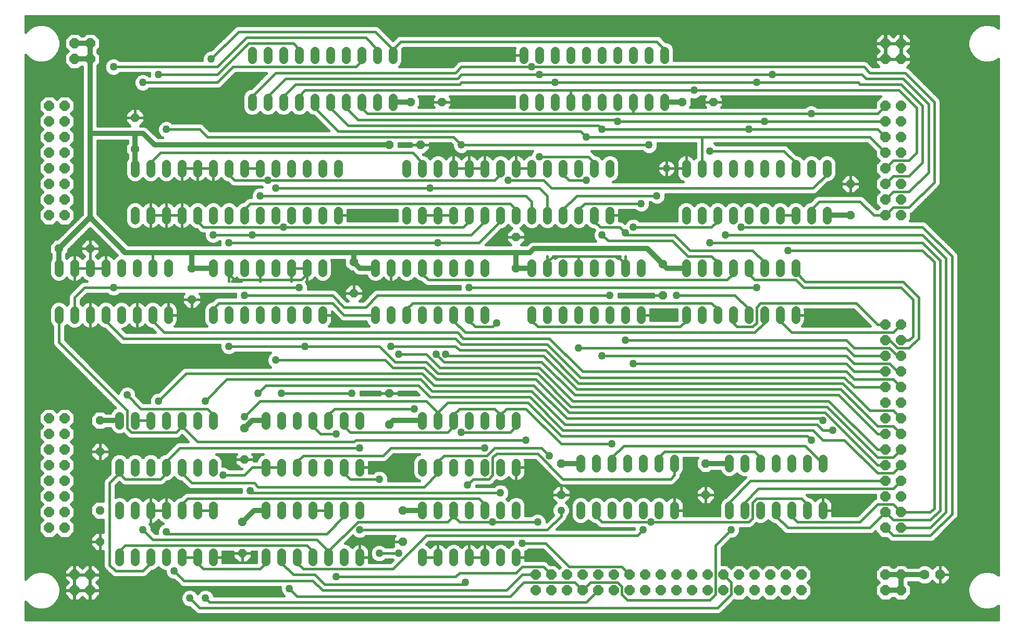
<source format=gbl>
G75*
%MOIN*%
%OFA0B0*%
%FSLAX24Y24*%
%IPPOS*%
%LPD*%
%AMOC8*
5,1,8,0,0,1.08239X$1,22.5*
%
%ADD10OC8,0.0640*%
%ADD11C,0.0560*%
%ADD12OC8,0.0560*%
%ADD13OC8,0.0630*%
%ADD14C,0.0630*%
%ADD15C,0.0160*%
%ADD16C,0.0500*%
%ADD17C,0.0320*%
D10*
X007140Y005890D03*
X008140Y005890D03*
X008140Y006890D03*
X007140Y006890D03*
X006515Y009890D03*
X006515Y010890D03*
X006515Y011890D03*
X006515Y012890D03*
X006515Y013890D03*
X006515Y014890D03*
X006515Y015890D03*
X005515Y015890D03*
X005515Y014890D03*
X005515Y013890D03*
X005515Y012890D03*
X005515Y011890D03*
X005515Y010890D03*
X005515Y009890D03*
X005515Y016890D03*
X006515Y016890D03*
X006515Y029890D03*
X005515Y029890D03*
X005515Y030890D03*
X005515Y031890D03*
X005515Y032890D03*
X005515Y033890D03*
X005515Y034890D03*
X005515Y035890D03*
X005515Y036890D03*
X006515Y036890D03*
X006515Y035890D03*
X006515Y034890D03*
X006515Y033890D03*
X006515Y032890D03*
X006515Y031890D03*
X006515Y030890D03*
X007140Y039890D03*
X008140Y039890D03*
X008140Y040890D03*
X007140Y040890D03*
X036640Y006890D03*
X037640Y006890D03*
X038640Y006890D03*
X038640Y005890D03*
X037640Y005890D03*
X036640Y005890D03*
X039640Y005890D03*
X040640Y005890D03*
X040640Y006890D03*
X039640Y006890D03*
X041640Y006890D03*
X042640Y006890D03*
X042640Y005890D03*
X041640Y005890D03*
X043640Y005890D03*
X044640Y005890D03*
X045640Y005890D03*
X045640Y006890D03*
X044640Y006890D03*
X043640Y006890D03*
X046640Y006890D03*
X047640Y006890D03*
X047640Y005890D03*
X046640Y005890D03*
X048640Y005890D03*
X049640Y005890D03*
X049640Y006890D03*
X048640Y006890D03*
X050640Y006890D03*
X051640Y006890D03*
X052640Y006890D03*
X052640Y005890D03*
X051640Y005890D03*
X050640Y005890D03*
X053640Y005890D03*
X053640Y006890D03*
X059015Y006890D03*
X059015Y005890D03*
X060015Y005890D03*
X060015Y006890D03*
X060015Y009890D03*
X060015Y010890D03*
X060015Y011890D03*
X060015Y012890D03*
X060015Y013890D03*
X060015Y014890D03*
X060015Y015890D03*
X059015Y015890D03*
X059015Y014890D03*
X059015Y013890D03*
X059015Y012890D03*
X059015Y011890D03*
X059015Y010890D03*
X059015Y009890D03*
X059015Y016890D03*
X059015Y017890D03*
X059015Y018890D03*
X059015Y019890D03*
X059015Y020890D03*
X059015Y021890D03*
X059015Y022890D03*
X060015Y022890D03*
X060015Y021890D03*
X060015Y020890D03*
X060015Y019890D03*
X060015Y018890D03*
X060015Y017890D03*
X060015Y016890D03*
X060015Y029890D03*
X059015Y029890D03*
X059015Y030890D03*
X059015Y031890D03*
X059015Y032890D03*
X059015Y033890D03*
X059015Y034890D03*
X059015Y035890D03*
X059015Y036890D03*
X060015Y036890D03*
X060015Y035890D03*
X060015Y034890D03*
X060015Y033890D03*
X060015Y032890D03*
X060015Y031890D03*
X060015Y030890D03*
X060015Y039890D03*
X060015Y040890D03*
X059015Y040890D03*
X059015Y039890D03*
D11*
X055265Y033170D02*
X055265Y032610D01*
X054265Y032610D02*
X054265Y033170D01*
X053265Y033170D02*
X053265Y032610D01*
X052265Y032610D02*
X052265Y033170D01*
X051265Y033170D02*
X051265Y032610D01*
X050265Y032610D02*
X050265Y033170D01*
X049265Y033170D02*
X049265Y032610D01*
X048265Y032610D02*
X048265Y033170D01*
X047265Y033170D02*
X047265Y032610D01*
X046265Y032610D02*
X046265Y033170D01*
X046265Y030170D02*
X046265Y029610D01*
X047265Y029610D02*
X047265Y030170D01*
X048265Y030170D02*
X048265Y029610D01*
X049265Y029610D02*
X049265Y030170D01*
X050265Y030170D02*
X050265Y029610D01*
X051265Y029610D02*
X051265Y030170D01*
X052265Y030170D02*
X052265Y029610D01*
X053265Y029610D02*
X053265Y030170D01*
X054265Y030170D02*
X054265Y029610D01*
X055265Y029610D02*
X055265Y030170D01*
X053265Y026795D02*
X053265Y026235D01*
X052265Y026235D02*
X052265Y026795D01*
X051265Y026795D02*
X051265Y026235D01*
X050265Y026235D02*
X050265Y026795D01*
X049265Y026795D02*
X049265Y026235D01*
X048265Y026235D02*
X048265Y026795D01*
X047265Y026795D02*
X047265Y026235D01*
X046265Y026235D02*
X046265Y026795D01*
X043390Y026795D02*
X043390Y026235D01*
X042390Y026235D02*
X042390Y026795D01*
X041390Y026795D02*
X041390Y026235D01*
X040390Y026235D02*
X040390Y026795D01*
X039390Y026795D02*
X039390Y026235D01*
X038390Y026235D02*
X038390Y026795D01*
X037390Y026795D02*
X037390Y026235D01*
X036390Y026235D02*
X036390Y026795D01*
X033390Y026795D02*
X033390Y026235D01*
X032390Y026235D02*
X032390Y026795D01*
X031390Y026795D02*
X031390Y026235D01*
X030390Y026235D02*
X030390Y026795D01*
X029390Y026795D02*
X029390Y026235D01*
X028390Y026235D02*
X028390Y026795D01*
X027390Y026795D02*
X027390Y026235D01*
X026390Y026235D02*
X026390Y026795D01*
X023015Y026795D02*
X023015Y026235D01*
X022015Y026235D02*
X022015Y026795D01*
X021015Y026795D02*
X021015Y026235D01*
X020015Y026235D02*
X020015Y026795D01*
X019015Y026795D02*
X019015Y026235D01*
X018015Y026235D02*
X018015Y026795D01*
X017015Y026795D02*
X017015Y026235D01*
X016015Y026235D02*
X016015Y026795D01*
X013140Y026795D02*
X013140Y026235D01*
X012140Y026235D02*
X012140Y026795D01*
X011140Y026795D02*
X011140Y026235D01*
X010140Y026235D02*
X010140Y026795D01*
X009140Y026795D02*
X009140Y026235D01*
X008140Y026235D02*
X008140Y026795D01*
X007140Y026795D02*
X007140Y026235D01*
X006140Y026235D02*
X006140Y026795D01*
X006140Y023795D02*
X006140Y023235D01*
X007140Y023235D02*
X007140Y023795D01*
X008140Y023795D02*
X008140Y023235D01*
X009140Y023235D02*
X009140Y023795D01*
X010140Y023795D02*
X010140Y023235D01*
X011140Y023235D02*
X011140Y023795D01*
X012140Y023795D02*
X012140Y023235D01*
X013140Y023235D02*
X013140Y023795D01*
X016015Y023795D02*
X016015Y023235D01*
X017015Y023235D02*
X017015Y023795D01*
X018015Y023795D02*
X018015Y023235D01*
X019015Y023235D02*
X019015Y023795D01*
X020015Y023795D02*
X020015Y023235D01*
X021015Y023235D02*
X021015Y023795D01*
X022015Y023795D02*
X022015Y023235D01*
X023015Y023235D02*
X023015Y023795D01*
X026390Y023795D02*
X026390Y023235D01*
X027390Y023235D02*
X027390Y023795D01*
X028390Y023795D02*
X028390Y023235D01*
X029390Y023235D02*
X029390Y023795D01*
X030390Y023795D02*
X030390Y023235D01*
X031390Y023235D02*
X031390Y023795D01*
X032390Y023795D02*
X032390Y023235D01*
X033390Y023235D02*
X033390Y023795D01*
X036390Y023795D02*
X036390Y023235D01*
X037390Y023235D02*
X037390Y023795D01*
X038390Y023795D02*
X038390Y023235D01*
X039390Y023235D02*
X039390Y023795D01*
X040390Y023795D02*
X040390Y023235D01*
X041390Y023235D02*
X041390Y023795D01*
X042390Y023795D02*
X042390Y023235D01*
X043390Y023235D02*
X043390Y023795D01*
X046265Y023795D02*
X046265Y023235D01*
X047265Y023235D02*
X047265Y023795D01*
X048265Y023795D02*
X048265Y023235D01*
X049265Y023235D02*
X049265Y023795D01*
X050265Y023795D02*
X050265Y023235D01*
X051265Y023235D02*
X051265Y023795D01*
X052265Y023795D02*
X052265Y023235D01*
X053265Y023235D02*
X053265Y023795D01*
X041390Y029610D02*
X041390Y030170D01*
X040390Y030170D02*
X040390Y029610D01*
X039390Y029610D02*
X039390Y030170D01*
X038390Y030170D02*
X038390Y029610D01*
X037390Y029610D02*
X037390Y030170D01*
X036390Y030170D02*
X036390Y029610D01*
X035390Y029610D02*
X035390Y030170D01*
X034390Y030170D02*
X034390Y029610D01*
X033390Y029610D02*
X033390Y030170D01*
X032390Y030170D02*
X032390Y029610D01*
X031390Y029610D02*
X031390Y030170D01*
X030390Y030170D02*
X030390Y029610D01*
X029390Y029610D02*
X029390Y030170D01*
X028390Y030170D02*
X028390Y029610D01*
X028390Y032610D02*
X028390Y033170D01*
X029390Y033170D02*
X029390Y032610D01*
X030390Y032610D02*
X030390Y033170D01*
X031390Y033170D02*
X031390Y032610D01*
X032390Y032610D02*
X032390Y033170D01*
X033390Y033170D02*
X033390Y032610D01*
X034390Y032610D02*
X034390Y033170D01*
X035390Y033170D02*
X035390Y032610D01*
X036390Y032610D02*
X036390Y033170D01*
X037390Y033170D02*
X037390Y032610D01*
X038390Y032610D02*
X038390Y033170D01*
X039390Y033170D02*
X039390Y032610D01*
X040390Y032610D02*
X040390Y033170D01*
X041390Y033170D02*
X041390Y032610D01*
X040890Y036860D02*
X040890Y037420D01*
X041890Y037420D02*
X041890Y036860D01*
X042890Y036860D02*
X042890Y037420D01*
X043890Y037420D02*
X043890Y036860D01*
X044890Y036860D02*
X044890Y037420D01*
X044890Y039860D02*
X044890Y040420D01*
X043890Y040420D02*
X043890Y039860D01*
X042890Y039860D02*
X042890Y040420D01*
X041890Y040420D02*
X041890Y039860D01*
X040890Y039860D02*
X040890Y040420D01*
X039890Y040420D02*
X039890Y039860D01*
X038890Y039860D02*
X038890Y040420D01*
X037890Y040420D02*
X037890Y039860D01*
X036890Y039860D02*
X036890Y040420D01*
X035890Y040420D02*
X035890Y039860D01*
X035890Y037420D02*
X035890Y036860D01*
X036890Y036860D02*
X036890Y037420D01*
X037890Y037420D02*
X037890Y036860D01*
X038890Y036860D02*
X038890Y037420D01*
X039890Y037420D02*
X039890Y036860D01*
X027515Y036860D02*
X027515Y037420D01*
X026515Y037420D02*
X026515Y036860D01*
X025515Y036860D02*
X025515Y037420D01*
X024515Y037420D02*
X024515Y036860D01*
X023515Y036860D02*
X023515Y037420D01*
X022515Y037420D02*
X022515Y036860D01*
X021515Y036860D02*
X021515Y037420D01*
X020515Y037420D02*
X020515Y036860D01*
X019515Y036860D02*
X019515Y037420D01*
X018515Y037420D02*
X018515Y036860D01*
X018515Y039860D02*
X018515Y040420D01*
X019515Y040420D02*
X019515Y039860D01*
X020515Y039860D02*
X020515Y040420D01*
X021515Y040420D02*
X021515Y039860D01*
X022515Y039860D02*
X022515Y040420D01*
X023515Y040420D02*
X023515Y039860D01*
X024515Y039860D02*
X024515Y040420D01*
X025515Y040420D02*
X025515Y039860D01*
X026515Y039860D02*
X026515Y040420D01*
X027515Y040420D02*
X027515Y039860D01*
X024015Y033170D02*
X024015Y032610D01*
X023015Y032610D02*
X023015Y033170D01*
X022015Y033170D02*
X022015Y032610D01*
X021015Y032610D02*
X021015Y033170D01*
X020015Y033170D02*
X020015Y032610D01*
X019015Y032610D02*
X019015Y033170D01*
X018015Y033170D02*
X018015Y032610D01*
X017015Y032610D02*
X017015Y033170D01*
X016015Y033170D02*
X016015Y032610D01*
X015015Y032610D02*
X015015Y033170D01*
X014015Y033170D02*
X014015Y032610D01*
X013015Y032610D02*
X013015Y033170D01*
X012015Y033170D02*
X012015Y032610D01*
X011015Y032610D02*
X011015Y033170D01*
X011015Y030170D02*
X011015Y029610D01*
X012015Y029610D02*
X012015Y030170D01*
X013015Y030170D02*
X013015Y029610D01*
X014015Y029610D02*
X014015Y030170D01*
X015015Y030170D02*
X015015Y029610D01*
X016015Y029610D02*
X016015Y030170D01*
X017015Y030170D02*
X017015Y029610D01*
X018015Y029610D02*
X018015Y030170D01*
X019015Y030170D02*
X019015Y029610D01*
X020015Y029610D02*
X020015Y030170D01*
X021015Y030170D02*
X021015Y029610D01*
X022015Y029610D02*
X022015Y030170D01*
X023015Y030170D02*
X023015Y029610D01*
X024015Y029610D02*
X024015Y030170D01*
X024390Y017045D02*
X024390Y016485D01*
X023390Y016485D02*
X023390Y017045D01*
X022390Y017045D02*
X022390Y016485D01*
X021390Y016485D02*
X021390Y017045D01*
X020390Y017045D02*
X020390Y016485D01*
X019390Y016485D02*
X019390Y017045D01*
X016015Y017045D02*
X016015Y016485D01*
X015015Y016485D02*
X015015Y017045D01*
X014015Y017045D02*
X014015Y016485D01*
X013015Y016485D02*
X013015Y017045D01*
X012015Y017045D02*
X012015Y016485D01*
X011015Y016485D02*
X011015Y017045D01*
X010015Y017045D02*
X010015Y016485D01*
X010015Y014045D02*
X010015Y013485D01*
X011015Y013485D02*
X011015Y014045D01*
X012015Y014045D02*
X012015Y013485D01*
X013015Y013485D02*
X013015Y014045D01*
X014015Y014045D02*
X014015Y013485D01*
X015015Y013485D02*
X015015Y014045D01*
X016015Y014045D02*
X016015Y013485D01*
X016015Y011295D02*
X016015Y010735D01*
X015015Y010735D02*
X015015Y011295D01*
X014015Y011295D02*
X014015Y010735D01*
X013015Y010735D02*
X013015Y011295D01*
X012015Y011295D02*
X012015Y010735D01*
X011015Y010735D02*
X011015Y011295D01*
X010015Y011295D02*
X010015Y010735D01*
X010015Y008295D02*
X010015Y007735D01*
X011015Y007735D02*
X011015Y008295D01*
X012015Y008295D02*
X012015Y007735D01*
X013015Y007735D02*
X013015Y008295D01*
X014015Y008295D02*
X014015Y007735D01*
X015015Y007735D02*
X015015Y008295D01*
X016015Y008295D02*
X016015Y007735D01*
X019390Y007735D02*
X019390Y008295D01*
X020390Y008295D02*
X020390Y007735D01*
X021390Y007735D02*
X021390Y008295D01*
X022390Y008295D02*
X022390Y007735D01*
X023390Y007735D02*
X023390Y008295D01*
X024390Y008295D02*
X024390Y007735D01*
X025390Y007735D02*
X025390Y008295D01*
X025390Y010735D02*
X025390Y011295D01*
X024390Y011295D02*
X024390Y010735D01*
X023390Y010735D02*
X023390Y011295D01*
X022390Y011295D02*
X022390Y010735D01*
X021390Y010735D02*
X021390Y011295D01*
X020390Y011295D02*
X020390Y010735D01*
X019390Y010735D02*
X019390Y011295D01*
X019390Y013485D02*
X019390Y014045D01*
X020390Y014045D02*
X020390Y013485D01*
X021390Y013485D02*
X021390Y014045D01*
X022390Y014045D02*
X022390Y013485D01*
X023390Y013485D02*
X023390Y014045D01*
X024390Y014045D02*
X024390Y013485D01*
X025390Y013485D02*
X025390Y014045D01*
X025390Y016485D02*
X025390Y017045D01*
X029390Y017045D02*
X029390Y016485D01*
X030390Y016485D02*
X030390Y017045D01*
X031390Y017045D02*
X031390Y016485D01*
X032390Y016485D02*
X032390Y017045D01*
X033390Y017045D02*
X033390Y016485D01*
X034390Y016485D02*
X034390Y017045D01*
X035390Y017045D02*
X035390Y016485D01*
X035390Y014045D02*
X035390Y013485D01*
X034390Y013485D02*
X034390Y014045D01*
X033390Y014045D02*
X033390Y013485D01*
X032390Y013485D02*
X032390Y014045D01*
X031390Y014045D02*
X031390Y013485D01*
X030390Y013485D02*
X030390Y014045D01*
X029390Y014045D02*
X029390Y013485D01*
X029390Y011295D02*
X029390Y010735D01*
X030390Y010735D02*
X030390Y011295D01*
X031390Y011295D02*
X031390Y010735D01*
X032390Y010735D02*
X032390Y011295D01*
X033390Y011295D02*
X033390Y010735D01*
X034390Y010735D02*
X034390Y011295D01*
X035390Y011295D02*
X035390Y010735D01*
X035390Y008295D02*
X035390Y007735D01*
X034390Y007735D02*
X034390Y008295D01*
X033390Y008295D02*
X033390Y007735D01*
X032390Y007735D02*
X032390Y008295D01*
X031390Y008295D02*
X031390Y007735D01*
X030390Y007735D02*
X030390Y008295D01*
X029390Y008295D02*
X029390Y007735D01*
X039515Y010735D02*
X039515Y011295D01*
X040515Y011295D02*
X040515Y010735D01*
X041515Y010735D02*
X041515Y011295D01*
X042515Y011295D02*
X042515Y010735D01*
X043515Y010735D02*
X043515Y011295D01*
X044515Y011295D02*
X044515Y010735D01*
X045515Y010735D02*
X045515Y011295D01*
X045515Y013735D02*
X045515Y014295D01*
X044515Y014295D02*
X044515Y013735D01*
X043515Y013735D02*
X043515Y014295D01*
X042515Y014295D02*
X042515Y013735D01*
X041515Y013735D02*
X041515Y014295D01*
X040515Y014295D02*
X040515Y013735D01*
X039515Y013735D02*
X039515Y014295D01*
X049015Y014295D02*
X049015Y013735D01*
X050015Y013735D02*
X050015Y014295D01*
X051015Y014295D02*
X051015Y013735D01*
X052015Y013735D02*
X052015Y014295D01*
X053015Y014295D02*
X053015Y013735D01*
X054015Y013735D02*
X054015Y014295D01*
X055015Y014295D02*
X055015Y013735D01*
X055015Y011295D02*
X055015Y010735D01*
X054015Y010735D02*
X054015Y011295D01*
X053015Y011295D02*
X053015Y010735D01*
X052015Y010735D02*
X052015Y011295D01*
X051015Y011295D02*
X051015Y010735D01*
X050015Y010735D02*
X050015Y011295D01*
X049015Y011295D02*
X049015Y010735D01*
D12*
X047515Y012015D03*
X047515Y014015D03*
X038265Y014015D03*
X038265Y012015D03*
X028140Y011015D03*
X028140Y009015D03*
X017890Y008265D03*
X017890Y010265D03*
X018015Y014265D03*
X018015Y016265D03*
X027265Y016515D03*
X027265Y018515D03*
X025015Y024890D03*
X025015Y026890D03*
X014640Y026515D03*
X014640Y024515D03*
X008140Y027765D03*
X006140Y027765D03*
X011015Y034140D03*
X011015Y036140D03*
X027265Y034390D03*
X029265Y034390D03*
X028640Y037140D03*
X030640Y037140D03*
X035390Y028515D03*
X035390Y026515D03*
X044765Y026765D03*
X044765Y024765D03*
X056765Y029890D03*
X056765Y031890D03*
X048015Y037140D03*
X046015Y037140D03*
X008765Y016765D03*
X008765Y014765D03*
X008765Y011015D03*
X008765Y009015D03*
D13*
X062515Y006890D03*
D14*
X061515Y006890D03*
D15*
X004020Y005173D02*
X004020Y004020D01*
X066252Y004020D01*
X066252Y004907D01*
X065986Y004753D01*
X065676Y004670D01*
X065354Y004670D01*
X065044Y004753D01*
X064766Y004914D01*
X064539Y005141D01*
X064378Y005419D01*
X064295Y005729D01*
X064295Y006051D01*
X064378Y006361D01*
X064539Y006639D01*
X064766Y006866D01*
X065044Y007027D01*
X065354Y007110D01*
X065676Y007110D01*
X065986Y007027D01*
X066252Y006873D01*
X066252Y039907D01*
X065986Y039753D01*
X065676Y039670D01*
X065354Y039670D01*
X065044Y039753D01*
X064766Y039914D01*
X064539Y040141D01*
X064378Y040419D01*
X064295Y040729D01*
X060655Y040729D01*
X060655Y040625D02*
X060655Y040870D01*
X060035Y040870D01*
X060035Y040910D01*
X059995Y040910D01*
X059995Y041530D01*
X059750Y041530D01*
X059515Y041295D01*
X059280Y041530D01*
X059035Y041530D01*
X059035Y040910D01*
X058995Y040910D01*
X058995Y041530D01*
X058750Y041530D01*
X058375Y041155D01*
X058375Y040910D01*
X058995Y040910D01*
X058995Y040870D01*
X058375Y040870D01*
X058375Y040625D01*
X058610Y040390D01*
X058375Y040155D01*
X058375Y039910D01*
X058995Y039910D01*
X058995Y040870D01*
X059035Y040870D01*
X059035Y040910D01*
X059995Y040910D01*
X059995Y040870D01*
X060035Y040870D01*
X060035Y040250D01*
X060035Y039910D01*
X060655Y039910D01*
X060655Y040155D01*
X060420Y040390D01*
X060655Y040625D01*
X060601Y040571D02*
X064338Y040571D01*
X064295Y040729D02*
X064295Y041051D01*
X064378Y041361D01*
X064539Y041639D01*
X064766Y041866D01*
X065044Y042027D01*
X065354Y042110D01*
X065676Y042110D01*
X065986Y042027D01*
X066252Y041873D01*
X066252Y042630D01*
X004020Y042630D01*
X004020Y041607D01*
X004039Y041639D01*
X004266Y041866D01*
X004544Y042027D01*
X004854Y042110D01*
X005176Y042110D01*
X005486Y042027D01*
X005764Y041866D01*
X005991Y041639D01*
X006152Y041361D01*
X006235Y041051D01*
X006235Y040729D01*
X006500Y040729D01*
X006500Y040625D02*
X006500Y041155D01*
X006875Y041530D01*
X007405Y041530D01*
X007565Y041370D01*
X007715Y041370D01*
X007875Y041530D01*
X008405Y041530D01*
X008780Y041155D01*
X008780Y040625D01*
X008620Y040465D01*
X008620Y040315D01*
X008780Y040155D01*
X008780Y039625D01*
X008620Y039465D01*
X008620Y035620D01*
X010686Y035620D01*
X010415Y035891D01*
X010415Y036140D01*
X011015Y036140D01*
X011015Y036140D01*
X011015Y036740D01*
X011264Y036740D01*
X011615Y036389D01*
X011615Y036140D01*
X011015Y036140D01*
X011015Y036140D01*
X011015Y036140D01*
X011015Y036740D01*
X010766Y036740D01*
X010415Y036389D01*
X010415Y036140D01*
X011015Y036140D01*
X011615Y036140D01*
X011615Y035891D01*
X011344Y035620D01*
X011610Y035620D01*
X011787Y035547D01*
X011922Y035412D01*
X011922Y035412D01*
X012464Y034870D01*
X012781Y034870D01*
X012692Y034907D01*
X012532Y035067D01*
X012445Y035277D01*
X012445Y035503D01*
X012532Y035713D01*
X012692Y035873D01*
X012902Y035960D01*
X013128Y035960D01*
X013338Y035873D01*
X013421Y035790D01*
X015220Y035790D01*
X015367Y035729D01*
X015479Y035617D01*
X015806Y035290D01*
X023424Y035290D01*
X022454Y036260D01*
X022396Y036260D01*
X022175Y036351D01*
X022015Y036511D01*
X021855Y036351D01*
X021634Y036260D01*
X021396Y036260D01*
X021175Y036351D01*
X021015Y036511D01*
X020855Y036351D01*
X020634Y036260D01*
X020396Y036260D01*
X020175Y036351D01*
X020015Y036511D01*
X019855Y036351D01*
X019634Y036260D01*
X019396Y036260D01*
X019175Y036351D01*
X019015Y036511D01*
X018855Y036351D01*
X018634Y036260D01*
X018396Y036260D01*
X018175Y036351D01*
X018006Y036520D01*
X017915Y036741D01*
X017915Y037539D01*
X018006Y037760D01*
X018175Y037929D01*
X018396Y038020D01*
X018454Y038020D01*
X019424Y038990D01*
X017431Y038990D01*
X016604Y038163D01*
X016492Y038051D01*
X016345Y037990D01*
X011921Y037990D01*
X011838Y037907D01*
X011628Y037820D01*
X011402Y037820D01*
X011192Y037907D01*
X011032Y038067D01*
X010945Y038277D01*
X010945Y038503D01*
X011032Y038713D01*
X011192Y038873D01*
X011402Y038960D01*
X011628Y038960D01*
X011838Y038873D01*
X011921Y038790D01*
X011945Y038790D01*
X011945Y038990D01*
X010046Y038990D01*
X009963Y038907D01*
X009753Y038820D01*
X009527Y038820D01*
X009317Y038907D01*
X009157Y039067D01*
X009070Y039277D01*
X009070Y039503D01*
X009157Y039713D01*
X009317Y039873D01*
X009527Y039960D01*
X009753Y039960D01*
X009963Y039873D01*
X010046Y039790D01*
X015320Y039790D01*
X015320Y040003D01*
X015407Y040213D01*
X015567Y040373D01*
X015777Y040460D01*
X015894Y040460D01*
X017413Y041979D01*
X017560Y042040D01*
X026470Y042040D01*
X026617Y041979D01*
X026729Y041867D01*
X027515Y041081D01*
X027676Y041242D01*
X027788Y041354D01*
X027935Y041415D01*
X044470Y041415D01*
X044617Y041354D01*
X044951Y041020D01*
X045009Y041020D01*
X045230Y040929D01*
X045399Y040760D01*
X045490Y040539D01*
X045490Y039790D01*
X057720Y039790D01*
X057867Y039729D01*
X057979Y039617D01*
X058181Y039415D01*
X058585Y039415D01*
X058375Y039625D01*
X058375Y039870D01*
X058995Y039870D01*
X058995Y039910D01*
X059035Y039910D01*
X059995Y039910D01*
X059995Y040870D01*
X059375Y040870D01*
X059035Y040870D01*
X059035Y040250D01*
X059035Y039910D01*
X059035Y039870D01*
X059375Y039870D01*
X059995Y039870D01*
X059995Y039910D01*
X060035Y039910D01*
X060035Y039870D01*
X060655Y039870D01*
X060655Y039625D01*
X060416Y039386D01*
X060492Y039354D01*
X060604Y039242D01*
X062479Y037367D01*
X062540Y037220D01*
X062540Y031935D01*
X062479Y031788D01*
X062367Y031676D01*
X062367Y031676D01*
X060742Y030051D01*
X060655Y030015D01*
X060655Y029625D01*
X060570Y029540D01*
X061470Y029540D01*
X061617Y029479D01*
X061729Y029367D01*
X063604Y027492D01*
X063665Y027345D01*
X063665Y010685D01*
X063604Y010538D01*
X063492Y010426D01*
X062117Y009051D01*
X061970Y008990D01*
X059435Y008990D01*
X059288Y009051D01*
X059176Y009163D01*
X059089Y009250D01*
X058750Y009250D01*
X058375Y009625D01*
X058375Y009684D01*
X058242Y009551D01*
X058095Y009490D01*
X052685Y009490D01*
X052538Y009551D01*
X052426Y009663D01*
X049710Y009663D01*
X049710Y009652D02*
X049710Y009865D01*
X050345Y009865D01*
X050492Y009926D01*
X050604Y010038D01*
X050758Y010192D01*
X050896Y010135D01*
X051134Y010135D01*
X051355Y010226D01*
X051515Y010386D01*
X051675Y010226D01*
X051896Y010135D01*
X051954Y010135D01*
X052426Y009663D01*
X052268Y009822D02*
X049710Y009822D01*
X049710Y009652D02*
X049623Y009442D01*
X049463Y009282D01*
X049253Y009195D01*
X049136Y009195D01*
X048540Y008599D01*
X048540Y007530D01*
X048905Y007530D01*
X049140Y007295D01*
X049375Y007530D01*
X049905Y007530D01*
X050140Y007295D01*
X050375Y007530D01*
X050905Y007530D01*
X051140Y007295D01*
X051375Y007530D01*
X051905Y007530D01*
X052140Y007295D01*
X052375Y007530D01*
X052905Y007530D01*
X053140Y007295D01*
X053375Y007530D01*
X053905Y007530D01*
X054280Y007155D01*
X054280Y006625D01*
X054045Y006390D01*
X054280Y006155D01*
X054280Y005625D01*
X053905Y005250D01*
X053375Y005250D01*
X053140Y005485D01*
X052905Y005250D01*
X052375Y005250D01*
X052140Y005485D01*
X051905Y005250D01*
X051375Y005250D01*
X051140Y005485D01*
X050905Y005250D01*
X050375Y005250D01*
X050140Y005485D01*
X049905Y005250D01*
X049375Y005250D01*
X049345Y005280D01*
X048604Y004538D01*
X048492Y004426D01*
X048345Y004365D01*
X015060Y004365D01*
X014913Y004426D01*
X014519Y004820D01*
X014402Y004820D01*
X014192Y004907D01*
X014032Y005067D01*
X013945Y005277D01*
X013945Y005503D01*
X014032Y005713D01*
X014192Y005873D01*
X014402Y005960D01*
X014628Y005960D01*
X014838Y005873D01*
X014998Y005713D01*
X015015Y005672D01*
X015032Y005713D01*
X015192Y005873D01*
X015402Y005960D01*
X015628Y005960D01*
X015838Y005873D01*
X015998Y005713D01*
X016070Y005540D01*
X020559Y005540D01*
X020407Y005692D01*
X020320Y005902D01*
X020320Y006115D01*
X014060Y006115D01*
X013913Y006176D01*
X008759Y006176D01*
X008780Y006155D02*
X008545Y006390D01*
X008780Y006625D01*
X008780Y006870D01*
X008160Y006870D01*
X008160Y006910D01*
X008780Y006910D01*
X008780Y007155D01*
X008405Y007530D01*
X008160Y007530D01*
X008160Y006910D01*
X008120Y006910D01*
X008120Y007530D01*
X007875Y007530D01*
X007640Y007295D01*
X007405Y007530D01*
X007160Y007530D01*
X007160Y006910D01*
X007120Y006910D01*
X007120Y007530D01*
X006875Y007530D01*
X006500Y007155D01*
X006500Y006910D01*
X007120Y006910D01*
X007120Y006870D01*
X006500Y006870D01*
X006500Y006625D01*
X006735Y006390D01*
X006500Y006155D01*
X006500Y005910D01*
X007120Y005910D01*
X007120Y006870D01*
X007160Y006870D01*
X007160Y006910D01*
X008120Y006910D01*
X008120Y006870D01*
X007500Y006870D01*
X007160Y006870D01*
X007160Y006250D01*
X007160Y005910D01*
X007120Y005910D01*
X007120Y005870D01*
X007160Y005870D01*
X007160Y005910D01*
X008120Y005910D01*
X008120Y006870D01*
X008160Y006870D01*
X008160Y006250D01*
X008160Y005910D01*
X008780Y005910D01*
X008780Y006155D01*
X008780Y006018D02*
X020320Y006018D01*
X020338Y005859D02*
X015852Y005859D01*
X016003Y005701D02*
X020403Y005701D01*
X020557Y005542D02*
X016069Y005542D01*
X015765Y005140D02*
X015515Y005390D01*
X015765Y005140D02*
X039890Y005140D01*
X040640Y005890D01*
X040140Y006390D02*
X041890Y006390D01*
X042140Y006140D01*
X042140Y005640D01*
X042515Y005265D01*
X047765Y005265D01*
X048140Y005640D01*
X048140Y008765D01*
X049140Y009765D01*
X049527Y009346D02*
X058654Y009346D01*
X058495Y009505D02*
X058130Y009505D01*
X058354Y009663D02*
X058375Y009663D01*
X058015Y009890D02*
X059015Y010890D01*
X059515Y010390D01*
X061890Y010390D01*
X062515Y011015D01*
X062515Y027015D01*
X061390Y028140D01*
X047765Y028140D01*
X046515Y027640D02*
X045515Y028640D01*
X042640Y028640D01*
X042515Y028640D01*
X042390Y028765D01*
X042015Y029140D01*
X040765Y029140D01*
X040390Y029515D01*
X040390Y029890D01*
X039890Y029261D02*
X040050Y029101D01*
X040271Y029010D01*
X040329Y029010D01*
X040398Y028941D01*
X040320Y028753D01*
X040320Y028527D01*
X040407Y028317D01*
X040479Y028245D01*
X036420Y028245D01*
X036243Y028172D01*
X036108Y028037D01*
X036108Y028037D01*
X036066Y027995D01*
X035719Y027995D01*
X035990Y028266D01*
X035990Y028515D01*
X035990Y028764D01*
X035675Y029079D01*
X035730Y029101D01*
X035890Y029261D01*
X036050Y029101D01*
X036271Y029010D01*
X036509Y029010D01*
X036730Y029101D01*
X036890Y029261D01*
X037050Y029101D01*
X037271Y029010D01*
X037509Y029010D01*
X037730Y029101D01*
X037890Y029261D01*
X038050Y029101D01*
X038271Y029010D01*
X038509Y029010D01*
X038730Y029101D01*
X038890Y029261D01*
X039050Y029101D01*
X039271Y029010D01*
X039509Y029010D01*
X039730Y029101D01*
X039890Y029261D01*
X039787Y029159D02*
X039993Y029159D01*
X040339Y029000D02*
X035753Y029000D01*
X035787Y029159D02*
X035993Y029159D01*
X035912Y028842D02*
X040357Y028842D01*
X040320Y028683D02*
X035990Y028683D01*
X035990Y028525D02*
X040321Y028525D01*
X040387Y028366D02*
X035990Y028366D01*
X035990Y028515D02*
X035390Y028515D01*
X035990Y028515D01*
X035931Y028208D02*
X036329Y028208D01*
X036120Y028049D02*
X035773Y028049D01*
X035390Y028515D02*
X035390Y028515D01*
X035390Y028515D01*
X034790Y028515D01*
X034790Y028764D01*
X035105Y029079D01*
X035050Y029101D01*
X034890Y029261D01*
X034730Y029101D01*
X034509Y029010D01*
X034451Y029010D01*
X033436Y027995D01*
X035061Y027995D01*
X034790Y028266D01*
X034790Y028515D01*
X035390Y028515D01*
X034790Y028525D02*
X033965Y028525D01*
X034124Y028683D02*
X034790Y028683D01*
X034868Y028842D02*
X034282Y028842D01*
X034441Y029000D02*
X035027Y029000D01*
X034993Y029159D02*
X034787Y029159D01*
X034390Y029515D02*
X033015Y028140D01*
X030390Y028140D01*
X017015Y028140D01*
X016445Y028208D02*
X016389Y028208D01*
X016421Y028240D02*
X016445Y028240D01*
X016445Y028027D01*
X016458Y027995D01*
X010589Y027995D01*
X008620Y029964D01*
X008620Y034660D01*
X010535Y034660D01*
X010535Y034509D01*
X010415Y034389D01*
X010415Y033891D01*
X010535Y033771D01*
X010535Y033539D01*
X010506Y033510D01*
X010415Y033289D01*
X010415Y032491D01*
X010506Y032270D01*
X010675Y032101D01*
X010896Y032010D01*
X011134Y032010D01*
X011355Y032101D01*
X011515Y032261D01*
X011675Y032101D01*
X011896Y032010D01*
X012134Y032010D01*
X012355Y032101D01*
X012515Y032261D01*
X012675Y032101D01*
X012896Y032010D01*
X013134Y032010D01*
X013355Y032101D01*
X013522Y032268D01*
X013557Y032219D01*
X013624Y032152D01*
X013701Y032097D01*
X013785Y032054D01*
X013874Y032025D01*
X013968Y032010D01*
X014015Y032010D01*
X014062Y032010D01*
X014155Y032025D01*
X014245Y032054D01*
X014329Y032097D01*
X014406Y032152D01*
X014473Y032219D01*
X014515Y032277D01*
X014557Y032219D01*
X014624Y032152D01*
X014701Y032097D01*
X014785Y032054D01*
X014874Y032025D01*
X014968Y032010D01*
X015015Y032010D01*
X015062Y032010D01*
X015155Y032025D01*
X015245Y032054D01*
X015329Y032097D01*
X015406Y032152D01*
X015473Y032219D01*
X015515Y032277D01*
X015557Y032219D01*
X015624Y032152D01*
X015701Y032097D01*
X015785Y032054D01*
X015874Y032025D01*
X015968Y032010D01*
X016015Y032010D01*
X016062Y032010D01*
X016155Y032025D01*
X016245Y032054D01*
X016329Y032097D01*
X016406Y032152D01*
X016473Y032219D01*
X016508Y032268D01*
X016675Y032101D01*
X016896Y032010D01*
X016954Y032010D01*
X017051Y031913D01*
X017163Y031801D01*
X017310Y031740D01*
X019109Y031740D01*
X019146Y031703D01*
X019128Y031710D01*
X018902Y031710D01*
X018692Y031623D01*
X018532Y031463D01*
X018445Y031253D01*
X018445Y031040D01*
X018310Y031040D01*
X018163Y030979D01*
X017954Y030770D01*
X017896Y030770D01*
X017675Y030679D01*
X017515Y030519D01*
X017355Y030679D01*
X017134Y030770D01*
X016896Y030770D01*
X016675Y030679D01*
X016515Y030519D01*
X016355Y030679D01*
X016134Y030770D01*
X015896Y030770D01*
X015675Y030679D01*
X015515Y030519D01*
X015355Y030679D01*
X015134Y030770D01*
X014896Y030770D01*
X014675Y030679D01*
X014508Y030512D01*
X014473Y030561D01*
X014406Y030628D01*
X014329Y030683D01*
X014245Y030726D01*
X014155Y030755D01*
X014062Y030770D01*
X014015Y030770D01*
X014015Y029890D01*
X013015Y029890D01*
X012015Y029890D01*
X012015Y029890D01*
X012015Y030770D01*
X012062Y030770D01*
X012155Y030755D01*
X012245Y030726D01*
X012329Y030683D01*
X012406Y030628D01*
X012473Y030561D01*
X012515Y030503D01*
X012557Y030561D01*
X012624Y030628D01*
X012701Y030683D01*
X012785Y030726D01*
X012874Y030755D01*
X012968Y030770D01*
X013015Y030770D01*
X013015Y029890D01*
X013015Y029890D01*
X014015Y029890D01*
X014015Y029890D01*
X014015Y029010D01*
X014062Y029010D01*
X014155Y029025D01*
X014245Y029054D01*
X014329Y029097D01*
X014406Y029152D01*
X014473Y029219D01*
X014508Y029268D01*
X014675Y029101D01*
X014896Y029010D01*
X014954Y029010D01*
X015163Y028801D01*
X015310Y028740D01*
X015445Y028740D01*
X015445Y028527D01*
X015532Y028317D01*
X015692Y028157D01*
X015902Y028070D01*
X016128Y028070D01*
X016338Y028157D01*
X016421Y028240D01*
X016445Y028049D02*
X010535Y028049D01*
X010376Y028208D02*
X015641Y028208D01*
X015512Y028366D02*
X010218Y028366D01*
X010059Y028525D02*
X015446Y028525D01*
X015445Y028683D02*
X009901Y028683D01*
X009742Y028842D02*
X015123Y028842D01*
X014964Y029000D02*
X009584Y029000D01*
X009425Y029159D02*
X010618Y029159D01*
X010675Y029101D02*
X010896Y029010D01*
X011134Y029010D01*
X011355Y029101D01*
X011522Y029268D01*
X011557Y029219D01*
X011624Y029152D01*
X011701Y029097D01*
X011785Y029054D01*
X011874Y029025D01*
X011968Y029010D01*
X012015Y029010D01*
X012062Y029010D01*
X012155Y029025D01*
X012245Y029054D01*
X012329Y029097D01*
X012406Y029152D01*
X012473Y029219D01*
X012515Y029277D01*
X012557Y029219D01*
X012624Y029152D01*
X012701Y029097D01*
X012785Y029054D01*
X012874Y029025D01*
X012968Y029010D01*
X013015Y029010D01*
X013062Y029010D01*
X013155Y029025D01*
X013245Y029054D01*
X013329Y029097D01*
X013406Y029152D01*
X013473Y029219D01*
X013515Y029277D01*
X013557Y029219D01*
X013624Y029152D01*
X013701Y029097D01*
X013785Y029054D01*
X013874Y029025D01*
X013968Y029010D01*
X014015Y029010D01*
X014015Y029890D01*
X014015Y029890D01*
X014015Y030770D01*
X013968Y030770D01*
X013874Y030755D01*
X013785Y030726D01*
X013701Y030683D01*
X013624Y030628D01*
X013557Y030561D01*
X013515Y030503D01*
X013473Y030561D01*
X013406Y030628D01*
X013329Y030683D01*
X013245Y030726D01*
X013155Y030755D01*
X013062Y030770D01*
X013015Y030770D01*
X013015Y029890D01*
X013015Y029890D01*
X013015Y029010D01*
X013015Y029890D01*
X013015Y029890D01*
X013015Y029890D01*
X012015Y029890D01*
X012015Y029890D01*
X012015Y029010D01*
X012015Y029890D01*
X012015Y029890D01*
X012015Y030770D01*
X011968Y030770D01*
X011874Y030755D01*
X011785Y030726D01*
X011701Y030683D01*
X011624Y030628D01*
X011557Y030561D01*
X011522Y030512D01*
X011355Y030679D01*
X011134Y030770D01*
X010896Y030770D01*
X010675Y030679D01*
X010506Y030510D01*
X010415Y030289D01*
X010415Y029491D01*
X010506Y029270D01*
X010675Y029101D01*
X010487Y029317D02*
X009267Y029317D01*
X009108Y029476D02*
X010421Y029476D01*
X010415Y029634D02*
X008950Y029634D01*
X008791Y029793D02*
X010415Y029793D01*
X010415Y029951D02*
X008633Y029951D01*
X008620Y030110D02*
X010415Y030110D01*
X010415Y030268D02*
X008620Y030268D01*
X008620Y030427D02*
X010472Y030427D01*
X010582Y030585D02*
X008620Y030585D01*
X008620Y030744D02*
X010832Y030744D01*
X011198Y030744D02*
X011839Y030744D01*
X012015Y030744D02*
X012015Y030744D01*
X012015Y030585D02*
X012015Y030585D01*
X012015Y030427D02*
X012015Y030427D01*
X012015Y030268D02*
X012015Y030268D01*
X012015Y030110D02*
X012015Y030110D01*
X012015Y029951D02*
X012015Y029951D01*
X012015Y029890D02*
X012415Y029890D01*
X013015Y029890D01*
X013415Y029890D01*
X014015Y029890D01*
X014015Y029890D01*
X014015Y029951D02*
X014015Y029951D01*
X014015Y029793D02*
X014015Y029793D01*
X014015Y029634D02*
X014015Y029634D01*
X014015Y029476D02*
X014015Y029476D01*
X014015Y029317D02*
X014015Y029317D01*
X014015Y029159D02*
X014015Y029159D01*
X014412Y029159D02*
X014618Y029159D01*
X015015Y029515D02*
X015015Y029890D01*
X015015Y029515D02*
X015390Y029140D01*
X020515Y029140D01*
X032015Y029140D01*
X032390Y029515D01*
X032390Y029890D01*
X033390Y029890D02*
X033390Y029515D01*
X032515Y028640D01*
X018515Y028640D01*
X016015Y028640D01*
X018015Y029890D02*
X018015Y030265D01*
X018390Y030640D01*
X035015Y030640D01*
X035390Y030265D01*
X035390Y029890D01*
X036390Y029890D02*
X036390Y030765D01*
X036015Y031140D01*
X019015Y031140D01*
X018605Y031536D02*
X008620Y031536D01*
X008620Y031378D02*
X018496Y031378D01*
X018445Y031219D02*
X008620Y031219D01*
X008620Y031061D02*
X018445Y031061D01*
X018086Y030902D02*
X008620Y030902D01*
X008620Y031695D02*
X018864Y031695D01*
X019515Y032140D02*
X034015Y032140D01*
X034390Y032515D01*
X034390Y032890D01*
X034897Y033512D02*
X034730Y033679D01*
X034509Y033770D01*
X034271Y033770D01*
X034050Y033679D01*
X033883Y033512D01*
X033848Y033561D01*
X033781Y033628D01*
X033704Y033683D01*
X033620Y033726D01*
X033530Y033755D01*
X033437Y033770D01*
X033390Y033770D01*
X033390Y032890D01*
X032390Y032890D01*
X031390Y032890D01*
X031390Y032890D01*
X031390Y033770D01*
X031437Y033770D01*
X031530Y033755D01*
X031620Y033726D01*
X031704Y033683D01*
X031781Y033628D01*
X031848Y033561D01*
X031890Y033503D01*
X031932Y033561D01*
X031999Y033628D01*
X032076Y033683D01*
X032160Y033726D01*
X032249Y033755D01*
X031531Y033755D01*
X031390Y033755D02*
X031390Y033755D01*
X031390Y033770D02*
X031343Y033770D01*
X031249Y033755D01*
X030545Y033755D01*
X030509Y033770D02*
X030271Y033770D01*
X030050Y033679D01*
X029890Y033519D01*
X029730Y033679D01*
X029509Y033770D01*
X029451Y033770D01*
X029431Y033790D01*
X029514Y033790D01*
X029865Y034141D01*
X029865Y034390D01*
X029865Y034490D01*
X031224Y034490D01*
X031320Y034394D01*
X031320Y034277D01*
X031407Y034067D01*
X031567Y033907D01*
X031777Y033820D01*
X032003Y033820D01*
X032213Y033907D01*
X032296Y033990D01*
X036434Y033990D01*
X036407Y033963D01*
X036326Y033767D01*
X036249Y033755D01*
X035531Y033755D01*
X035530Y033755D02*
X035437Y033770D01*
X035390Y033770D01*
X035390Y032890D01*
X036390Y032890D01*
X036390Y032890D01*
X035990Y032890D01*
X035390Y032890D01*
X035390Y032890D01*
X035390Y032890D01*
X035390Y033770D01*
X035343Y033770D01*
X035249Y033755D01*
X034545Y033755D01*
X034235Y033755D02*
X033531Y033755D01*
X033390Y033755D02*
X033390Y033755D01*
X033390Y033770D02*
X033343Y033770D01*
X033249Y033755D01*
X032531Y033755D01*
X032530Y033755D02*
X032437Y033770D01*
X032390Y033770D01*
X032390Y032890D01*
X032390Y032890D01*
X032990Y032890D01*
X033390Y032890D01*
X033390Y032890D01*
X033390Y033770D01*
X033249Y033755D02*
X033160Y033726D01*
X033076Y033683D01*
X032999Y033628D01*
X032932Y033561D01*
X032890Y033503D01*
X032848Y033561D01*
X032781Y033628D01*
X032704Y033683D01*
X032620Y033726D01*
X032530Y033755D01*
X032390Y033755D02*
X032390Y033755D01*
X032390Y033770D02*
X032343Y033770D01*
X032249Y033755D01*
X032390Y033770D02*
X032390Y032890D01*
X032390Y032890D01*
X033390Y032890D01*
X033390Y032890D01*
X033390Y032963D02*
X033390Y032963D01*
X033390Y033121D02*
X033390Y033121D01*
X033390Y033280D02*
X033390Y033280D01*
X033390Y033438D02*
X033390Y033438D01*
X033390Y033597D02*
X033390Y033597D01*
X033812Y033597D02*
X033968Y033597D01*
X034812Y033597D02*
X034968Y033597D01*
X034999Y033628D02*
X034932Y033561D01*
X034897Y033512D01*
X034999Y033628D02*
X035076Y033683D01*
X035160Y033726D01*
X035249Y033755D01*
X035390Y033755D02*
X035390Y033755D01*
X035530Y033755D02*
X035620Y033726D01*
X035704Y033683D01*
X035781Y033628D01*
X035848Y033561D01*
X035890Y033503D01*
X035932Y033561D01*
X035999Y033628D01*
X036076Y033683D01*
X036160Y033726D01*
X036249Y033755D01*
X036386Y033914D02*
X032220Y033914D01*
X032390Y033597D02*
X032390Y033597D01*
X032390Y033438D02*
X032390Y033438D01*
X032390Y033280D02*
X032390Y033280D01*
X032390Y033121D02*
X032390Y033121D01*
X032390Y032963D02*
X032390Y032963D01*
X032390Y032890D02*
X032390Y032890D01*
X031790Y032890D01*
X031390Y032890D01*
X031390Y032890D01*
X031390Y033770D01*
X031249Y033755D02*
X031160Y033726D01*
X031076Y033683D01*
X030999Y033628D01*
X030932Y033561D01*
X030897Y033512D01*
X030730Y033679D01*
X030509Y033770D01*
X030235Y033755D02*
X029545Y033755D01*
X029637Y033914D02*
X031560Y033914D01*
X031405Y034072D02*
X029796Y034072D01*
X029865Y034231D02*
X031339Y034231D01*
X031320Y034389D02*
X029865Y034389D01*
X029865Y034390D02*
X029265Y034390D01*
X029865Y034390D01*
X029265Y034390D02*
X029265Y034390D01*
X029265Y034390D01*
X028665Y034390D01*
X028665Y034490D01*
X027865Y034490D01*
X027865Y034290D01*
X028665Y034290D01*
X028665Y034390D01*
X029265Y034390D01*
X028665Y034389D02*
X027865Y034389D01*
X028765Y033890D02*
X029390Y033265D01*
X029390Y032890D01*
X029812Y033597D02*
X029968Y033597D01*
X030812Y033597D02*
X030968Y033597D01*
X031390Y033597D02*
X031390Y033597D01*
X031390Y033438D02*
X031390Y033438D01*
X031390Y033280D02*
X031390Y033280D01*
X031390Y033121D02*
X031390Y033121D01*
X031390Y032963D02*
X031390Y032963D01*
X031390Y032890D02*
X032390Y032890D01*
X031968Y033597D02*
X031812Y033597D01*
X032812Y033597D02*
X032968Y033597D01*
X031890Y034390D02*
X031390Y034890D01*
X015640Y034890D01*
X015140Y035390D01*
X013015Y035390D01*
X012484Y035182D02*
X012152Y035182D01*
X011994Y035340D02*
X012445Y035340D01*
X012445Y035499D02*
X011835Y035499D01*
X011539Y035816D02*
X012634Y035816D01*
X012509Y035657D02*
X011381Y035657D01*
X011615Y035974D02*
X022740Y035974D01*
X022582Y036133D02*
X011615Y036133D01*
X011615Y036291D02*
X018321Y036291D01*
X018077Y036450D02*
X011554Y036450D01*
X011395Y036608D02*
X017970Y036608D01*
X017915Y036767D02*
X008620Y036767D01*
X008620Y036925D02*
X017915Y036925D01*
X017915Y037084D02*
X008620Y037084D01*
X008620Y037242D02*
X017915Y037242D01*
X017915Y037401D02*
X008620Y037401D01*
X008620Y037559D02*
X017923Y037559D01*
X017989Y037718D02*
X008620Y037718D01*
X008620Y037876D02*
X011266Y037876D01*
X011064Y038035D02*
X008620Y038035D01*
X008620Y038193D02*
X010980Y038193D01*
X010945Y038352D02*
X008620Y038352D01*
X008620Y038510D02*
X010948Y038510D01*
X011013Y038669D02*
X008620Y038669D01*
X008620Y038827D02*
X009510Y038827D01*
X009770Y038827D02*
X011146Y038827D01*
X011515Y038390D02*
X016265Y038390D01*
X017265Y039390D01*
X025140Y039390D01*
X025515Y039765D01*
X025515Y040140D01*
X026515Y040140D02*
X026515Y040515D01*
X025765Y041265D01*
X018140Y041265D01*
X016265Y039390D01*
X009640Y039390D01*
X010042Y038986D02*
X011945Y038986D01*
X011945Y038827D02*
X011884Y038827D01*
X012515Y038890D02*
X016265Y038890D01*
X018265Y040890D01*
X021140Y040890D01*
X021515Y040515D01*
X021515Y040140D01*
X020015Y039015D02*
X018515Y037515D01*
X018515Y037140D01*
X018123Y037876D02*
X011764Y037876D01*
X011015Y036608D02*
X011015Y036608D01*
X011015Y036450D02*
X011015Y036450D01*
X011015Y036291D02*
X011015Y036291D01*
X010635Y036608D02*
X008620Y036608D01*
X008620Y036450D02*
X010476Y036450D01*
X010415Y036291D02*
X008620Y036291D01*
X008620Y036133D02*
X010415Y036133D01*
X010415Y035974D02*
X008620Y035974D01*
X008620Y035816D02*
X010491Y035816D01*
X010649Y035657D02*
X008620Y035657D01*
X007660Y035657D02*
X007155Y035657D01*
X007155Y035625D02*
X007155Y036155D01*
X006920Y036390D01*
X007155Y036625D01*
X007155Y037155D01*
X006780Y037530D01*
X006250Y037530D01*
X006015Y037295D01*
X005780Y037530D01*
X005250Y037530D01*
X004875Y037155D01*
X004875Y036625D01*
X005110Y036390D01*
X004875Y036155D01*
X004875Y035625D01*
X005110Y035390D01*
X004875Y035155D01*
X004875Y034625D01*
X005110Y034390D01*
X004875Y034155D01*
X004875Y033625D01*
X005110Y033390D01*
X004875Y033155D01*
X004875Y032625D01*
X005110Y032390D01*
X004875Y032155D01*
X004875Y031625D01*
X005110Y031390D01*
X004875Y031155D01*
X004875Y030625D01*
X005110Y030390D01*
X004875Y030155D01*
X004875Y029625D01*
X005250Y029250D01*
X005780Y029250D01*
X006015Y029485D01*
X006250Y029250D01*
X006780Y029250D01*
X007155Y029625D01*
X007155Y030155D01*
X006920Y030390D01*
X007155Y030625D01*
X007155Y031155D01*
X006920Y031390D01*
X007155Y031625D01*
X007155Y032155D01*
X006920Y032390D01*
X007155Y032625D01*
X007155Y033155D01*
X006920Y033390D01*
X007155Y033625D01*
X007155Y034155D01*
X006920Y034390D01*
X007155Y034625D01*
X007155Y035155D01*
X006920Y035390D01*
X007155Y035625D01*
X007029Y035499D02*
X007660Y035499D01*
X007660Y035340D02*
X006970Y035340D01*
X007129Y035182D02*
X007660Y035182D01*
X007660Y035023D02*
X007155Y035023D01*
X007155Y034865D02*
X007660Y034865D01*
X007660Y034706D02*
X007155Y034706D01*
X007078Y034548D02*
X007660Y034548D01*
X007660Y034389D02*
X006921Y034389D01*
X007080Y034231D02*
X007660Y034231D01*
X007660Y034072D02*
X007155Y034072D01*
X007155Y033914D02*
X007660Y033914D01*
X007660Y033755D02*
X007155Y033755D01*
X007127Y033597D02*
X007660Y033597D01*
X007660Y033438D02*
X006968Y033438D01*
X007031Y033280D02*
X007660Y033280D01*
X007660Y033121D02*
X007155Y033121D01*
X007155Y032963D02*
X007660Y032963D01*
X007660Y032804D02*
X007155Y032804D01*
X007155Y032646D02*
X007660Y032646D01*
X007660Y032487D02*
X007017Y032487D01*
X006982Y032329D02*
X007660Y032329D01*
X007660Y032170D02*
X007140Y032170D01*
X007155Y032012D02*
X007660Y032012D01*
X007660Y031853D02*
X007155Y031853D01*
X007155Y031695D02*
X007660Y031695D01*
X007660Y031536D02*
X007066Y031536D01*
X006933Y031378D02*
X007660Y031378D01*
X007660Y031219D02*
X007091Y031219D01*
X007155Y031061D02*
X007660Y031061D01*
X007660Y030902D02*
X007155Y030902D01*
X007155Y030744D02*
X007660Y030744D01*
X007660Y030585D02*
X007115Y030585D01*
X006957Y030427D02*
X007660Y030427D01*
X007660Y030268D02*
X007042Y030268D01*
X007155Y030110D02*
X007660Y030110D01*
X007660Y029964D02*
X006061Y028365D01*
X005891Y028365D01*
X005540Y028014D01*
X005540Y027516D01*
X005660Y027396D01*
X005660Y027164D01*
X005631Y027135D01*
X005540Y026914D01*
X005540Y026116D01*
X005631Y025895D01*
X005800Y025726D01*
X006021Y025635D01*
X006259Y025635D01*
X006480Y025726D01*
X006647Y025893D01*
X006682Y025844D01*
X006749Y025777D01*
X006826Y025722D01*
X006910Y025679D01*
X006999Y025650D01*
X007093Y025635D01*
X007140Y025635D01*
X007187Y025635D01*
X007280Y025650D01*
X007370Y025679D01*
X007454Y025722D01*
X007531Y025777D01*
X007598Y025844D01*
X007640Y025902D01*
X007682Y025844D01*
X007749Y025777D01*
X007826Y025722D01*
X007910Y025679D01*
X007953Y025665D01*
X007685Y025665D01*
X007538Y025604D01*
X006913Y024979D01*
X006801Y024867D01*
X006740Y024720D01*
X006740Y024244D01*
X006640Y024144D01*
X006480Y024304D01*
X006259Y024395D01*
X006021Y024395D01*
X005800Y024304D01*
X005631Y024135D01*
X005540Y023914D01*
X005540Y023116D01*
X005631Y022895D01*
X005740Y022786D01*
X005740Y021685D01*
X005801Y021538D01*
X005913Y021426D01*
X009753Y017586D01*
X009675Y017554D01*
X009506Y017385D01*
X009448Y017245D01*
X009134Y017245D01*
X009014Y017365D01*
X008516Y017365D01*
X008165Y017014D01*
X008165Y016516D01*
X008516Y016165D01*
X009014Y016165D01*
X009134Y016285D01*
X009448Y016285D01*
X009506Y016145D01*
X009675Y015976D01*
X009896Y015885D01*
X010134Y015885D01*
X010272Y015942D01*
X010288Y015926D01*
X010538Y015676D01*
X010685Y015615D01*
X013720Y015615D01*
X013867Y015676D01*
X013979Y015788D01*
X014015Y015824D01*
X014424Y015415D01*
X013810Y015415D01*
X013663Y015354D01*
X013551Y015242D01*
X013551Y015242D01*
X012954Y014645D01*
X012896Y014645D01*
X012675Y014554D01*
X012515Y014394D01*
X012355Y014554D01*
X012134Y014645D01*
X011896Y014645D01*
X011675Y014554D01*
X011515Y014394D01*
X011355Y014554D01*
X011134Y014645D01*
X010896Y014645D01*
X010675Y014554D01*
X010515Y014394D01*
X010355Y014554D01*
X010134Y014645D01*
X009896Y014645D01*
X009675Y014554D01*
X009506Y014385D01*
X009415Y014164D01*
X009415Y013366D01*
X009418Y013359D01*
X009051Y012992D01*
X008990Y012845D01*
X008990Y011615D01*
X008516Y011615D01*
X008165Y011264D01*
X008165Y010766D01*
X008516Y010415D01*
X008990Y010415D01*
X008990Y009615D01*
X008765Y009615D01*
X008765Y009015D01*
X008765Y009015D01*
X008765Y008415D01*
X008990Y008415D01*
X008990Y007435D01*
X009051Y007288D01*
X009163Y007176D01*
X009538Y006801D01*
X009685Y006740D01*
X011595Y006740D01*
X011742Y006801D01*
X011854Y006913D01*
X012076Y007135D01*
X012134Y007135D01*
X012355Y007226D01*
X012515Y007386D01*
X012675Y007226D01*
X012896Y007135D01*
X012945Y007135D01*
X012945Y007027D01*
X013032Y006817D01*
X013192Y006657D01*
X013402Y006570D01*
X013519Y006570D01*
X013801Y006288D01*
X013913Y006176D01*
X013801Y006288D02*
X013801Y006288D01*
X013755Y006335D02*
X008601Y006335D01*
X008648Y006493D02*
X013596Y006493D01*
X013205Y006652D02*
X008780Y006652D01*
X008780Y006810D02*
X009529Y006810D01*
X009371Y006969D02*
X008780Y006969D01*
X008780Y007127D02*
X009212Y007127D01*
X009054Y007286D02*
X008650Y007286D01*
X008491Y007444D02*
X008990Y007444D01*
X008990Y007603D02*
X004020Y007603D01*
X004020Y007761D02*
X008990Y007761D01*
X008990Y007920D02*
X004020Y007920D01*
X004020Y008078D02*
X008990Y008078D01*
X008990Y008237D02*
X004020Y008237D01*
X004020Y008395D02*
X008990Y008395D01*
X008765Y008415D02*
X008765Y009015D01*
X008765Y009015D01*
X008765Y009015D01*
X008165Y009015D01*
X008165Y009264D01*
X008516Y009615D01*
X008765Y009615D01*
X008765Y009015D01*
X008165Y009015D01*
X008165Y008766D01*
X008516Y008415D01*
X008765Y008415D01*
X008765Y008554D02*
X008765Y008554D01*
X008765Y008712D02*
X008765Y008712D01*
X008765Y008871D02*
X008765Y008871D01*
X008765Y009029D02*
X008765Y009029D01*
X008765Y009188D02*
X008765Y009188D01*
X008765Y009346D02*
X008765Y009346D01*
X008765Y009505D02*
X008765Y009505D01*
X008990Y009663D02*
X007155Y009663D01*
X007155Y009625D02*
X007155Y010155D01*
X006920Y010390D01*
X007155Y010625D01*
X007155Y011155D01*
X006920Y011390D01*
X007155Y011625D01*
X007155Y012155D01*
X006920Y012390D01*
X007155Y012625D01*
X007155Y013155D01*
X006920Y013390D01*
X007155Y013625D01*
X007155Y014155D01*
X006920Y014390D01*
X007155Y014625D01*
X007155Y015155D01*
X006920Y015390D01*
X007155Y015625D01*
X007155Y016155D01*
X006920Y016390D01*
X007155Y016625D01*
X007155Y017155D01*
X006780Y017530D01*
X006250Y017530D01*
X006015Y017295D01*
X005780Y017530D01*
X005250Y017530D01*
X004875Y017155D01*
X004875Y016625D01*
X005110Y016390D01*
X004875Y016155D01*
X004875Y015625D01*
X005110Y015390D01*
X004875Y015155D01*
X004875Y014625D01*
X005110Y014390D01*
X004875Y014155D01*
X004875Y013625D01*
X005110Y013390D01*
X004875Y013155D01*
X004875Y012625D01*
X005110Y012390D01*
X004875Y012155D01*
X004875Y011625D01*
X005110Y011390D01*
X004875Y011155D01*
X004875Y010625D01*
X005110Y010390D01*
X004875Y010155D01*
X004875Y009625D01*
X005250Y009250D01*
X005780Y009250D01*
X006015Y009485D01*
X006250Y009250D01*
X006780Y009250D01*
X007155Y009625D01*
X007035Y009505D02*
X008406Y009505D01*
X008247Y009346D02*
X006876Y009346D01*
X007155Y009822D02*
X008990Y009822D01*
X008990Y009980D02*
X007155Y009980D01*
X007155Y010139D02*
X008990Y010139D01*
X008990Y010297D02*
X007013Y010297D01*
X006986Y010456D02*
X008476Y010456D01*
X008317Y010614D02*
X007144Y010614D01*
X007155Y010773D02*
X008165Y010773D01*
X008165Y010931D02*
X007155Y010931D01*
X007155Y011090D02*
X008165Y011090D01*
X008165Y011248D02*
X007062Y011248D01*
X006937Y011407D02*
X008308Y011407D01*
X008466Y011565D02*
X007095Y011565D01*
X007155Y011724D02*
X008990Y011724D01*
X008990Y011882D02*
X007155Y011882D01*
X007155Y012041D02*
X008990Y012041D01*
X008990Y012199D02*
X007111Y012199D01*
X006953Y012358D02*
X008990Y012358D01*
X008990Y012516D02*
X007046Y012516D01*
X007155Y012675D02*
X008990Y012675D01*
X008990Y012833D02*
X007155Y012833D01*
X007155Y012992D02*
X009051Y012992D01*
X009209Y013150D02*
X007155Y013150D01*
X007002Y013309D02*
X009368Y013309D01*
X009415Y013467D02*
X006997Y013467D01*
X007155Y013626D02*
X009415Y013626D01*
X009415Y013784D02*
X007155Y013784D01*
X007155Y013943D02*
X009415Y013943D01*
X009415Y014101D02*
X007155Y014101D01*
X007051Y014260D02*
X008422Y014260D01*
X008516Y014165D02*
X008165Y014516D01*
X008165Y014765D01*
X008765Y014765D01*
X008765Y014765D01*
X008765Y015365D01*
X009014Y015365D01*
X009365Y015014D01*
X009365Y014765D01*
X008765Y014765D01*
X008765Y014765D01*
X008765Y014765D01*
X008765Y015365D01*
X008516Y015365D01*
X008165Y015014D01*
X008165Y014765D01*
X008765Y014765D01*
X009365Y014765D01*
X009365Y014516D01*
X009014Y014165D01*
X008765Y014165D01*
X008765Y014765D01*
X008765Y014765D01*
X008765Y014165D01*
X008516Y014165D01*
X008765Y014260D02*
X008765Y014260D01*
X008765Y014418D02*
X008765Y014418D01*
X008765Y014577D02*
X008765Y014577D01*
X008765Y014735D02*
X008765Y014735D01*
X008765Y014894D02*
X008765Y014894D01*
X008765Y015052D02*
X008765Y015052D01*
X008765Y015211D02*
X008765Y015211D01*
X009168Y015211D02*
X013520Y015211D01*
X013361Y015052D02*
X009327Y015052D01*
X009365Y014894D02*
X013203Y014894D01*
X013044Y014735D02*
X009365Y014735D01*
X009365Y014577D02*
X009730Y014577D01*
X009539Y014418D02*
X009267Y014418D01*
X009108Y014260D02*
X009454Y014260D01*
X010015Y013765D02*
X010015Y013390D01*
X009390Y012765D01*
X009390Y007515D01*
X009765Y007140D01*
X011515Y007140D01*
X012015Y007640D01*
X012015Y008015D01*
X012414Y007286D02*
X012616Y007286D01*
X012945Y007127D02*
X012068Y007127D01*
X011909Y006969D02*
X012969Y006969D01*
X013039Y006810D02*
X011751Y006810D01*
X013515Y007140D02*
X014140Y006515D01*
X022390Y006515D01*
X023015Y005890D01*
X034765Y005890D01*
X035765Y006890D01*
X036640Y006890D01*
X037140Y007390D02*
X035765Y007390D01*
X035390Y007015D01*
X031765Y007015D01*
X031515Y006765D01*
X023890Y006765D01*
X023140Y006265D02*
X022515Y006890D01*
X021140Y006890D01*
X020390Y007640D01*
X020390Y008015D01*
X021390Y008015D02*
X021390Y007640D01*
X021765Y007265D01*
X027515Y007265D01*
X029640Y009390D01*
X043140Y009390D01*
X043515Y009765D01*
X042945Y009790D02*
X037981Y009790D01*
X038604Y010413D01*
X038665Y010560D01*
X038665Y010609D01*
X038748Y010692D01*
X038835Y010902D01*
X038835Y011128D01*
X038748Y011338D01*
X038592Y011494D01*
X038865Y011766D01*
X038865Y012015D01*
X038865Y012264D01*
X038514Y012615D01*
X038265Y012615D01*
X038265Y012015D01*
X038265Y012015D01*
X038865Y012015D01*
X038265Y012015D01*
X038265Y012015D01*
X038265Y012015D01*
X037665Y012015D01*
X037665Y012264D01*
X038016Y012615D01*
X038265Y012615D01*
X038265Y012015D01*
X037665Y012015D01*
X037665Y011766D01*
X037938Y011494D01*
X037782Y011338D01*
X037695Y011128D01*
X037695Y010902D01*
X037773Y010714D01*
X037335Y010276D01*
X037335Y010378D01*
X037248Y010588D01*
X037088Y010748D01*
X036878Y010835D01*
X036652Y010835D01*
X036442Y010748D01*
X036359Y010665D01*
X035990Y010665D01*
X035990Y011414D01*
X035899Y011635D01*
X035730Y011804D01*
X035509Y011895D01*
X035271Y011895D01*
X035050Y011804D01*
X034890Y011644D01*
X034795Y011739D01*
X034873Y011817D01*
X034960Y012027D01*
X034960Y012253D01*
X034873Y012463D01*
X034713Y012623D01*
X034503Y012710D01*
X034277Y012710D01*
X034067Y012623D01*
X033984Y012540D01*
X032835Y012540D01*
X032835Y012615D01*
X033720Y012615D01*
X033867Y012676D01*
X034117Y012926D01*
X034133Y012942D01*
X034271Y012885D01*
X034509Y012885D01*
X034730Y012976D01*
X034897Y013143D01*
X034932Y013094D01*
X034999Y013027D01*
X035076Y012972D01*
X035160Y012929D01*
X035249Y012900D01*
X035343Y012885D01*
X035390Y012885D01*
X035437Y012885D01*
X035530Y012900D01*
X035620Y012929D01*
X035704Y012972D01*
X035781Y013027D01*
X035848Y013094D01*
X035903Y013171D01*
X035946Y013255D01*
X035975Y013344D01*
X035990Y013438D01*
X035990Y013765D01*
X035990Y014092D01*
X035975Y014185D01*
X035958Y014240D01*
X036599Y014240D01*
X038051Y012788D01*
X038163Y012676D01*
X038310Y012615D01*
X045345Y012615D01*
X045492Y012676D01*
X045742Y012926D01*
X045854Y013038D01*
X045915Y013185D01*
X045915Y013286D01*
X046024Y013395D01*
X046115Y013616D01*
X046115Y014365D01*
X047016Y014365D01*
X046915Y014264D01*
X046915Y013766D01*
X047266Y013415D01*
X047764Y013415D01*
X047884Y013535D01*
X048448Y013535D01*
X048506Y013395D01*
X048675Y013226D01*
X048896Y013135D01*
X049134Y013135D01*
X049355Y013226D01*
X049515Y013386D01*
X049675Y013226D01*
X049896Y013135D01*
X050069Y013135D01*
X050051Y013117D01*
X050051Y013117D01*
X048782Y011848D01*
X048675Y011804D01*
X048506Y011635D01*
X048415Y011414D01*
X048415Y010665D01*
X046111Y010665D01*
X046115Y010688D01*
X046115Y011015D01*
X046115Y011342D01*
X046100Y011435D01*
X046071Y011525D01*
X046028Y011609D01*
X045973Y011686D01*
X045906Y011753D01*
X045829Y011808D01*
X045745Y011851D01*
X045655Y011880D01*
X045562Y011895D01*
X045515Y011895D01*
X045515Y011015D01*
X045515Y011015D01*
X046115Y011015D01*
X045515Y011015D01*
X045515Y011015D01*
X045515Y011895D01*
X045468Y011895D01*
X045374Y011880D01*
X045285Y011851D01*
X045201Y011808D01*
X045124Y011753D01*
X045057Y011686D01*
X045022Y011637D01*
X044855Y011804D01*
X044634Y011895D01*
X044396Y011895D01*
X044175Y011804D01*
X044015Y011644D01*
X043855Y011804D01*
X043634Y011895D01*
X043396Y011895D01*
X043175Y011804D01*
X043015Y011644D01*
X042855Y011804D01*
X042634Y011895D01*
X042396Y011895D01*
X042175Y011804D01*
X042015Y011644D01*
X041855Y011804D01*
X041634Y011895D01*
X041396Y011895D01*
X041175Y011804D01*
X041015Y011644D01*
X040855Y011804D01*
X040634Y011895D01*
X040396Y011895D01*
X040175Y011804D01*
X040015Y011644D01*
X039855Y011804D01*
X039634Y011895D01*
X039396Y011895D01*
X039175Y011804D01*
X039006Y011635D01*
X038915Y011414D01*
X038915Y010616D01*
X039006Y010395D01*
X039175Y010226D01*
X039396Y010135D01*
X039634Y010135D01*
X039855Y010226D01*
X040015Y010386D01*
X040175Y010226D01*
X040396Y010135D01*
X040454Y010135D01*
X040551Y010038D01*
X040663Y009926D01*
X040810Y009865D01*
X042945Y009865D01*
X042945Y009790D01*
X042945Y009822D02*
X038012Y009822D01*
X038171Y009980D02*
X040609Y009980D01*
X040387Y010139D02*
X039643Y010139D01*
X039387Y010139D02*
X038329Y010139D01*
X038488Y010297D02*
X039104Y010297D01*
X038981Y010456D02*
X038622Y010456D01*
X038670Y010614D02*
X038916Y010614D01*
X038915Y010773D02*
X038782Y010773D01*
X038835Y010931D02*
X038915Y010931D01*
X038915Y011090D02*
X038835Y011090D01*
X038785Y011248D02*
X038915Y011248D01*
X038915Y011407D02*
X038680Y011407D01*
X038664Y011565D02*
X038977Y011565D01*
X039095Y011724D02*
X038822Y011724D01*
X038865Y011882D02*
X039364Y011882D01*
X039666Y011882D02*
X040364Y011882D01*
X040666Y011882D02*
X041364Y011882D01*
X041666Y011882D02*
X042364Y011882D01*
X042666Y011882D02*
X043364Y011882D01*
X043666Y011882D02*
X044364Y011882D01*
X044666Y011882D02*
X045386Y011882D01*
X045515Y011882D02*
X045515Y011882D01*
X045644Y011882D02*
X046915Y011882D01*
X046915Y011766D02*
X047266Y011415D01*
X047515Y011415D01*
X047764Y011415D01*
X048115Y011766D01*
X048115Y012015D01*
X048115Y012264D01*
X047764Y012615D01*
X047515Y012615D01*
X047515Y012015D01*
X047515Y012015D01*
X048115Y012015D01*
X047515Y012015D01*
X047515Y012015D01*
X047515Y012015D01*
X046915Y012015D01*
X046915Y012264D01*
X047266Y012615D01*
X047515Y012615D01*
X047515Y012015D01*
X047515Y011415D01*
X047515Y012015D01*
X047515Y012015D01*
X046915Y012015D01*
X046915Y011766D01*
X046958Y011724D02*
X045935Y011724D01*
X046051Y011565D02*
X047116Y011565D01*
X047515Y011565D02*
X047515Y011565D01*
X047515Y011724D02*
X047515Y011724D01*
X047515Y011882D02*
X047515Y011882D01*
X047515Y012041D02*
X047515Y012041D01*
X047515Y012199D02*
X047515Y012199D01*
X047515Y012358D02*
X047515Y012358D01*
X047515Y012516D02*
X047515Y012516D01*
X047863Y012516D02*
X049450Y012516D01*
X049292Y012358D02*
X048021Y012358D01*
X048115Y012199D02*
X049133Y012199D01*
X048975Y012041D02*
X048115Y012041D01*
X048115Y011882D02*
X048816Y011882D01*
X048595Y011724D02*
X048072Y011724D01*
X047914Y011565D02*
X048477Y011565D01*
X048415Y011407D02*
X046105Y011407D01*
X046115Y011248D02*
X048415Y011248D01*
X048415Y011090D02*
X046115Y011090D01*
X046115Y010931D02*
X048415Y010931D01*
X048415Y010773D02*
X046115Y010773D01*
X045515Y011090D02*
X045515Y011090D01*
X045515Y011248D02*
X045515Y011248D01*
X045515Y011407D02*
X045515Y011407D01*
X045515Y011565D02*
X045515Y011565D01*
X045515Y011724D02*
X045515Y011724D01*
X045095Y011724D02*
X044935Y011724D01*
X044095Y011724D02*
X043935Y011724D01*
X043095Y011724D02*
X042935Y011724D01*
X042095Y011724D02*
X041935Y011724D01*
X041095Y011724D02*
X040935Y011724D01*
X040095Y011724D02*
X039935Y011724D01*
X038865Y012041D02*
X046915Y012041D01*
X046915Y012199D02*
X038865Y012199D01*
X038771Y012358D02*
X047009Y012358D01*
X047167Y012516D02*
X038613Y012516D01*
X038265Y012516D02*
X038265Y012516D01*
X038265Y012358D02*
X038265Y012358D01*
X038265Y012199D02*
X038265Y012199D01*
X038265Y012041D02*
X038265Y012041D01*
X037917Y012516D02*
X034820Y012516D01*
X034917Y012358D02*
X037759Y012358D01*
X037665Y012199D02*
X034960Y012199D01*
X034960Y012041D02*
X037665Y012041D01*
X037665Y011882D02*
X035541Y011882D01*
X035239Y011882D02*
X034900Y011882D01*
X034970Y011724D02*
X034810Y011724D01*
X034390Y012140D02*
X018515Y012140D01*
X018390Y012265D01*
X018890Y012515D02*
X029515Y012515D01*
X030390Y013390D01*
X030390Y013765D01*
X030390Y014140D01*
X030765Y014515D01*
X033515Y014515D01*
X034015Y015015D01*
X037015Y015015D01*
X037515Y014515D01*
X036765Y014640D02*
X038390Y013015D01*
X045265Y013015D01*
X045515Y013265D01*
X045515Y014015D01*
X046115Y013943D02*
X046915Y013943D01*
X046915Y014101D02*
X046115Y014101D01*
X046115Y014260D02*
X046915Y014260D01*
X046915Y013784D02*
X046115Y013784D01*
X046115Y013626D02*
X047056Y013626D01*
X047214Y013467D02*
X046053Y013467D01*
X045937Y013309D02*
X048593Y013309D01*
X048477Y013467D02*
X047816Y013467D01*
X048859Y013150D02*
X045900Y013150D01*
X045807Y012992D02*
X049926Y012992D01*
X049859Y013150D02*
X049171Y013150D01*
X049437Y013309D02*
X049593Y013309D01*
X049767Y012833D02*
X045649Y012833D01*
X045488Y012675D02*
X049609Y012675D01*
X050390Y012890D02*
X059015Y012890D01*
X058515Y013390D02*
X056390Y015515D01*
X055015Y015515D01*
X054390Y016140D01*
X038390Y016140D01*
X036265Y018265D01*
X029890Y018265D01*
X029140Y019015D01*
X019390Y019015D01*
X018890Y018515D01*
X019015Y018015D02*
X018015Y017015D01*
X019015Y018015D02*
X029640Y018015D01*
X030390Y017265D01*
X030390Y016765D01*
X030390Y017265D02*
X031015Y017890D01*
X036140Y017890D01*
X038265Y015765D01*
X054015Y015765D01*
X054265Y015515D01*
X053890Y015140D02*
X055015Y014015D01*
X053890Y015140D02*
X042265Y015140D01*
X041515Y014390D01*
X041515Y014015D01*
X041515Y015265D02*
X038265Y015265D01*
X036015Y017515D01*
X034765Y017515D01*
X034390Y017140D01*
X034390Y016765D01*
X034390Y017140D02*
X034015Y017515D01*
X031765Y017515D01*
X031390Y017140D01*
X031390Y016765D01*
X031390Y016390D01*
X031015Y016015D01*
X024765Y016015D01*
X024390Y016390D01*
X024390Y016765D01*
X023765Y017515D02*
X023390Y017140D01*
X023390Y016765D01*
X023765Y017515D02*
X028890Y017515D01*
X029174Y018415D02*
X027865Y018415D01*
X027865Y018515D01*
X027865Y018615D01*
X028974Y018615D01*
X029174Y018415D01*
X029050Y018539D02*
X027865Y018539D01*
X027865Y018515D02*
X027265Y018515D01*
X027265Y018515D01*
X027865Y018515D01*
X027265Y018515D02*
X026665Y018515D01*
X026665Y018615D01*
X025460Y018615D01*
X025460Y018415D01*
X026665Y018415D01*
X026665Y018515D01*
X027265Y018515D01*
X027265Y018515D01*
X026665Y018539D02*
X025460Y018539D01*
X024890Y018515D02*
X020390Y018515D01*
X019684Y020165D02*
X019532Y020317D01*
X019445Y020527D01*
X019445Y020753D01*
X019532Y020963D01*
X019684Y021115D01*
X017421Y021115D01*
X017338Y021032D01*
X017128Y020945D01*
X016902Y020945D01*
X016692Y021032D01*
X016532Y021192D01*
X016445Y021402D01*
X016445Y021615D01*
X010185Y021615D01*
X010038Y021676D01*
X009926Y021788D01*
X009079Y022635D01*
X009021Y022635D01*
X008800Y022726D01*
X008633Y022893D01*
X008598Y022844D01*
X008531Y022777D01*
X008454Y022722D01*
X008370Y022679D01*
X008280Y022650D01*
X008187Y022635D01*
X008140Y022635D01*
X008140Y023515D01*
X008140Y023515D01*
X008140Y024395D01*
X008187Y024395D01*
X008280Y024380D01*
X008370Y024351D01*
X008454Y024308D01*
X008531Y024253D01*
X008598Y024186D01*
X008633Y024137D01*
X008800Y024304D01*
X009021Y024395D01*
X009259Y024395D01*
X009480Y024304D01*
X009640Y024144D01*
X009800Y024304D01*
X010021Y024395D01*
X010259Y024395D01*
X010480Y024304D01*
X010647Y024137D01*
X010682Y024186D01*
X010749Y024253D01*
X010826Y024308D01*
X010910Y024351D01*
X010999Y024380D01*
X011093Y024395D01*
X011140Y024395D01*
X011140Y023515D01*
X011140Y023515D01*
X011140Y024395D01*
X011187Y024395D01*
X011280Y024380D01*
X011370Y024351D01*
X011454Y024308D01*
X011531Y024253D01*
X011598Y024186D01*
X011633Y024137D01*
X011800Y024304D01*
X012021Y024395D01*
X012259Y024395D01*
X012480Y024304D01*
X012647Y024137D01*
X012682Y024186D01*
X012749Y024253D01*
X012826Y024308D01*
X012910Y024351D01*
X012999Y024380D01*
X013093Y024395D01*
X013140Y024395D01*
X013140Y023515D01*
X013140Y023515D01*
X013740Y023515D01*
X013740Y023842D01*
X013725Y023935D01*
X013696Y024025D01*
X013653Y024109D01*
X013598Y024186D01*
X013531Y024253D01*
X013454Y024308D01*
X013370Y024351D01*
X013280Y024380D01*
X013187Y024395D01*
X013140Y024395D01*
X013140Y023515D01*
X013140Y023515D01*
X013740Y023515D01*
X013740Y023188D01*
X013725Y023094D01*
X013696Y023005D01*
X013653Y022921D01*
X013598Y022844D01*
X013544Y022790D01*
X015611Y022790D01*
X015506Y022895D01*
X015415Y023116D01*
X015415Y023914D01*
X015506Y024135D01*
X015675Y024304D01*
X015896Y024395D01*
X015954Y024395D01*
X016051Y024492D01*
X016163Y024604D01*
X016310Y024665D01*
X017445Y024665D01*
X017445Y024865D01*
X015139Y024865D01*
X015240Y024764D01*
X015240Y024515D01*
X014640Y024515D01*
X014640Y024515D01*
X015240Y024515D01*
X015240Y024266D01*
X014889Y023915D01*
X014640Y023915D01*
X014640Y024515D01*
X014640Y024515D01*
X014640Y024515D01*
X014040Y024515D01*
X014040Y024764D01*
X014141Y024865D01*
X010046Y024865D01*
X009963Y024782D01*
X009753Y024695D01*
X009527Y024695D01*
X009317Y024782D01*
X009234Y024865D01*
X007931Y024865D01*
X007540Y024474D01*
X007540Y024244D01*
X007647Y024137D01*
X007682Y024186D01*
X007749Y024253D01*
X007826Y024308D01*
X007910Y024351D01*
X007999Y024380D01*
X008093Y024395D01*
X008140Y024395D01*
X008140Y023515D01*
X008140Y023515D01*
X008140Y022635D01*
X008093Y022635D01*
X007999Y022650D01*
X007910Y022679D01*
X007826Y022722D01*
X007749Y022777D01*
X007682Y022844D01*
X007647Y022893D01*
X007480Y022726D01*
X007259Y022635D01*
X007021Y022635D01*
X006800Y022726D01*
X006640Y022886D01*
X006540Y022786D01*
X006540Y021931D01*
X009952Y018519D01*
X010032Y018713D01*
X010192Y018873D01*
X010402Y018960D01*
X010628Y018960D01*
X010838Y018873D01*
X010998Y018713D01*
X011085Y018503D01*
X011085Y018386D01*
X011556Y017915D01*
X011945Y017915D01*
X011945Y018128D01*
X012032Y018338D01*
X012192Y018498D01*
X012402Y018585D01*
X012519Y018585D01*
X014038Y020104D01*
X014185Y020165D01*
X014345Y020165D01*
X019684Y020165D01*
X019566Y020283D02*
X008188Y020283D01*
X008030Y020441D02*
X019480Y020441D01*
X019445Y020600D02*
X007871Y020600D01*
X007713Y020758D02*
X019447Y020758D01*
X019513Y020917D02*
X007554Y020917D01*
X007396Y021075D02*
X016649Y021075D01*
X016515Y021234D02*
X007237Y021234D01*
X007079Y021392D02*
X016449Y021392D01*
X016445Y021551D02*
X006920Y021551D01*
X006762Y021709D02*
X010005Y021709D01*
X009847Y021868D02*
X006603Y021868D01*
X006540Y022026D02*
X009688Y022026D01*
X009530Y022185D02*
X006540Y022185D01*
X006540Y022343D02*
X009371Y022343D01*
X009213Y022502D02*
X006540Y022502D01*
X006540Y022660D02*
X006960Y022660D01*
X006708Y022819D02*
X006572Y022819D01*
X007320Y022660D02*
X007968Y022660D01*
X008140Y022660D02*
X008140Y022660D01*
X008140Y022819D02*
X008140Y022819D01*
X008140Y022977D02*
X008140Y022977D01*
X008140Y023136D02*
X008140Y023136D01*
X008140Y023294D02*
X008140Y023294D01*
X008140Y023453D02*
X008140Y023453D01*
X008140Y023611D02*
X008140Y023611D01*
X008140Y023770D02*
X008140Y023770D01*
X008140Y023928D02*
X008140Y023928D01*
X008140Y024087D02*
X008140Y024087D01*
X008140Y024245D02*
X008140Y024245D01*
X008538Y024245D02*
X008742Y024245D01*
X009538Y024245D02*
X009742Y024245D01*
X009815Y024721D02*
X014040Y024721D01*
X014040Y024562D02*
X007628Y024562D01*
X007540Y024404D02*
X014040Y024404D01*
X014040Y024515D02*
X014040Y024266D01*
X014391Y023915D01*
X014640Y023915D01*
X014640Y024515D01*
X014040Y024515D01*
X014061Y024245D02*
X013538Y024245D01*
X013665Y024087D02*
X014220Y024087D01*
X014378Y023928D02*
X013726Y023928D01*
X013740Y023770D02*
X015415Y023770D01*
X015421Y023928D02*
X014902Y023928D01*
X015060Y024087D02*
X015486Y024087D01*
X015617Y024245D02*
X015219Y024245D01*
X015240Y024404D02*
X015963Y024404D01*
X016121Y024562D02*
X015240Y024562D01*
X015240Y024721D02*
X017445Y024721D01*
X018015Y024765D02*
X023640Y024765D01*
X024390Y024015D01*
X025765Y024015D01*
X026515Y024765D01*
X041390Y024765D01*
X041960Y024721D02*
X044165Y024721D01*
X044165Y024765D02*
X044165Y024665D01*
X041960Y024665D01*
X041960Y024865D01*
X044165Y024865D01*
X044165Y024765D01*
X044765Y024765D01*
X044765Y024765D01*
X044165Y024765D01*
X043986Y023865D02*
X045665Y023865D01*
X045665Y023165D01*
X043986Y023165D01*
X043990Y023188D01*
X043990Y023515D01*
X043990Y023842D01*
X043986Y023865D01*
X043990Y023770D02*
X045665Y023770D01*
X045665Y023611D02*
X043990Y023611D01*
X043990Y023515D02*
X043390Y023515D01*
X043390Y023515D01*
X043990Y023515D01*
X043990Y023453D02*
X045665Y023453D01*
X045665Y023294D02*
X043990Y023294D01*
X045890Y022765D02*
X036765Y022765D01*
X036390Y023140D01*
X036390Y023515D01*
X037515Y022015D02*
X032015Y022015D01*
X031640Y022390D01*
X012890Y022390D01*
X012140Y023140D01*
X012140Y023515D01*
X011742Y024245D02*
X011538Y024245D01*
X011140Y024245D02*
X011140Y024245D01*
X011140Y024087D02*
X011140Y024087D01*
X011140Y023928D02*
X011140Y023928D01*
X011140Y023770D02*
X011140Y023770D01*
X011140Y023611D02*
X011140Y023611D01*
X011140Y023515D02*
X011140Y022635D01*
X011187Y022635D01*
X011280Y022650D01*
X011370Y022679D01*
X011454Y022722D01*
X011531Y022777D01*
X011598Y022844D01*
X011633Y022893D01*
X011800Y022726D01*
X012021Y022635D01*
X012079Y022635D01*
X012299Y022415D01*
X010431Y022415D01*
X010211Y022635D01*
X010259Y022635D01*
X010480Y022726D01*
X010647Y022893D01*
X010682Y022844D01*
X010749Y022777D01*
X010826Y022722D01*
X010910Y022679D01*
X010999Y022650D01*
X011093Y022635D01*
X011140Y022635D01*
X011140Y023515D01*
X011140Y023515D01*
X011140Y023453D02*
X011140Y023453D01*
X011140Y023294D02*
X011140Y023294D01*
X011140Y023136D02*
X011140Y023136D01*
X011140Y022977D02*
X011140Y022977D01*
X011140Y022819D02*
X011140Y022819D01*
X011140Y022660D02*
X011140Y022660D01*
X011312Y022660D02*
X011960Y022660D01*
X011708Y022819D02*
X011572Y022819D01*
X010968Y022660D02*
X010320Y022660D01*
X010344Y022502D02*
X012213Y022502D01*
X013572Y022819D02*
X015583Y022819D01*
X015472Y022977D02*
X013682Y022977D01*
X013732Y023136D02*
X015415Y023136D01*
X015415Y023294D02*
X013740Y023294D01*
X013740Y023453D02*
X015415Y023453D01*
X015415Y023611D02*
X013740Y023611D01*
X013140Y023611D02*
X013140Y023611D01*
X013140Y023770D02*
X013140Y023770D01*
X013140Y023928D02*
X013140Y023928D01*
X013140Y024087D02*
X013140Y024087D01*
X013140Y024245D02*
X013140Y024245D01*
X012742Y024245D02*
X012538Y024245D01*
X010742Y024245D02*
X010538Y024245D01*
X009465Y024721D02*
X007786Y024721D01*
X007742Y024245D02*
X007540Y024245D01*
X007140Y024640D02*
X007140Y023515D01*
X006740Y024245D02*
X006538Y024245D01*
X006740Y024404D02*
X004020Y024404D01*
X004020Y024562D02*
X006740Y024562D01*
X006740Y024721D02*
X004020Y024721D01*
X004020Y024879D02*
X006813Y024879D01*
X006972Y025038D02*
X004020Y025038D01*
X004020Y025196D02*
X007130Y025196D01*
X007289Y025355D02*
X004020Y025355D01*
X004020Y025513D02*
X007447Y025513D01*
X007347Y025672D02*
X007933Y025672D01*
X007696Y025830D02*
X007584Y025830D01*
X007140Y025830D02*
X007140Y025830D01*
X007140Y025672D02*
X007140Y025672D01*
X007140Y025635D02*
X007140Y026515D01*
X008140Y026515D01*
X009140Y026515D01*
X009140Y026515D01*
X009140Y027395D01*
X009187Y027395D01*
X009280Y027380D01*
X009370Y027351D01*
X009454Y027308D01*
X009531Y027253D01*
X009598Y027186D01*
X009633Y027137D01*
X009800Y027304D01*
X009887Y027340D01*
X008140Y029086D01*
X006740Y027686D01*
X006740Y027516D01*
X006620Y027396D01*
X006620Y027164D01*
X006647Y027137D01*
X006682Y027186D01*
X006749Y027253D01*
X006826Y027308D01*
X006910Y027351D01*
X006999Y027380D01*
X007093Y027395D01*
X007140Y027395D01*
X007140Y026515D01*
X007740Y026515D01*
X008140Y026515D01*
X008740Y026515D01*
X009140Y026515D01*
X009140Y026515D01*
X009140Y027395D01*
X009093Y027395D01*
X008999Y027380D01*
X008910Y027351D01*
X008826Y027308D01*
X008749Y027253D01*
X008682Y027186D01*
X008640Y027128D01*
X008598Y027186D01*
X008531Y027253D01*
X008499Y027276D01*
X008740Y027516D01*
X008740Y027765D01*
X008740Y028014D01*
X008389Y028365D01*
X008140Y028365D01*
X008140Y027765D01*
X008140Y027765D01*
X008740Y027765D01*
X008140Y027765D01*
X008140Y027765D01*
X008140Y027765D01*
X007540Y027765D01*
X007540Y028014D01*
X007891Y028365D01*
X008140Y028365D01*
X008140Y027765D01*
X008140Y027165D01*
X008140Y026515D01*
X008140Y026515D01*
X008140Y026515D01*
X008140Y026515D01*
X009140Y026515D01*
X009140Y026623D02*
X009140Y026623D01*
X009140Y026781D02*
X009140Y026781D01*
X009140Y026940D02*
X009140Y026940D01*
X009140Y027098D02*
X009140Y027098D01*
X009140Y027257D02*
X009140Y027257D01*
X009526Y027257D02*
X009753Y027257D01*
X009811Y027415D02*
X008639Y027415D01*
X008740Y027574D02*
X009653Y027574D01*
X009494Y027732D02*
X008740Y027732D01*
X008740Y027891D02*
X009336Y027891D01*
X009177Y028049D02*
X008704Y028049D01*
X008546Y028208D02*
X009019Y028208D01*
X008860Y028366D02*
X007420Y028366D01*
X007578Y028525D02*
X008702Y028525D01*
X008543Y028683D02*
X007737Y028683D01*
X007895Y028842D02*
X008385Y028842D01*
X008226Y029000D02*
X008054Y029000D01*
X008140Y028208D02*
X008140Y028208D01*
X008140Y028049D02*
X008140Y028049D01*
X008140Y027891D02*
X008140Y027891D01*
X008140Y027765D02*
X007540Y027765D01*
X007540Y027516D01*
X007781Y027276D01*
X007749Y027253D01*
X007682Y027186D01*
X007640Y027128D01*
X007598Y027186D01*
X007531Y027253D01*
X007454Y027308D01*
X007370Y027351D01*
X007280Y027380D01*
X007187Y027395D01*
X007140Y027395D01*
X007140Y026515D01*
X007140Y026515D01*
X007140Y026515D01*
X007140Y026515D01*
X008140Y026515D01*
X008140Y027765D01*
X008140Y027765D01*
X008140Y027732D02*
X008140Y027732D01*
X008140Y027574D02*
X008140Y027574D01*
X008140Y027415D02*
X008140Y027415D01*
X008140Y027257D02*
X008140Y027257D01*
X008140Y027098D02*
X008140Y027098D01*
X008140Y026940D02*
X008140Y026940D01*
X008140Y026781D02*
X008140Y026781D01*
X008140Y026623D02*
X008140Y026623D01*
X007140Y026623D02*
X007140Y026623D01*
X007140Y026515D02*
X007140Y025635D01*
X006933Y025672D02*
X006348Y025672D01*
X006584Y025830D02*
X006696Y025830D01*
X007140Y025989D02*
X007140Y025989D01*
X007140Y026147D02*
X007140Y026147D01*
X007140Y026306D02*
X007140Y026306D01*
X007140Y026464D02*
X007140Y026464D01*
X007140Y026781D02*
X007140Y026781D01*
X007140Y026940D02*
X007140Y026940D01*
X007140Y027098D02*
X007140Y027098D01*
X007140Y027257D02*
X007140Y027257D01*
X007526Y027257D02*
X007754Y027257D01*
X007641Y027415D02*
X006639Y027415D01*
X006620Y027257D02*
X006754Y027257D01*
X006740Y027574D02*
X007540Y027574D01*
X007540Y027732D02*
X006786Y027732D01*
X006944Y027891D02*
X007540Y027891D01*
X007576Y028049D02*
X007103Y028049D01*
X007261Y028208D02*
X007734Y028208D01*
X008526Y027257D02*
X008754Y027257D01*
X006696Y029000D02*
X004020Y029000D01*
X004020Y028842D02*
X006538Y028842D01*
X006379Y028683D02*
X004020Y028683D01*
X004020Y028525D02*
X006221Y028525D01*
X006062Y028366D02*
X004020Y028366D01*
X004020Y028208D02*
X005734Y028208D01*
X005576Y028049D02*
X004020Y028049D01*
X004020Y027891D02*
X005540Y027891D01*
X005540Y027732D02*
X004020Y027732D01*
X004020Y027574D02*
X005540Y027574D01*
X005641Y027415D02*
X004020Y027415D01*
X004020Y027257D02*
X005660Y027257D01*
X005616Y027098D02*
X004020Y027098D01*
X004020Y026940D02*
X005550Y026940D01*
X005540Y026781D02*
X004020Y026781D01*
X004020Y026623D02*
X005540Y026623D01*
X005540Y026464D02*
X004020Y026464D01*
X004020Y026306D02*
X005540Y026306D01*
X005540Y026147D02*
X004020Y026147D01*
X004020Y025989D02*
X005593Y025989D01*
X005696Y025830D02*
X004020Y025830D01*
X004020Y025672D02*
X005932Y025672D01*
X007140Y024640D02*
X007765Y025265D01*
X009640Y025265D01*
X021515Y025265D01*
X021640Y025765D02*
X021015Y025765D01*
X021015Y026515D01*
X021615Y026515D01*
X022015Y026515D01*
X022015Y026140D01*
X021640Y025765D01*
X021948Y025638D02*
X021968Y025635D01*
X022015Y025635D01*
X022062Y025635D01*
X022155Y025650D01*
X022245Y025679D01*
X022329Y025722D01*
X022406Y025777D01*
X022473Y025844D01*
X022508Y025893D01*
X022675Y025726D01*
X022896Y025635D01*
X023134Y025635D01*
X023355Y025726D01*
X023524Y025895D01*
X023615Y026116D01*
X023615Y026914D01*
X023565Y027035D01*
X024415Y027035D01*
X024415Y026641D01*
X024766Y026290D01*
X024936Y026290D01*
X024983Y026243D01*
X025118Y026108D01*
X025295Y026035D01*
X025823Y026035D01*
X025881Y025895D01*
X026050Y025726D01*
X026271Y025635D01*
X026509Y025635D01*
X026730Y025726D01*
X026897Y025893D01*
X026932Y025844D01*
X026999Y025777D01*
X027076Y025722D01*
X027160Y025679D01*
X027249Y025650D01*
X027343Y025635D01*
X027390Y025635D01*
X027437Y025635D01*
X027530Y025650D01*
X027620Y025679D01*
X027704Y025722D01*
X027781Y025777D01*
X027848Y025844D01*
X027883Y025893D01*
X028050Y025726D01*
X028271Y025635D01*
X028509Y025635D01*
X028730Y025726D01*
X028890Y025886D01*
X029050Y025726D01*
X029271Y025635D01*
X029329Y025635D01*
X029426Y025538D01*
X029538Y025426D01*
X029685Y025365D01*
X031820Y025365D01*
X031820Y025165D01*
X026435Y025165D01*
X026288Y025104D01*
X026176Y024992D01*
X025599Y024415D01*
X025389Y024415D01*
X025615Y024641D01*
X025615Y024890D01*
X025615Y025139D01*
X025264Y025490D01*
X025015Y025490D01*
X025015Y024890D01*
X025015Y024890D01*
X025615Y024890D01*
X025015Y024890D01*
X025015Y024890D01*
X025015Y024890D01*
X024415Y024890D01*
X024415Y025139D01*
X024766Y025490D01*
X025015Y025490D01*
X025015Y024890D01*
X024415Y024890D01*
X024415Y024641D01*
X024641Y024415D01*
X024556Y024415D01*
X023867Y025104D01*
X023720Y025165D01*
X022085Y025165D01*
X022085Y025378D01*
X021998Y025588D01*
X021948Y025638D01*
X022015Y025635D02*
X022015Y026515D01*
X022015Y025635D01*
X022015Y025672D02*
X022015Y025672D01*
X022015Y025830D02*
X022015Y025830D01*
X022015Y025989D02*
X022015Y025989D01*
X022015Y026147D02*
X022015Y026147D01*
X022015Y026306D02*
X022015Y026306D01*
X022015Y026464D02*
X022015Y026464D01*
X022015Y026515D02*
X022015Y026515D01*
X022015Y026515D01*
X021015Y026515D01*
X021015Y026515D01*
X021015Y025665D01*
X021015Y025665D01*
X021015Y026515D01*
X021015Y026515D01*
X021015Y026464D02*
X021015Y026464D01*
X021015Y026306D02*
X021015Y026306D01*
X021015Y026147D02*
X021015Y026147D01*
X021015Y025989D02*
X021015Y025989D01*
X021015Y025830D02*
X021015Y025830D01*
X021015Y025765D02*
X019015Y025765D01*
X019015Y026515D01*
X019015Y025665D01*
X019015Y025665D01*
X019015Y026515D01*
X019015Y026515D01*
X019015Y026464D02*
X019015Y026464D01*
X019015Y026306D02*
X019015Y026306D01*
X019015Y026147D02*
X019015Y026147D01*
X019015Y025989D02*
X019015Y025989D01*
X019015Y025830D02*
X019015Y025830D01*
X019015Y025765D02*
X017390Y025765D01*
X017015Y026140D01*
X017015Y026515D01*
X017015Y025665D01*
X017015Y025665D01*
X017015Y026515D01*
X017015Y026515D01*
X017015Y026464D02*
X017015Y026464D01*
X017015Y026306D02*
X017015Y026306D01*
X017015Y026147D02*
X017015Y026147D01*
X017015Y025989D02*
X017015Y025989D01*
X017015Y025830D02*
X017015Y025830D01*
X017015Y025672D02*
X017015Y025672D01*
X017202Y025665D02*
X017245Y025679D01*
X017329Y025722D01*
X017406Y025777D01*
X017473Y025844D01*
X017508Y025893D01*
X017675Y025726D01*
X017823Y025665D01*
X017202Y025665D01*
X017222Y025672D02*
X017807Y025672D01*
X017571Y025830D02*
X017459Y025830D01*
X019015Y025672D02*
X019015Y025672D01*
X021015Y025672D02*
X021015Y025672D01*
X022029Y025513D02*
X029451Y025513D01*
X029182Y025672D02*
X028598Y025672D01*
X028834Y025830D02*
X028946Y025830D01*
X029390Y026140D02*
X029765Y025765D01*
X048890Y025765D01*
X049265Y026140D01*
X049265Y026515D01*
X050265Y026515D02*
X050265Y026140D01*
X050640Y025765D01*
X053265Y025765D01*
X053765Y025265D01*
X060015Y025265D01*
X060765Y024515D01*
X060765Y022140D01*
X060515Y021890D01*
X060015Y021890D01*
X059765Y021390D02*
X060515Y021390D01*
X061140Y022015D01*
X061140Y024640D01*
X060140Y025640D01*
X053890Y025640D01*
X053265Y026265D01*
X053265Y026515D01*
X052765Y027640D02*
X061390Y027640D01*
X062140Y026890D01*
X062140Y011140D01*
X061890Y010890D01*
X060015Y010890D01*
X059515Y011390D01*
X058515Y011390D01*
X057390Y010265D01*
X053390Y010265D01*
X053015Y010640D01*
X053015Y011015D01*
X053640Y011765D02*
X054015Y011390D01*
X054015Y011015D01*
X054522Y011637D02*
X054355Y011804D01*
X054134Y011895D01*
X054076Y011895D01*
X053981Y011990D01*
X058375Y011990D01*
X058375Y011765D01*
X058288Y011729D01*
X057224Y010665D01*
X055611Y010665D01*
X055615Y010688D01*
X055615Y011015D01*
X055615Y011342D01*
X055600Y011435D01*
X055571Y011525D01*
X055528Y011609D01*
X055473Y011686D01*
X055406Y011753D01*
X055329Y011808D01*
X055245Y011851D01*
X055155Y011880D01*
X055062Y011895D01*
X055015Y011895D01*
X055015Y011015D01*
X055015Y011015D01*
X055615Y011015D01*
X055015Y011015D01*
X055015Y011015D01*
X055015Y011895D01*
X054968Y011895D01*
X054874Y011880D01*
X054785Y011851D01*
X054701Y011808D01*
X054624Y011753D01*
X054557Y011686D01*
X054522Y011637D01*
X054595Y011724D02*
X054435Y011724D01*
X054166Y011882D02*
X054886Y011882D01*
X055015Y011882D02*
X055015Y011882D01*
X055144Y011882D02*
X058375Y011882D01*
X058283Y011724D02*
X055435Y011724D01*
X055551Y011565D02*
X058124Y011565D01*
X057966Y011407D02*
X055605Y011407D01*
X055615Y011248D02*
X057807Y011248D01*
X057649Y011090D02*
X055615Y011090D01*
X055615Y010931D02*
X057490Y010931D01*
X057332Y010773D02*
X055615Y010773D01*
X055015Y011090D02*
X055015Y011090D01*
X055015Y011248D02*
X055015Y011248D01*
X055015Y011407D02*
X055015Y011407D01*
X055015Y011565D02*
X055015Y011565D01*
X055015Y011724D02*
X055015Y011724D01*
X053640Y011765D02*
X050765Y011765D01*
X050515Y011515D01*
X050515Y010515D01*
X050265Y010265D01*
X044015Y010265D01*
X040890Y010265D01*
X040515Y010640D01*
X040515Y011015D01*
X040104Y010297D02*
X039926Y010297D01*
X038265Y010640D02*
X037390Y009765D01*
X025390Y009765D01*
X025265Y010265D02*
X031015Y010265D01*
X031390Y010640D01*
X031765Y010265D01*
X033890Y010265D01*
X036765Y010265D01*
X037303Y010456D02*
X037515Y010456D01*
X037673Y010614D02*
X037222Y010614D01*
X037029Y010773D02*
X037748Y010773D01*
X037695Y010931D02*
X035990Y010931D01*
X035990Y010773D02*
X036501Y010773D01*
X035990Y011090D02*
X037695Y011090D01*
X037745Y011248D02*
X035990Y011248D01*
X035990Y011407D02*
X037850Y011407D01*
X037866Y011565D02*
X035928Y011565D01*
X035810Y011724D02*
X037708Y011724D01*
X038265Y011015D02*
X038265Y010640D01*
X037356Y010297D02*
X037335Y010297D01*
X037265Y008890D02*
X035765Y008890D01*
X036171Y008490D02*
X037099Y008490D01*
X038217Y007372D01*
X038140Y007295D01*
X037905Y007530D01*
X037566Y007530D01*
X037479Y007617D01*
X037367Y007729D01*
X037220Y007790D01*
X035990Y007790D01*
X035990Y008015D01*
X035990Y008342D01*
X035986Y008365D01*
X036088Y008407D01*
X036171Y008490D01*
X036059Y008395D02*
X037194Y008395D01*
X037353Y008237D02*
X035990Y008237D01*
X035990Y008078D02*
X037511Y008078D01*
X037670Y007920D02*
X035990Y007920D01*
X035990Y008015D02*
X035390Y008015D01*
X035990Y008015D01*
X035390Y008015D02*
X035390Y008015D01*
X034897Y008637D02*
X034730Y008804D01*
X034509Y008895D01*
X034271Y008895D01*
X034050Y008804D01*
X033883Y008637D01*
X033848Y008686D01*
X033781Y008753D01*
X033704Y008808D01*
X033620Y008851D01*
X033530Y008880D01*
X033437Y008895D01*
X033390Y008895D01*
X033390Y008015D01*
X033390Y008015D01*
X033390Y008895D01*
X033343Y008895D01*
X033249Y008880D01*
X033160Y008851D01*
X033076Y008808D01*
X032999Y008753D01*
X032932Y008686D01*
X032890Y008628D01*
X032848Y008686D01*
X032781Y008753D01*
X032704Y008808D01*
X032620Y008851D01*
X032530Y008880D01*
X032437Y008895D01*
X032390Y008895D01*
X032390Y008015D01*
X032390Y008015D01*
X033390Y008015D01*
X033390Y008015D01*
X032790Y008015D01*
X032390Y008015D01*
X032390Y008015D01*
X032390Y008895D01*
X032343Y008895D01*
X032249Y008880D01*
X032160Y008851D01*
X032076Y008808D01*
X031999Y008753D01*
X031932Y008686D01*
X031897Y008637D01*
X031730Y008804D01*
X031509Y008895D01*
X031271Y008895D01*
X031050Y008804D01*
X030883Y008637D01*
X030848Y008686D01*
X030781Y008753D01*
X030704Y008808D01*
X030620Y008851D01*
X030530Y008880D01*
X030437Y008895D01*
X030390Y008895D01*
X030390Y008015D01*
X030390Y008015D01*
X030390Y008895D01*
X030343Y008895D01*
X030249Y008880D01*
X030160Y008851D01*
X030076Y008808D01*
X029999Y008753D01*
X029932Y008686D01*
X029890Y008628D01*
X029848Y008686D01*
X029781Y008753D01*
X029704Y008808D01*
X029651Y008835D01*
X029806Y008990D01*
X035195Y008990D01*
X035195Y008863D01*
X035160Y008851D01*
X035076Y008808D01*
X034999Y008753D01*
X034932Y008686D01*
X034897Y008637D01*
X034958Y008712D02*
X034822Y008712D01*
X034568Y008871D02*
X035195Y008871D01*
X034212Y008871D02*
X033560Y008871D01*
X033390Y008871D02*
X033390Y008871D01*
X033390Y008712D02*
X033390Y008712D01*
X033390Y008554D02*
X033390Y008554D01*
X033390Y008395D02*
X033390Y008395D01*
X033390Y008237D02*
X033390Y008237D01*
X033390Y008078D02*
X033390Y008078D01*
X033822Y008712D02*
X033958Y008712D01*
X033220Y008871D02*
X032560Y008871D01*
X032390Y008871D02*
X032390Y008871D01*
X032390Y008712D02*
X032390Y008712D01*
X032390Y008554D02*
X032390Y008554D01*
X032390Y008395D02*
X032390Y008395D01*
X032390Y008237D02*
X032390Y008237D01*
X032390Y008078D02*
X032390Y008078D01*
X032822Y008712D02*
X032958Y008712D01*
X032220Y008871D02*
X031568Y008871D01*
X031822Y008712D02*
X031958Y008712D01*
X031212Y008871D02*
X030560Y008871D01*
X030390Y008871D02*
X030390Y008871D01*
X030390Y008712D02*
X030390Y008712D01*
X030390Y008554D02*
X030390Y008554D01*
X030390Y008395D02*
X030390Y008395D01*
X030390Y008237D02*
X030390Y008237D01*
X030390Y008078D02*
X030390Y008078D01*
X030390Y008015D02*
X030390Y008015D01*
X029390Y008015D01*
X029390Y008015D01*
X029790Y008015D01*
X030390Y008015D01*
X029958Y008712D02*
X029822Y008712D01*
X029686Y008871D02*
X030220Y008871D01*
X030822Y008712D02*
X030958Y008712D01*
X031390Y010640D02*
X031390Y011015D01*
X033015Y011765D02*
X033390Y011390D01*
X033390Y011015D01*
X033015Y011765D02*
X014390Y011765D01*
X014015Y011390D01*
X014015Y011015D01*
X013508Y011637D02*
X013473Y011686D01*
X013406Y011753D01*
X013329Y011808D01*
X013245Y011851D01*
X013155Y011880D01*
X013062Y011895D01*
X013015Y011895D01*
X013015Y011015D01*
X013015Y011015D01*
X013015Y011895D01*
X012968Y011895D01*
X012874Y011880D01*
X012785Y011851D01*
X012701Y011808D01*
X012624Y011753D01*
X012557Y011686D01*
X012515Y011628D01*
X012473Y011686D01*
X012406Y011753D01*
X012329Y011808D01*
X012245Y011851D01*
X012155Y011880D01*
X012062Y011895D01*
X012015Y011895D01*
X012015Y011015D01*
X012015Y011015D01*
X012615Y011015D01*
X013015Y011015D01*
X013015Y011015D01*
X012015Y011015D01*
X012015Y011015D01*
X012015Y010135D01*
X012062Y010135D01*
X012155Y010150D01*
X012245Y010179D01*
X012329Y010222D01*
X012406Y010277D01*
X012473Y010344D01*
X012515Y010402D01*
X012557Y010344D01*
X012624Y010277D01*
X012701Y010222D01*
X012785Y010179D01*
X012808Y010171D01*
X012692Y010123D01*
X012532Y009963D01*
X012445Y009753D01*
X012445Y009540D01*
X012306Y009540D01*
X012085Y009761D01*
X012085Y009878D01*
X011998Y010088D01*
X011948Y010138D01*
X011968Y010135D01*
X012015Y010135D01*
X012015Y011015D01*
X012015Y011015D01*
X012015Y011895D01*
X011968Y011895D01*
X011874Y011880D01*
X011785Y011851D01*
X011701Y011808D01*
X011624Y011753D01*
X011557Y011686D01*
X011522Y011637D01*
X011355Y011804D01*
X011134Y011895D01*
X010896Y011895D01*
X010675Y011804D01*
X010515Y011644D01*
X010355Y011804D01*
X010134Y011895D01*
X009896Y011895D01*
X009790Y011851D01*
X009790Y012599D01*
X010015Y012824D01*
X010051Y012788D01*
X010163Y012676D01*
X010310Y012615D01*
X012720Y012615D01*
X012867Y012676D01*
X013076Y012885D01*
X013134Y012885D01*
X013355Y012976D01*
X013515Y013136D01*
X013675Y012976D01*
X013896Y012885D01*
X013954Y012885D01*
X014301Y012538D01*
X014413Y012426D01*
X014560Y012365D01*
X017820Y012365D01*
X017820Y012165D01*
X014310Y012165D01*
X014163Y012104D01*
X014051Y011992D01*
X013954Y011895D01*
X013896Y011895D01*
X013675Y011804D01*
X013508Y011637D01*
X013435Y011724D02*
X013595Y011724D01*
X013864Y011882D02*
X013144Y011882D01*
X013015Y011882D02*
X013015Y011882D01*
X012886Y011882D02*
X012144Y011882D01*
X012015Y011882D02*
X012015Y011882D01*
X011886Y011882D02*
X011166Y011882D01*
X010864Y011882D02*
X010166Y011882D01*
X009864Y011882D02*
X009790Y011882D01*
X009790Y012041D02*
X014100Y012041D01*
X014323Y012516D02*
X009790Y012516D01*
X009790Y012358D02*
X017820Y012358D01*
X017820Y012199D02*
X009790Y012199D01*
X009865Y012675D02*
X010167Y012675D01*
X010390Y013015D02*
X012640Y013015D01*
X013015Y013390D01*
X013015Y013765D01*
X013015Y014140D01*
X013890Y015015D01*
X025390Y015015D01*
X025015Y015390D02*
X025140Y015515D01*
X036015Y015515D01*
X035390Y016390D02*
X035390Y016765D01*
X035390Y016390D02*
X035015Y016015D01*
X031890Y016015D01*
X033390Y015015D02*
X027390Y015015D01*
X026890Y014515D01*
X021765Y014515D01*
X021390Y014140D01*
X021390Y013765D01*
X020390Y013765D02*
X019390Y013765D01*
X018515Y013765D01*
X018015Y013265D01*
X016640Y013265D01*
X017046Y013665D02*
X016963Y013748D01*
X016753Y013835D01*
X016615Y013835D01*
X016615Y014092D01*
X016600Y014185D01*
X016571Y014275D01*
X016528Y014359D01*
X016473Y014436D01*
X016406Y014503D01*
X016329Y014558D01*
X016245Y014601D01*
X016202Y014615D01*
X017516Y014615D01*
X017415Y014514D01*
X017415Y014265D01*
X018015Y014265D01*
X018615Y014265D01*
X018615Y014514D01*
X018514Y014615D01*
X019198Y014615D01*
X019050Y014554D01*
X018881Y014385D01*
X018790Y014165D01*
X018615Y014165D01*
X018615Y014265D01*
X018015Y014265D01*
X018015Y014265D01*
X018015Y014265D01*
X017415Y014265D01*
X017415Y014016D01*
X017766Y013665D01*
X017849Y013665D01*
X017046Y013665D01*
X016876Y013784D02*
X017647Y013784D01*
X017489Y013943D02*
X016615Y013943D01*
X016614Y014101D02*
X017415Y014101D01*
X017415Y014260D02*
X016576Y014260D01*
X016486Y014418D02*
X017415Y014418D01*
X017478Y014577D02*
X016293Y014577D01*
X015015Y015390D02*
X025015Y015390D01*
X023890Y015890D02*
X022890Y015890D01*
X022390Y016390D01*
X022390Y016765D01*
X019105Y014577D02*
X018552Y014577D01*
X018615Y014418D02*
X018914Y014418D01*
X018829Y014260D02*
X018615Y014260D01*
X017849Y013665D02*
X017849Y013665D01*
X018640Y012765D02*
X018890Y012515D01*
X018640Y012765D02*
X014640Y012765D01*
X014015Y013390D01*
X014015Y013765D01*
X013660Y012992D02*
X013370Y012992D01*
X013024Y012833D02*
X014006Y012833D01*
X014165Y012675D02*
X012863Y012675D01*
X013015Y011724D02*
X013015Y011724D01*
X013015Y011565D02*
X013015Y011565D01*
X013015Y011407D02*
X013015Y011407D01*
X013015Y011248D02*
X013015Y011248D01*
X013015Y011090D02*
X013015Y011090D01*
X012604Y010297D02*
X012426Y010297D01*
X012549Y009980D02*
X012043Y009980D01*
X012015Y010139D02*
X012015Y010139D01*
X012084Y010139D02*
X012729Y010139D01*
X012473Y009822D02*
X012085Y009822D01*
X012183Y009663D02*
X012445Y009663D01*
X013015Y009640D02*
X013140Y009515D01*
X023265Y009515D01*
X024390Y010640D01*
X024390Y011015D01*
X023390Y011015D02*
X022390Y011015D01*
X022640Y009140D02*
X012140Y009140D01*
X011515Y009765D01*
X012015Y010297D02*
X012015Y010297D01*
X012015Y010456D02*
X012015Y010456D01*
X012015Y010614D02*
X012015Y010614D01*
X012015Y010773D02*
X012015Y010773D01*
X012015Y010931D02*
X012015Y010931D01*
X012015Y011090D02*
X012015Y011090D01*
X012015Y011248D02*
X012015Y011248D01*
X012015Y011407D02*
X012015Y011407D01*
X012015Y011565D02*
X012015Y011565D01*
X012015Y011724D02*
X012015Y011724D01*
X012435Y011724D02*
X012595Y011724D01*
X011595Y011724D02*
X011435Y011724D01*
X010595Y011724D02*
X010435Y011724D01*
X010390Y013015D02*
X010015Y013390D01*
X010491Y014418D02*
X010539Y014418D01*
X010730Y014577D02*
X010300Y014577D01*
X011300Y014577D02*
X011730Y014577D01*
X011539Y014418D02*
X011491Y014418D01*
X012300Y014577D02*
X012730Y014577D01*
X012539Y014418D02*
X012491Y014418D01*
X013699Y015369D02*
X006941Y015369D01*
X007058Y015528D02*
X014312Y015528D01*
X014153Y015686D02*
X013877Y015686D01*
X013640Y016015D02*
X010765Y016015D01*
X010515Y016265D01*
X010515Y017390D01*
X006140Y021765D01*
X006140Y023515D01*
X005540Y023453D02*
X004020Y023453D01*
X004020Y023611D02*
X005540Y023611D01*
X005540Y023770D02*
X004020Y023770D01*
X004020Y023928D02*
X005546Y023928D01*
X005611Y024087D02*
X004020Y024087D01*
X004020Y024245D02*
X005742Y024245D01*
X005540Y023294D02*
X004020Y023294D01*
X004020Y023136D02*
X005540Y023136D01*
X005597Y022977D02*
X004020Y022977D01*
X004020Y022819D02*
X005708Y022819D01*
X005740Y022660D02*
X004020Y022660D01*
X004020Y022502D02*
X005740Y022502D01*
X005740Y022343D02*
X004020Y022343D01*
X004020Y022185D02*
X005740Y022185D01*
X005740Y022026D02*
X004020Y022026D01*
X004020Y021868D02*
X005740Y021868D01*
X005740Y021709D02*
X004020Y021709D01*
X004020Y021551D02*
X005796Y021551D01*
X005947Y021392D02*
X004020Y021392D01*
X004020Y021234D02*
X006106Y021234D01*
X006264Y021075D02*
X004020Y021075D01*
X004020Y020917D02*
X006423Y020917D01*
X006581Y020758D02*
X004020Y020758D01*
X004020Y020600D02*
X006740Y020600D01*
X006898Y020441D02*
X004020Y020441D01*
X004020Y020283D02*
X007057Y020283D01*
X007215Y020124D02*
X004020Y020124D01*
X004020Y019966D02*
X007374Y019966D01*
X007532Y019807D02*
X004020Y019807D01*
X004020Y019649D02*
X007691Y019649D01*
X007849Y019490D02*
X004020Y019490D01*
X004020Y019332D02*
X008008Y019332D01*
X008166Y019173D02*
X004020Y019173D01*
X004020Y019015D02*
X008325Y019015D01*
X008483Y018856D02*
X004020Y018856D01*
X004020Y018698D02*
X008642Y018698D01*
X008800Y018539D02*
X004020Y018539D01*
X004020Y018381D02*
X008959Y018381D01*
X009117Y018222D02*
X004020Y018222D01*
X004020Y018064D02*
X009276Y018064D01*
X009434Y017905D02*
X004020Y017905D01*
X004020Y017747D02*
X009593Y017747D01*
X009751Y017588D02*
X004020Y017588D01*
X004020Y017430D02*
X005149Y017430D01*
X004991Y017271D02*
X004020Y017271D01*
X004020Y017113D02*
X004875Y017113D01*
X004875Y016954D02*
X004020Y016954D01*
X004020Y016796D02*
X004875Y016796D01*
X004875Y016637D02*
X004020Y016637D01*
X004020Y016479D02*
X005021Y016479D01*
X005040Y016320D02*
X004020Y016320D01*
X004020Y016162D02*
X004881Y016162D01*
X004875Y016003D02*
X004020Y016003D01*
X004020Y015845D02*
X004875Y015845D01*
X004875Y015686D02*
X004020Y015686D01*
X004020Y015528D02*
X004972Y015528D01*
X005089Y015369D02*
X004020Y015369D01*
X004020Y015211D02*
X004930Y015211D01*
X004875Y015052D02*
X004020Y015052D01*
X004020Y014894D02*
X004875Y014894D01*
X004875Y014735D02*
X004020Y014735D01*
X004020Y014577D02*
X004923Y014577D01*
X005082Y014418D02*
X004020Y014418D01*
X004020Y014260D02*
X004979Y014260D01*
X004875Y014101D02*
X004020Y014101D01*
X004020Y013943D02*
X004875Y013943D01*
X004875Y013784D02*
X004020Y013784D01*
X004020Y013626D02*
X004875Y013626D01*
X005033Y013467D02*
X004020Y013467D01*
X004020Y013309D02*
X005028Y013309D01*
X004875Y013150D02*
X004020Y013150D01*
X004020Y012992D02*
X004875Y012992D01*
X004875Y012833D02*
X004020Y012833D01*
X004020Y012675D02*
X004875Y012675D01*
X004984Y012516D02*
X004020Y012516D01*
X004020Y012358D02*
X005077Y012358D01*
X004919Y012199D02*
X004020Y012199D01*
X004020Y012041D02*
X004875Y012041D01*
X004875Y011882D02*
X004020Y011882D01*
X004020Y011724D02*
X004875Y011724D01*
X004935Y011565D02*
X004020Y011565D01*
X004020Y011407D02*
X005093Y011407D01*
X004968Y011248D02*
X004020Y011248D01*
X004020Y011090D02*
X004875Y011090D01*
X004875Y010931D02*
X004020Y010931D01*
X004020Y010773D02*
X004875Y010773D01*
X004886Y010614D02*
X004020Y010614D01*
X004020Y010456D02*
X005044Y010456D01*
X005017Y010297D02*
X004020Y010297D01*
X004020Y010139D02*
X004875Y010139D01*
X004875Y009980D02*
X004020Y009980D01*
X004020Y009822D02*
X004875Y009822D01*
X004875Y009663D02*
X004020Y009663D01*
X004020Y009505D02*
X004995Y009505D01*
X005154Y009346D02*
X004020Y009346D01*
X004020Y009188D02*
X008165Y009188D01*
X008165Y009029D02*
X004020Y009029D01*
X004020Y008871D02*
X008165Y008871D01*
X008219Y008712D02*
X004020Y008712D01*
X004020Y008554D02*
X008378Y008554D01*
X008160Y007444D02*
X008120Y007444D01*
X008120Y007286D02*
X008160Y007286D01*
X008160Y007127D02*
X008120Y007127D01*
X008120Y006969D02*
X008160Y006969D01*
X008160Y006810D02*
X008120Y006810D01*
X008120Y006652D02*
X008160Y006652D01*
X008160Y006493D02*
X008120Y006493D01*
X008120Y006335D02*
X008160Y006335D01*
X008160Y006176D02*
X008120Y006176D01*
X008120Y006018D02*
X008160Y006018D01*
X008160Y005910D02*
X008120Y005910D01*
X008120Y005870D01*
X008160Y005870D01*
X008160Y005910D01*
X008160Y005870D02*
X008780Y005870D01*
X008780Y005625D01*
X008405Y005250D01*
X008160Y005250D01*
X008160Y005870D01*
X008160Y005859D02*
X008120Y005859D01*
X008120Y005870D02*
X008120Y005250D01*
X007875Y005250D01*
X007640Y005485D01*
X007405Y005250D01*
X007160Y005250D01*
X007160Y005870D01*
X007500Y005870D01*
X008120Y005870D01*
X008120Y005701D02*
X008160Y005701D01*
X008160Y005542D02*
X008120Y005542D01*
X008120Y005384D02*
X008160Y005384D01*
X008539Y005384D02*
X013945Y005384D01*
X013961Y005542D02*
X008697Y005542D01*
X008780Y005701D02*
X014027Y005701D01*
X014178Y005859D02*
X008780Y005859D01*
X007741Y005384D02*
X007539Y005384D01*
X007160Y005384D02*
X007120Y005384D01*
X007120Y005250D02*
X007120Y005870D01*
X006500Y005870D01*
X006500Y005625D01*
X006875Y005250D01*
X007120Y005250D01*
X007120Y005542D02*
X007160Y005542D01*
X007160Y005701D02*
X007120Y005701D01*
X007120Y005859D02*
X007160Y005859D01*
X007160Y006018D02*
X007120Y006018D01*
X007120Y006176D02*
X007160Y006176D01*
X007160Y006335D02*
X007120Y006335D01*
X007120Y006493D02*
X007160Y006493D01*
X007160Y006652D02*
X007120Y006652D01*
X007120Y006810D02*
X007160Y006810D01*
X007160Y006969D02*
X007120Y006969D01*
X007120Y007127D02*
X007160Y007127D01*
X007160Y007286D02*
X007120Y007286D01*
X007120Y007444D02*
X007160Y007444D01*
X007491Y007444D02*
X007789Y007444D01*
X006789Y007444D02*
X004020Y007444D01*
X004020Y007286D02*
X006630Y007286D01*
X006500Y007127D02*
X004020Y007127D01*
X004020Y006969D02*
X004443Y006969D01*
X004544Y007027D02*
X004266Y006866D01*
X004039Y006639D01*
X004020Y006607D01*
X004020Y040173D01*
X004039Y040141D01*
X004266Y039914D01*
X004544Y039753D01*
X004854Y039670D01*
X005176Y039670D01*
X005486Y039753D01*
X005764Y039914D01*
X005991Y040141D01*
X006152Y040419D01*
X006235Y040729D01*
X006235Y040888D02*
X006500Y040888D01*
X006500Y041046D02*
X006235Y041046D01*
X006194Y041205D02*
X006549Y041205D01*
X006708Y041363D02*
X006151Y041363D01*
X006059Y041522D02*
X006866Y041522D01*
X007414Y041522D02*
X007866Y041522D01*
X008414Y041522D02*
X016956Y041522D01*
X017114Y041680D02*
X005950Y041680D01*
X005792Y041839D02*
X017273Y041839D01*
X017457Y041997D02*
X005538Y041997D01*
X004492Y041997D02*
X004020Y041997D01*
X004020Y041839D02*
X004238Y041839D01*
X004080Y041680D02*
X004020Y041680D01*
X004020Y042156D02*
X066252Y042156D01*
X066252Y042314D02*
X004020Y042314D01*
X004020Y042473D02*
X066252Y042473D01*
X066252Y041997D02*
X066038Y041997D01*
X064992Y041997D02*
X026573Y041997D01*
X026757Y041839D02*
X064738Y041839D01*
X064580Y041680D02*
X026916Y041680D01*
X027074Y041522D02*
X058741Y041522D01*
X058583Y041363D02*
X044595Y041363D01*
X044766Y041205D02*
X058424Y041205D01*
X058375Y041046D02*
X044925Y041046D01*
X045271Y040888D02*
X058995Y040888D01*
X059035Y040888D02*
X059995Y040888D01*
X060035Y040888D02*
X064295Y040888D01*
X064295Y041046D02*
X060655Y041046D01*
X060655Y041155D02*
X060280Y041530D01*
X060035Y041530D01*
X060035Y040910D01*
X060655Y040910D01*
X060655Y041155D01*
X060606Y041205D02*
X064336Y041205D01*
X064379Y041363D02*
X060447Y041363D01*
X060289Y041522D02*
X064471Y041522D01*
X064382Y040412D02*
X060442Y040412D01*
X060557Y040254D02*
X064474Y040254D01*
X064585Y040095D02*
X060655Y040095D01*
X060655Y039937D02*
X064743Y039937D01*
X065001Y039778D02*
X060655Y039778D01*
X060650Y039620D02*
X066252Y039620D01*
X066252Y039778D02*
X066029Y039778D01*
X066252Y039461D02*
X060491Y039461D01*
X060543Y039303D02*
X066252Y039303D01*
X066252Y039144D02*
X060702Y039144D01*
X060860Y038986D02*
X066252Y038986D01*
X066252Y038827D02*
X061019Y038827D01*
X061177Y038669D02*
X066252Y038669D01*
X066252Y038510D02*
X061336Y038510D01*
X061494Y038352D02*
X066252Y038352D01*
X066252Y038193D02*
X061653Y038193D01*
X061811Y038035D02*
X066252Y038035D01*
X066252Y037876D02*
X061970Y037876D01*
X062128Y037718D02*
X066252Y037718D01*
X066252Y037559D02*
X062287Y037559D01*
X062445Y037401D02*
X066252Y037401D01*
X066252Y037242D02*
X062531Y037242D01*
X062540Y037084D02*
X066252Y037084D01*
X066252Y036925D02*
X062540Y036925D01*
X062540Y036767D02*
X066252Y036767D01*
X066252Y036608D02*
X062540Y036608D01*
X062540Y036450D02*
X066252Y036450D01*
X066252Y036291D02*
X062540Y036291D01*
X062540Y036133D02*
X066252Y036133D01*
X066252Y035974D02*
X062540Y035974D01*
X062540Y035816D02*
X066252Y035816D01*
X066252Y035657D02*
X062540Y035657D01*
X062540Y035499D02*
X066252Y035499D01*
X066252Y035340D02*
X062540Y035340D01*
X062540Y035182D02*
X066252Y035182D01*
X066252Y035023D02*
X062540Y035023D01*
X062540Y034865D02*
X066252Y034865D01*
X066252Y034706D02*
X062540Y034706D01*
X062540Y034548D02*
X066252Y034548D01*
X066252Y034389D02*
X062540Y034389D01*
X062540Y034231D02*
X066252Y034231D01*
X066252Y034072D02*
X062540Y034072D01*
X062540Y033914D02*
X066252Y033914D01*
X066252Y033755D02*
X062540Y033755D01*
X062540Y033597D02*
X066252Y033597D01*
X066252Y033438D02*
X062540Y033438D01*
X062540Y033280D02*
X066252Y033280D01*
X066252Y033121D02*
X062540Y033121D01*
X062540Y032963D02*
X066252Y032963D01*
X066252Y032804D02*
X062540Y032804D01*
X062540Y032646D02*
X066252Y032646D01*
X066252Y032487D02*
X062540Y032487D01*
X062540Y032329D02*
X066252Y032329D01*
X066252Y032170D02*
X062540Y032170D01*
X062540Y032012D02*
X066252Y032012D01*
X066252Y031853D02*
X062506Y031853D01*
X062385Y031695D02*
X066252Y031695D01*
X066252Y031536D02*
X062227Y031536D01*
X062068Y031378D02*
X066252Y031378D01*
X066252Y031219D02*
X061910Y031219D01*
X061751Y031061D02*
X066252Y031061D01*
X066252Y030902D02*
X061593Y030902D01*
X061434Y030744D02*
X066252Y030744D01*
X066252Y030585D02*
X061276Y030585D01*
X061117Y030427D02*
X066252Y030427D01*
X066252Y030268D02*
X060959Y030268D01*
X060800Y030110D02*
X066252Y030110D01*
X066252Y029951D02*
X060655Y029951D01*
X060655Y029793D02*
X066252Y029793D01*
X066252Y029634D02*
X060655Y029634D01*
X060515Y030390D02*
X062140Y032015D01*
X062140Y037140D01*
X060265Y039015D01*
X058015Y039015D01*
X057640Y039390D01*
X036390Y039390D01*
X031890Y039390D01*
X031515Y039015D01*
X020015Y039015D01*
X019420Y038986D02*
X017426Y038986D01*
X017268Y038827D02*
X019261Y038827D01*
X019103Y038669D02*
X017109Y038669D01*
X016951Y038510D02*
X018944Y038510D01*
X018786Y038352D02*
X016792Y038352D01*
X016634Y038193D02*
X018627Y038193D01*
X018469Y038035D02*
X016452Y038035D01*
X015890Y039890D02*
X017640Y041640D01*
X026390Y041640D01*
X027515Y040515D01*
X027515Y040140D01*
X027515Y040515D02*
X028015Y041015D01*
X044390Y041015D01*
X044890Y040515D01*
X044890Y040140D01*
X045490Y040095D02*
X058375Y040095D01*
X058375Y039937D02*
X045490Y039937D01*
X045490Y040254D02*
X058473Y040254D01*
X058588Y040412D02*
X045490Y040412D01*
X045477Y040571D02*
X058429Y040571D01*
X058375Y040729D02*
X045411Y040729D01*
X046765Y037890D02*
X038890Y037890D01*
X038890Y037140D01*
X038890Y037890D02*
X021890Y037890D01*
X021515Y037515D01*
X021515Y037140D01*
X020515Y037140D02*
X020515Y037515D01*
X021265Y038265D01*
X031765Y038265D01*
X031890Y038390D01*
X037890Y038390D01*
X050765Y038390D01*
X057265Y038390D01*
X057390Y038265D01*
X060015Y038265D01*
X061390Y036890D01*
X061390Y033265D01*
X060515Y032390D01*
X059515Y032390D01*
X059015Y031890D01*
X058548Y032329D02*
X057175Y032329D01*
X057016Y032487D02*
X058513Y032487D01*
X058610Y032390D02*
X058375Y032155D01*
X058375Y031625D01*
X058610Y031390D01*
X058375Y031155D01*
X058375Y030625D01*
X058610Y030390D01*
X058510Y030290D01*
X058431Y030290D01*
X057617Y031104D01*
X057470Y031165D01*
X054685Y031165D01*
X054538Y031104D01*
X054426Y030992D01*
X054204Y030770D01*
X054146Y030770D01*
X053925Y030679D01*
X053765Y030519D01*
X053605Y030679D01*
X053384Y030770D01*
X053146Y030770D01*
X052925Y030679D01*
X052765Y030519D01*
X052605Y030679D01*
X052384Y030770D01*
X052146Y030770D01*
X051925Y030679D01*
X051765Y030519D01*
X051605Y030679D01*
X051384Y030770D01*
X051146Y030770D01*
X050925Y030679D01*
X050765Y030519D01*
X050605Y030679D01*
X050384Y030770D01*
X050146Y030770D01*
X049925Y030679D01*
X049765Y030519D01*
X049605Y030679D01*
X049384Y030770D01*
X049146Y030770D01*
X048925Y030679D01*
X048765Y030519D01*
X048605Y030679D01*
X048384Y030770D01*
X048146Y030770D01*
X047925Y030679D01*
X047765Y030519D01*
X047605Y030679D01*
X047384Y030770D01*
X047146Y030770D01*
X046925Y030679D01*
X046765Y030519D01*
X046605Y030679D01*
X046384Y030770D01*
X046146Y030770D01*
X045925Y030679D01*
X045756Y030510D01*
X045665Y030289D01*
X045665Y029540D01*
X043296Y029540D01*
X043213Y029623D01*
X043003Y029710D01*
X042777Y029710D01*
X042567Y029623D01*
X042407Y029463D01*
X042363Y029358D01*
X042354Y029367D01*
X042242Y029479D01*
X042095Y029540D01*
X041986Y029540D01*
X041990Y029563D01*
X041990Y029890D01*
X041990Y030217D01*
X041986Y030240D01*
X042984Y030240D01*
X043067Y030157D01*
X043277Y030070D01*
X043503Y030070D01*
X043713Y030157D01*
X043873Y030317D01*
X043960Y030527D01*
X043960Y030740D01*
X043984Y030740D01*
X044067Y030657D01*
X044277Y030570D01*
X044503Y030570D01*
X044713Y030657D01*
X044873Y030817D01*
X044960Y031027D01*
X044960Y031240D01*
X054470Y031240D01*
X054617Y031301D01*
X054729Y031413D01*
X055326Y032010D01*
X055384Y032010D01*
X055605Y032101D01*
X055774Y032270D01*
X055865Y032491D01*
X055865Y033289D01*
X055774Y033510D01*
X055605Y033679D01*
X055384Y033770D01*
X055146Y033770D01*
X054925Y033679D01*
X054765Y033519D01*
X054605Y033679D01*
X054384Y033770D01*
X054146Y033770D01*
X053925Y033679D01*
X053765Y033519D01*
X053605Y033679D01*
X053384Y033770D01*
X053326Y033770D01*
X052854Y034242D01*
X052742Y034354D01*
X052595Y034415D01*
X048171Y034415D01*
X048096Y034490D01*
X057849Y034490D01*
X058375Y033964D01*
X058375Y033625D01*
X058610Y033390D01*
X058375Y033155D01*
X058375Y032625D01*
X058610Y032390D01*
X058390Y032170D02*
X057333Y032170D01*
X057365Y032139D02*
X057014Y032490D01*
X056765Y032490D01*
X056765Y031890D01*
X056765Y031890D01*
X057365Y031890D01*
X057365Y032139D01*
X057365Y032012D02*
X058375Y032012D01*
X058375Y031853D02*
X057365Y031853D01*
X057365Y031890D02*
X056765Y031890D01*
X056765Y031890D01*
X056765Y031890D01*
X056165Y031890D01*
X056165Y032139D01*
X056516Y032490D01*
X056765Y032490D01*
X056765Y031890D01*
X056765Y031290D01*
X057014Y031290D01*
X057365Y031641D01*
X057365Y031890D01*
X057365Y031695D02*
X058375Y031695D01*
X058464Y031536D02*
X057260Y031536D01*
X057101Y031378D02*
X058597Y031378D01*
X058439Y031219D02*
X044960Y031219D01*
X044960Y031061D02*
X054495Y031061D01*
X054336Y030902D02*
X044908Y030902D01*
X044800Y030744D02*
X046082Y030744D01*
X045832Y030585D02*
X044540Y030585D01*
X044240Y030585D02*
X043960Y030585D01*
X043919Y030427D02*
X045722Y030427D01*
X045665Y030268D02*
X043824Y030268D01*
X043599Y030110D02*
X045665Y030110D01*
X045665Y029951D02*
X041990Y029951D01*
X041990Y029890D02*
X041390Y029890D01*
X041390Y029890D01*
X041990Y029890D01*
X041990Y029793D02*
X045665Y029793D01*
X045665Y029634D02*
X043187Y029634D01*
X043181Y030110D02*
X041990Y030110D01*
X041990Y029634D02*
X042593Y029634D01*
X042419Y029476D02*
X042245Y029476D01*
X042890Y029140D02*
X047890Y029140D01*
X048265Y029515D01*
X048265Y029890D01*
X048698Y030585D02*
X048832Y030585D01*
X049082Y030744D02*
X048448Y030744D01*
X048082Y030744D02*
X047448Y030744D01*
X047698Y030585D02*
X047832Y030585D01*
X047082Y030744D02*
X046448Y030744D01*
X046698Y030585D02*
X046832Y030585D01*
X046078Y032040D02*
X041582Y032040D01*
X041730Y032101D01*
X041899Y032270D01*
X041990Y032491D01*
X041990Y033289D01*
X041899Y033510D01*
X041730Y033679D01*
X041509Y033770D01*
X041271Y033770D01*
X041050Y033679D01*
X040890Y033519D01*
X040730Y033679D01*
X040509Y033770D01*
X040451Y033770D01*
X040242Y033979D01*
X040215Y033990D01*
X043484Y033990D01*
X043567Y033907D01*
X043777Y033820D01*
X044003Y033820D01*
X044213Y033907D01*
X044373Y034067D01*
X044460Y034277D01*
X044460Y034490D01*
X046865Y034490D01*
X046865Y033619D01*
X046758Y033512D01*
X046723Y033561D01*
X046656Y033628D01*
X046579Y033683D01*
X046495Y033726D01*
X046405Y033755D01*
X046312Y033770D01*
X046265Y033770D01*
X046265Y032890D01*
X045015Y032890D01*
X045585Y032890D01*
X045585Y032935D01*
X045571Y033023D01*
X045543Y033109D01*
X045503Y033189D01*
X045450Y033261D01*
X045386Y033325D01*
X045314Y033378D01*
X045234Y033418D01*
X045148Y033446D01*
X045060Y033460D01*
X045015Y033460D01*
X045015Y032890D01*
X045015Y032890D01*
X045015Y032890D01*
X045585Y032890D01*
X045585Y032845D01*
X045571Y032757D01*
X045543Y032671D01*
X045503Y032591D01*
X045450Y032519D01*
X045386Y032455D01*
X045314Y032402D01*
X045234Y032362D01*
X045148Y032334D01*
X045060Y032320D01*
X045015Y032320D01*
X045015Y032890D01*
X045015Y032890D01*
X045015Y032890D01*
X044445Y032890D01*
X044445Y032935D01*
X044459Y033023D01*
X044487Y033109D01*
X044527Y033189D01*
X044580Y033261D01*
X044644Y033325D01*
X044716Y033378D01*
X044796Y033418D01*
X044882Y033446D01*
X044970Y033460D01*
X045015Y033460D01*
X045015Y032890D01*
X045015Y032320D01*
X044970Y032320D01*
X044882Y032334D01*
X044796Y032362D01*
X044716Y032402D01*
X044644Y032455D01*
X044580Y032519D01*
X044527Y032591D01*
X044487Y032671D01*
X044459Y032757D01*
X044445Y032845D01*
X044445Y032890D01*
X045015Y032890D01*
X045015Y032963D02*
X045015Y032963D01*
X045015Y033121D02*
X045015Y033121D01*
X045015Y033280D02*
X045015Y033280D01*
X045015Y033438D02*
X045015Y033438D01*
X045173Y033438D02*
X045728Y033438D01*
X045709Y033400D02*
X045680Y033310D01*
X045665Y033217D01*
X045665Y032890D01*
X046265Y032890D01*
X046265Y032890D01*
X046265Y032890D01*
X046265Y033770D01*
X046218Y033770D01*
X046124Y033755D01*
X041545Y033755D01*
X041235Y033755D02*
X040545Y033755D01*
X040307Y033914D02*
X043560Y033914D01*
X043890Y034390D02*
X031890Y034390D01*
X031139Y036790D02*
X031240Y036891D01*
X031240Y037140D01*
X031240Y037389D01*
X031139Y037490D01*
X035290Y037490D01*
X035290Y036790D01*
X031139Y036790D01*
X031240Y036925D02*
X035290Y036925D01*
X035290Y037084D02*
X031240Y037084D01*
X031240Y037140D02*
X030640Y037140D01*
X031240Y037140D01*
X031240Y037242D02*
X035290Y037242D01*
X035290Y037401D02*
X031228Y037401D01*
X030640Y037140D02*
X030640Y037140D01*
X030640Y037140D01*
X030040Y037140D01*
X030040Y037389D01*
X030141Y037490D01*
X029139Y037490D01*
X029240Y037389D01*
X029240Y036891D01*
X029139Y036790D01*
X030141Y036790D01*
X030040Y036891D01*
X030040Y037140D01*
X030640Y037140D01*
X030040Y037084D02*
X029240Y037084D01*
X029240Y037242D02*
X030040Y037242D01*
X030052Y037401D02*
X029228Y037401D01*
X029240Y036925D02*
X030040Y036925D01*
X031515Y038640D02*
X020640Y038640D01*
X019515Y037515D01*
X019515Y037140D01*
X019953Y036450D02*
X020077Y036450D01*
X020321Y036291D02*
X019709Y036291D01*
X019321Y036291D02*
X018709Y036291D01*
X018953Y036450D02*
X019077Y036450D01*
X020709Y036291D02*
X021321Y036291D01*
X021077Y036450D02*
X020953Y036450D01*
X021709Y036291D02*
X022321Y036291D01*
X022077Y036450D02*
X021953Y036450D01*
X022515Y036765D02*
X022515Y037140D01*
X022515Y036765D02*
X024015Y035265D01*
X039515Y035265D01*
X039890Y034890D01*
X047265Y034890D01*
X047265Y032890D01*
X046843Y033597D02*
X046687Y033597D01*
X046865Y033755D02*
X046406Y033755D01*
X046265Y033755D02*
X046265Y033755D01*
X046124Y033755D02*
X046035Y033726D01*
X045951Y033683D01*
X045874Y033628D01*
X045807Y033561D01*
X045752Y033484D01*
X045709Y033400D01*
X045675Y033280D02*
X045432Y033280D01*
X045537Y033121D02*
X045665Y033121D01*
X045665Y032963D02*
X045581Y032963D01*
X045665Y032890D02*
X045665Y032563D01*
X045680Y032469D01*
X045709Y032380D01*
X045752Y032296D01*
X045807Y032219D01*
X045874Y032152D01*
X045951Y032097D01*
X046035Y032054D01*
X046078Y032040D01*
X045856Y032170D02*
X041799Y032170D01*
X041923Y032329D02*
X044916Y032329D01*
X045015Y032329D02*
X045015Y032329D01*
X045114Y032329D02*
X045735Y032329D01*
X045677Y032487D02*
X045418Y032487D01*
X045530Y032646D02*
X045665Y032646D01*
X045665Y032804D02*
X045578Y032804D01*
X045665Y032890D02*
X046265Y032890D01*
X046265Y032963D02*
X046265Y032963D01*
X046265Y033121D02*
X046265Y033121D01*
X046265Y033280D02*
X046265Y033280D01*
X046265Y033438D02*
X046265Y033438D01*
X046265Y033597D02*
X046265Y033597D01*
X045843Y033597D02*
X041812Y033597D01*
X041928Y033438D02*
X044857Y033438D01*
X044598Y033280D02*
X041990Y033280D01*
X041990Y033121D02*
X044493Y033121D01*
X044449Y032963D02*
X041990Y032963D01*
X041990Y032804D02*
X044452Y032804D01*
X044500Y032646D02*
X041990Y032646D01*
X041989Y032487D02*
X044612Y032487D01*
X045015Y032487D02*
X045015Y032487D01*
X045015Y032646D02*
X045015Y032646D01*
X045015Y032804D02*
X045015Y032804D01*
X044220Y033914D02*
X046865Y033914D01*
X046865Y034072D02*
X044375Y034072D01*
X044441Y034231D02*
X046865Y034231D01*
X046865Y034389D02*
X044460Y034389D01*
X042890Y036390D02*
X042890Y037140D01*
X042890Y036390D02*
X025890Y036390D01*
X025515Y036765D01*
X025515Y037140D01*
X024515Y037140D02*
X024515Y036765D01*
X025265Y036015D01*
X041765Y036015D01*
X041890Y035890D01*
X051265Y035890D01*
X059015Y035890D01*
X058515Y035390D02*
X050265Y035390D01*
X040890Y035390D01*
X040640Y035640D01*
X024640Y035640D01*
X023515Y036765D01*
X023515Y037140D01*
X022899Y035816D02*
X013396Y035816D01*
X012576Y035023D02*
X012311Y035023D01*
X012640Y033890D02*
X028765Y033890D01*
X029890Y031640D02*
X020015Y031640D01*
X019515Y032140D02*
X017390Y032140D01*
X017015Y032515D01*
X017015Y032890D01*
X018015Y032890D02*
X019015Y032890D01*
X019015Y032890D01*
X018615Y032890D01*
X018015Y032890D01*
X018015Y032890D01*
X019015Y032890D01*
X017111Y031853D02*
X008620Y031853D01*
X008620Y032012D02*
X010892Y032012D01*
X011138Y032012D02*
X011892Y032012D01*
X012138Y032012D02*
X012892Y032012D01*
X013138Y032012D02*
X013958Y032012D01*
X014015Y032012D02*
X014015Y032012D01*
X014015Y032010D02*
X014015Y032890D01*
X015015Y032890D01*
X016015Y032890D01*
X016015Y032010D01*
X016015Y032890D01*
X016015Y032890D01*
X016015Y032890D01*
X015615Y032890D01*
X015015Y032890D01*
X015015Y032890D01*
X015015Y032010D01*
X015015Y032890D01*
X015015Y032890D01*
X015015Y032890D01*
X014615Y032890D01*
X014015Y032890D01*
X014015Y032890D01*
X014015Y032890D01*
X015015Y032890D01*
X016015Y032890D01*
X016015Y032804D02*
X016015Y032804D01*
X016015Y032646D02*
X016015Y032646D01*
X016015Y032487D02*
X016015Y032487D01*
X016015Y032329D02*
X016015Y032329D01*
X016015Y032170D02*
X016015Y032170D01*
X016015Y032012D02*
X016015Y032012D01*
X016072Y032012D02*
X016892Y032012D01*
X017051Y031913D02*
X017051Y031913D01*
X016606Y032170D02*
X016424Y032170D01*
X015958Y032012D02*
X015072Y032012D01*
X015015Y032012D02*
X015015Y032012D01*
X014958Y032012D02*
X014072Y032012D01*
X014015Y032010D02*
X014015Y032890D01*
X014015Y032804D02*
X014015Y032804D01*
X014015Y032646D02*
X014015Y032646D01*
X014015Y032487D02*
X014015Y032487D01*
X014015Y032329D02*
X014015Y032329D01*
X014015Y032170D02*
X014015Y032170D01*
X014424Y032170D02*
X014606Y032170D01*
X015015Y032170D02*
X015015Y032170D01*
X015015Y032329D02*
X015015Y032329D01*
X015015Y032487D02*
X015015Y032487D01*
X015015Y032646D02*
X015015Y032646D01*
X015015Y032804D02*
X015015Y032804D01*
X015424Y032170D02*
X015606Y032170D01*
X015832Y030744D02*
X015198Y030744D01*
X015448Y030585D02*
X015582Y030585D01*
X016198Y030744D02*
X016832Y030744D01*
X016582Y030585D02*
X016448Y030585D01*
X017198Y030744D02*
X017832Y030744D01*
X017582Y030585D02*
X017448Y030585D01*
X014832Y030744D02*
X014191Y030744D01*
X014015Y030744D02*
X014015Y030744D01*
X014015Y030585D02*
X014015Y030585D01*
X014015Y030427D02*
X014015Y030427D01*
X014015Y030268D02*
X014015Y030268D01*
X014015Y030110D02*
X014015Y030110D01*
X014448Y030585D02*
X014582Y030585D01*
X013839Y030744D02*
X013191Y030744D01*
X013015Y030744D02*
X013015Y030744D01*
X013015Y030585D02*
X013015Y030585D01*
X013015Y030427D02*
X013015Y030427D01*
X013015Y030268D02*
X013015Y030268D01*
X013015Y030110D02*
X013015Y030110D01*
X013015Y029951D02*
X013015Y029951D01*
X013015Y029793D02*
X013015Y029793D01*
X013015Y029634D02*
X013015Y029634D01*
X013015Y029476D02*
X013015Y029476D01*
X013015Y029317D02*
X013015Y029317D01*
X013015Y029159D02*
X013015Y029159D01*
X013412Y029159D02*
X013618Y029159D01*
X012618Y029159D02*
X012412Y029159D01*
X012015Y029159D02*
X012015Y029159D01*
X012015Y029317D02*
X012015Y029317D01*
X012015Y029476D02*
X012015Y029476D01*
X012015Y029634D02*
X012015Y029634D01*
X012015Y029793D02*
X012015Y029793D01*
X011618Y029159D02*
X011412Y029159D01*
X011448Y030585D02*
X011582Y030585D01*
X012191Y030744D02*
X012839Y030744D01*
X012582Y030585D02*
X012448Y030585D01*
X013448Y030585D02*
X013582Y030585D01*
X013606Y032170D02*
X013424Y032170D01*
X012606Y032170D02*
X012424Y032170D01*
X011606Y032170D02*
X011424Y032170D01*
X010606Y032170D02*
X008620Y032170D01*
X008620Y032329D02*
X010482Y032329D01*
X010416Y032487D02*
X008620Y032487D01*
X008620Y032646D02*
X010415Y032646D01*
X010415Y032804D02*
X008620Y032804D01*
X008620Y032963D02*
X010415Y032963D01*
X010415Y033121D02*
X008620Y033121D01*
X008620Y033280D02*
X010415Y033280D01*
X010477Y033438D02*
X008620Y033438D01*
X008620Y033597D02*
X010535Y033597D01*
X010535Y033755D02*
X008620Y033755D01*
X008620Y033914D02*
X010415Y033914D01*
X010415Y034072D02*
X008620Y034072D01*
X008620Y034231D02*
X010415Y034231D01*
X010416Y034389D02*
X008620Y034389D01*
X008620Y034548D02*
X010535Y034548D01*
X012015Y033265D02*
X012015Y032890D01*
X012015Y033265D02*
X012640Y033890D01*
X015439Y035657D02*
X023057Y035657D01*
X023216Y035499D02*
X015597Y035499D01*
X015756Y035340D02*
X023374Y035340D01*
X027919Y039415D02*
X028024Y039520D01*
X028115Y039741D01*
X028115Y040539D01*
X028112Y040546D01*
X028181Y040615D01*
X035322Y040615D01*
X035305Y040560D01*
X035290Y040467D01*
X035290Y040140D01*
X035890Y040140D01*
X035890Y040140D01*
X035290Y040140D01*
X035290Y039813D01*
X035294Y039790D01*
X031810Y039790D01*
X031663Y039729D01*
X031349Y039415D01*
X027919Y039415D01*
X027965Y039461D02*
X031395Y039461D01*
X031554Y039620D02*
X028065Y039620D01*
X028115Y039778D02*
X031782Y039778D01*
X031890Y038890D02*
X031640Y038640D01*
X031515Y038640D01*
X031890Y038890D02*
X036890Y038890D01*
X051765Y038890D01*
X057515Y038890D01*
X057765Y038640D01*
X060140Y038640D01*
X061765Y037015D01*
X061765Y032640D01*
X060515Y031390D01*
X059515Y031390D01*
X059015Y030890D01*
X058375Y030902D02*
X057819Y030902D01*
X057977Y030744D02*
X058375Y030744D01*
X058415Y030585D02*
X058136Y030585D01*
X058294Y030427D02*
X058573Y030427D01*
X058375Y031061D02*
X057660Y031061D01*
X057390Y030765D02*
X058265Y029890D01*
X059015Y029890D01*
X059515Y030390D01*
X060515Y030390D01*
X061620Y029476D02*
X066252Y029476D01*
X066252Y029317D02*
X061779Y029317D01*
X061937Y029159D02*
X066252Y029159D01*
X066252Y029000D02*
X062096Y029000D01*
X062254Y028842D02*
X066252Y028842D01*
X066252Y028683D02*
X062413Y028683D01*
X062571Y028525D02*
X066252Y028525D01*
X066252Y028366D02*
X062730Y028366D01*
X062888Y028208D02*
X066252Y028208D01*
X066252Y028049D02*
X063047Y028049D01*
X063205Y027891D02*
X066252Y027891D01*
X066252Y027732D02*
X063364Y027732D01*
X063522Y027574D02*
X066252Y027574D01*
X066252Y027415D02*
X063636Y027415D01*
X063665Y027257D02*
X066252Y027257D01*
X066252Y027098D02*
X063665Y027098D01*
X063665Y026940D02*
X066252Y026940D01*
X066252Y026781D02*
X063665Y026781D01*
X063665Y026623D02*
X066252Y026623D01*
X066252Y026464D02*
X063665Y026464D01*
X063665Y026306D02*
X066252Y026306D01*
X066252Y026147D02*
X063665Y026147D01*
X063665Y025989D02*
X066252Y025989D01*
X066252Y025830D02*
X063665Y025830D01*
X063665Y025672D02*
X066252Y025672D01*
X066252Y025513D02*
X063665Y025513D01*
X063665Y025355D02*
X066252Y025355D01*
X066252Y025196D02*
X063665Y025196D01*
X063665Y025038D02*
X066252Y025038D01*
X066252Y024879D02*
X063665Y024879D01*
X063665Y024721D02*
X066252Y024721D01*
X066252Y024562D02*
X063665Y024562D01*
X063665Y024404D02*
X066252Y024404D01*
X066252Y024245D02*
X063665Y024245D01*
X063665Y024087D02*
X066252Y024087D01*
X066252Y023928D02*
X063665Y023928D01*
X063665Y023770D02*
X066252Y023770D01*
X066252Y023611D02*
X063665Y023611D01*
X063665Y023453D02*
X066252Y023453D01*
X066252Y023294D02*
X063665Y023294D01*
X063665Y023136D02*
X066252Y023136D01*
X066252Y022977D02*
X063665Y022977D01*
X063665Y022819D02*
X066252Y022819D01*
X066252Y022660D02*
X063665Y022660D01*
X063665Y022502D02*
X066252Y022502D01*
X066252Y022343D02*
X063665Y022343D01*
X063665Y022185D02*
X066252Y022185D01*
X066252Y022026D02*
X063665Y022026D01*
X063665Y021868D02*
X066252Y021868D01*
X066252Y021709D02*
X063665Y021709D01*
X063665Y021551D02*
X066252Y021551D01*
X066252Y021392D02*
X063665Y021392D01*
X063665Y021234D02*
X066252Y021234D01*
X066252Y021075D02*
X063665Y021075D01*
X063665Y020917D02*
X066252Y020917D01*
X066252Y020758D02*
X063665Y020758D01*
X063665Y020600D02*
X066252Y020600D01*
X066252Y020441D02*
X063665Y020441D01*
X063665Y020283D02*
X066252Y020283D01*
X066252Y020124D02*
X063665Y020124D01*
X063665Y019966D02*
X066252Y019966D01*
X066252Y019807D02*
X063665Y019807D01*
X063665Y019649D02*
X066252Y019649D01*
X066252Y019490D02*
X063665Y019490D01*
X063665Y019332D02*
X066252Y019332D01*
X066252Y019173D02*
X063665Y019173D01*
X063665Y019015D02*
X066252Y019015D01*
X066252Y018856D02*
X063665Y018856D01*
X063665Y018698D02*
X066252Y018698D01*
X066252Y018539D02*
X063665Y018539D01*
X063665Y018381D02*
X066252Y018381D01*
X066252Y018222D02*
X063665Y018222D01*
X063665Y018064D02*
X066252Y018064D01*
X066252Y017905D02*
X063665Y017905D01*
X063665Y017747D02*
X066252Y017747D01*
X066252Y017588D02*
X063665Y017588D01*
X063665Y017430D02*
X066252Y017430D01*
X066252Y017271D02*
X063665Y017271D01*
X063665Y017113D02*
X066252Y017113D01*
X066252Y016954D02*
X063665Y016954D01*
X063665Y016796D02*
X066252Y016796D01*
X066252Y016637D02*
X063665Y016637D01*
X063665Y016479D02*
X066252Y016479D01*
X066252Y016320D02*
X063665Y016320D01*
X063665Y016162D02*
X066252Y016162D01*
X066252Y016003D02*
X063665Y016003D01*
X063665Y015845D02*
X066252Y015845D01*
X066252Y015686D02*
X063665Y015686D01*
X063665Y015528D02*
X066252Y015528D01*
X066252Y015369D02*
X063665Y015369D01*
X063665Y015211D02*
X066252Y015211D01*
X066252Y015052D02*
X063665Y015052D01*
X063665Y014894D02*
X066252Y014894D01*
X066252Y014735D02*
X063665Y014735D01*
X063665Y014577D02*
X066252Y014577D01*
X066252Y014418D02*
X063665Y014418D01*
X063665Y014260D02*
X066252Y014260D01*
X066252Y014101D02*
X063665Y014101D01*
X063665Y013943D02*
X066252Y013943D01*
X066252Y013784D02*
X063665Y013784D01*
X063665Y013626D02*
X066252Y013626D01*
X066252Y013467D02*
X063665Y013467D01*
X063665Y013309D02*
X066252Y013309D01*
X066252Y013150D02*
X063665Y013150D01*
X063665Y012992D02*
X066252Y012992D01*
X066252Y012833D02*
X063665Y012833D01*
X063665Y012675D02*
X066252Y012675D01*
X066252Y012516D02*
X063665Y012516D01*
X063665Y012358D02*
X066252Y012358D01*
X066252Y012199D02*
X063665Y012199D01*
X063665Y012041D02*
X066252Y012041D01*
X066252Y011882D02*
X063665Y011882D01*
X063665Y011724D02*
X066252Y011724D01*
X066252Y011565D02*
X063665Y011565D01*
X063665Y011407D02*
X066252Y011407D01*
X066252Y011248D02*
X063665Y011248D01*
X063665Y011090D02*
X066252Y011090D01*
X066252Y010931D02*
X063665Y010931D01*
X063665Y010773D02*
X066252Y010773D01*
X066252Y010614D02*
X063635Y010614D01*
X063521Y010456D02*
X066252Y010456D01*
X066252Y010297D02*
X063363Y010297D01*
X063204Y010139D02*
X066252Y010139D01*
X066252Y009980D02*
X063046Y009980D01*
X062887Y009822D02*
X066252Y009822D01*
X066252Y009663D02*
X062729Y009663D01*
X062570Y009505D02*
X066252Y009505D01*
X066252Y009346D02*
X062412Y009346D01*
X062253Y009188D02*
X066252Y009188D01*
X066252Y009029D02*
X062064Y009029D01*
X061890Y009390D02*
X063265Y010765D01*
X063265Y027265D01*
X061390Y029140D01*
X049765Y029140D01*
X048765Y028640D02*
X061390Y028640D01*
X062890Y027140D01*
X062890Y010890D01*
X061890Y009890D01*
X060015Y009890D01*
X059515Y009390D02*
X061890Y009390D01*
X061641Y007525D02*
X061389Y007525D01*
X061155Y007428D01*
X061097Y007370D01*
X060440Y007370D01*
X060280Y007530D01*
X059750Y007530D01*
X059590Y007370D01*
X059440Y007370D01*
X059280Y007530D01*
X058750Y007530D01*
X058375Y007155D01*
X058375Y006625D01*
X058610Y006390D01*
X058375Y006155D01*
X058375Y005625D01*
X058750Y005250D01*
X059280Y005250D01*
X059440Y005410D01*
X059590Y005410D01*
X059750Y005250D01*
X060280Y005250D01*
X060655Y005625D01*
X060655Y006155D01*
X060495Y006315D01*
X060495Y006410D01*
X061097Y006410D01*
X061155Y006352D01*
X061389Y006255D01*
X061641Y006255D01*
X061875Y006352D01*
X062015Y006492D01*
X062252Y006255D01*
X062515Y006255D01*
X062778Y006255D01*
X063150Y006627D01*
X063150Y006890D01*
X063150Y007153D01*
X062778Y007525D01*
X062515Y007525D01*
X062515Y006890D01*
X063150Y006890D01*
X062515Y006890D01*
X062515Y006890D01*
X062515Y006890D01*
X062515Y006255D01*
X062515Y006890D01*
X062515Y006890D01*
X062515Y007525D01*
X062252Y007525D01*
X062015Y007288D01*
X061875Y007428D01*
X061641Y007525D01*
X061837Y007444D02*
X062171Y007444D01*
X062515Y007444D02*
X062515Y007444D01*
X062515Y007286D02*
X062515Y007286D01*
X062515Y007127D02*
X062515Y007127D01*
X062515Y006969D02*
X062515Y006969D01*
X062515Y006810D02*
X062515Y006810D01*
X062515Y006652D02*
X062515Y006652D01*
X062515Y006493D02*
X062515Y006493D01*
X062515Y006335D02*
X062515Y006335D01*
X062858Y006335D02*
X064371Y006335D01*
X064329Y006176D02*
X060634Y006176D01*
X060655Y006018D02*
X064295Y006018D01*
X064295Y005859D02*
X060655Y005859D01*
X060655Y005701D02*
X064303Y005701D01*
X064345Y005542D02*
X060572Y005542D01*
X060414Y005384D02*
X064399Y005384D01*
X064490Y005225D02*
X049291Y005225D01*
X049132Y005067D02*
X064613Y005067D01*
X064776Y004908D02*
X048974Y004908D01*
X048815Y004750D02*
X065058Y004750D01*
X065972Y004750D02*
X066252Y004750D01*
X066252Y004591D02*
X048657Y004591D01*
X048498Y004433D02*
X066252Y004433D01*
X066252Y004274D02*
X004020Y004274D01*
X004020Y004116D02*
X066252Y004116D01*
X064454Y006493D02*
X063016Y006493D01*
X063150Y006652D02*
X064551Y006652D01*
X064710Y006810D02*
X063150Y006810D01*
X063150Y006969D02*
X064943Y006969D01*
X066087Y006969D02*
X066252Y006969D01*
X066252Y007127D02*
X063150Y007127D01*
X063018Y007286D02*
X066252Y007286D01*
X066252Y007444D02*
X062859Y007444D01*
X062172Y006335D02*
X061833Y006335D01*
X061197Y006335D02*
X060495Y006335D01*
X060366Y007444D02*
X061193Y007444D01*
X059664Y007444D02*
X059366Y007444D01*
X058664Y007444D02*
X053991Y007444D01*
X054150Y007286D02*
X058505Y007286D01*
X058375Y007127D02*
X054280Y007127D01*
X054280Y006969D02*
X058375Y006969D01*
X058375Y006810D02*
X054280Y006810D01*
X054280Y006652D02*
X058375Y006652D01*
X058507Y006493D02*
X054148Y006493D01*
X054101Y006335D02*
X058554Y006335D01*
X058396Y006176D02*
X054259Y006176D01*
X054280Y006018D02*
X058375Y006018D01*
X058375Y005859D02*
X054280Y005859D01*
X054280Y005701D02*
X058375Y005701D01*
X058458Y005542D02*
X054197Y005542D01*
X054039Y005384D02*
X058616Y005384D01*
X059414Y005384D02*
X059616Y005384D01*
X059341Y009029D02*
X048970Y009029D01*
X049128Y009188D02*
X059152Y009188D01*
X059515Y009390D02*
X059015Y009890D01*
X058015Y009890D02*
X052765Y009890D01*
X052015Y010640D01*
X052015Y011015D01*
X051604Y010297D02*
X051426Y010297D01*
X051143Y010139D02*
X051887Y010139D01*
X052109Y009980D02*
X050546Y009980D01*
X050704Y010139D02*
X050887Y010139D01*
X050015Y011015D02*
X050015Y011515D01*
X050890Y012390D01*
X059515Y012390D01*
X060015Y012890D01*
X059515Y013390D02*
X058515Y013390D01*
X058515Y013890D02*
X055140Y017265D01*
X038765Y017265D01*
X036640Y019390D01*
X030265Y019390D01*
X029515Y020140D01*
X027515Y020140D01*
X027015Y020640D01*
X020015Y020640D01*
X019644Y021075D02*
X017381Y021075D01*
X017015Y021515D02*
X021890Y021515D01*
X026640Y021515D01*
X027640Y020515D01*
X029640Y020515D01*
X030390Y019765D01*
X036765Y019765D01*
X038890Y017640D01*
X055265Y017640D01*
X058515Y014390D01*
X059515Y014390D01*
X060015Y014890D01*
X060015Y013890D02*
X059515Y013390D01*
X059015Y013890D02*
X058515Y013890D01*
X058515Y014890D02*
X055390Y018015D01*
X039015Y018015D01*
X036890Y020140D01*
X030515Y020140D01*
X029640Y021015D01*
X027890Y021015D01*
X027390Y021515D02*
X031515Y021515D01*
X031765Y021265D01*
X037265Y021265D01*
X039390Y019140D01*
X056265Y019140D01*
X058015Y017390D01*
X059515Y017390D01*
X060015Y016890D01*
X059515Y016390D02*
X058515Y016390D01*
X056140Y018765D01*
X039265Y018765D01*
X037140Y020890D01*
X031015Y020890D01*
X030890Y021015D01*
X030765Y020515D02*
X030265Y021015D01*
X030765Y020515D02*
X037015Y020515D01*
X039140Y018390D01*
X056015Y018390D01*
X058515Y015890D01*
X059015Y015890D01*
X059515Y016390D02*
X060015Y015890D01*
X059015Y014890D02*
X058515Y014890D01*
X055640Y016140D02*
X055015Y016140D01*
X054640Y016515D01*
X038515Y016515D01*
X036390Y018640D01*
X030015Y018640D01*
X029265Y019390D01*
X016890Y019390D01*
X015515Y018015D01*
X015640Y017515D02*
X011390Y017515D01*
X010515Y018390D01*
X009960Y018539D02*
X009932Y018539D01*
X010025Y018698D02*
X009773Y018698D01*
X009615Y018856D02*
X010175Y018856D01*
X010855Y018856D02*
X012790Y018856D01*
X012632Y018698D02*
X011005Y018698D01*
X011070Y018539D02*
X012291Y018539D01*
X012074Y018381D02*
X011090Y018381D01*
X011249Y018222D02*
X011984Y018222D01*
X011945Y018064D02*
X011407Y018064D01*
X012515Y018015D02*
X014265Y019765D01*
X029390Y019765D01*
X030140Y019015D01*
X036515Y019015D01*
X038640Y016890D01*
X054890Y016890D01*
X055015Y016765D01*
X057015Y018890D02*
X056390Y019515D01*
X039515Y019515D01*
X037390Y021640D01*
X031890Y021640D01*
X031515Y022015D01*
X010265Y022015D01*
X009140Y023140D01*
X009140Y023515D01*
X008708Y022819D02*
X008572Y022819D01*
X008312Y022660D02*
X008960Y022660D01*
X007708Y022819D02*
X007572Y022819D01*
X008347Y020124D02*
X014087Y020124D01*
X013900Y019966D02*
X008505Y019966D01*
X008664Y019807D02*
X013741Y019807D01*
X013583Y019649D02*
X008822Y019649D01*
X008981Y019490D02*
X013424Y019490D01*
X013266Y019332D02*
X009139Y019332D01*
X009298Y019173D02*
X013107Y019173D01*
X012949Y019015D02*
X009456Y019015D01*
X009551Y017430D02*
X006881Y017430D01*
X007039Y017271D02*
X008422Y017271D01*
X008264Y017113D02*
X007155Y017113D01*
X007155Y016954D02*
X008165Y016954D01*
X008165Y016796D02*
X007155Y016796D01*
X007155Y016637D02*
X008165Y016637D01*
X008203Y016479D02*
X007009Y016479D01*
X006990Y016320D02*
X008361Y016320D01*
X009500Y016162D02*
X007149Y016162D01*
X007155Y016003D02*
X009648Y016003D01*
X010370Y015845D02*
X007155Y015845D01*
X007155Y015686D02*
X010528Y015686D01*
X011015Y016765D02*
X011015Y016765D01*
X011615Y016765D01*
X012015Y016765D01*
X012015Y016765D01*
X011015Y016765D01*
X009459Y017271D02*
X009108Y017271D01*
X008362Y015211D02*
X007100Y015211D01*
X007155Y015052D02*
X008203Y015052D01*
X008165Y014894D02*
X007155Y014894D01*
X007155Y014735D02*
X008165Y014735D01*
X008165Y014577D02*
X007107Y014577D01*
X006948Y014418D02*
X008263Y014418D01*
X006149Y017430D02*
X005881Y017430D01*
X010572Y022819D02*
X010708Y022819D01*
X014640Y023928D02*
X014640Y023928D01*
X014640Y024087D02*
X014640Y024087D01*
X014640Y024245D02*
X014640Y024245D01*
X014640Y024404D02*
X014640Y024404D01*
X016015Y023890D02*
X016015Y023515D01*
X016015Y023890D02*
X016390Y024265D01*
X023640Y024265D01*
X024390Y023515D01*
X026390Y023515D01*
X025790Y023115D02*
X025881Y022895D01*
X025986Y022790D01*
X023419Y022790D01*
X023473Y022844D01*
X023528Y022921D01*
X023571Y023005D01*
X023600Y023094D01*
X023615Y023188D01*
X023615Y023515D01*
X023615Y023724D01*
X024051Y023288D01*
X024163Y023176D01*
X024310Y023115D01*
X025790Y023115D01*
X025847Y022977D02*
X023557Y022977D01*
X023607Y023136D02*
X024261Y023136D01*
X024045Y023294D02*
X023615Y023294D01*
X023615Y023453D02*
X023887Y023453D01*
X023728Y023611D02*
X023615Y023611D01*
X023615Y023515D02*
X023015Y023515D01*
X023015Y023515D01*
X023615Y023515D01*
X023447Y022819D02*
X025958Y022819D01*
X025746Y024562D02*
X025536Y024562D01*
X025615Y024721D02*
X025905Y024721D01*
X026063Y024879D02*
X025615Y024879D01*
X025615Y025038D02*
X026222Y025038D01*
X026182Y025672D02*
X023223Y025672D01*
X023459Y025830D02*
X025946Y025830D01*
X025843Y025989D02*
X023562Y025989D01*
X023615Y026147D02*
X025079Y026147D01*
X024751Y026306D02*
X023615Y026306D01*
X023615Y026464D02*
X024592Y026464D01*
X024434Y026623D02*
X023615Y026623D01*
X023615Y026781D02*
X024415Y026781D01*
X024415Y026940D02*
X023605Y026940D01*
X022571Y025830D02*
X022459Y025830D01*
X022222Y025672D02*
X022807Y025672D01*
X022085Y025355D02*
X024631Y025355D01*
X024473Y025196D02*
X022085Y025196D01*
X023933Y025038D02*
X024415Y025038D01*
X024415Y024879D02*
X024092Y024879D01*
X024250Y024721D02*
X024415Y024721D01*
X024409Y024562D02*
X024494Y024562D01*
X025015Y025038D02*
X025015Y025038D01*
X025015Y025196D02*
X025015Y025196D01*
X025015Y025355D02*
X025015Y025355D01*
X025399Y025355D02*
X031820Y025355D01*
X031820Y025196D02*
X025557Y025196D01*
X026598Y025672D02*
X027183Y025672D01*
X027390Y025672D02*
X027390Y025672D01*
X027390Y025635D02*
X027390Y026515D01*
X027390Y026515D01*
X027390Y025635D01*
X027390Y025830D02*
X027390Y025830D01*
X027390Y025989D02*
X027390Y025989D01*
X027390Y026147D02*
X027390Y026147D01*
X027390Y026306D02*
X027390Y026306D01*
X027390Y026464D02*
X027390Y026464D01*
X027834Y025830D02*
X027946Y025830D01*
X028182Y025672D02*
X027597Y025672D01*
X026946Y025830D02*
X026834Y025830D01*
X029390Y026140D02*
X029390Y026515D01*
X028765Y024265D02*
X047890Y024265D01*
X048265Y023890D01*
X048265Y023515D01*
X049265Y023515D02*
X049265Y023015D01*
X049515Y022765D01*
X050515Y022765D01*
X050765Y023015D01*
X050765Y024015D01*
X051015Y024265D01*
X057140Y024265D01*
X058515Y022890D01*
X059015Y022890D01*
X059515Y022390D02*
X053015Y022390D01*
X052265Y023140D01*
X052265Y023515D01*
X053265Y023515D02*
X053865Y023515D01*
X053865Y023842D01*
X053861Y023865D01*
X056974Y023865D01*
X058049Y022790D01*
X053669Y022790D01*
X053723Y022844D01*
X053778Y022921D01*
X053821Y023005D01*
X053850Y023094D01*
X053865Y023188D01*
X053865Y023515D01*
X053265Y023515D01*
X053265Y023515D01*
X053865Y023453D02*
X057387Y023453D01*
X057228Y023611D02*
X053865Y023611D01*
X053865Y023770D02*
X057070Y023770D01*
X057545Y023294D02*
X053865Y023294D01*
X053857Y023136D02*
X057704Y023136D01*
X057862Y022977D02*
X053807Y022977D01*
X053697Y022819D02*
X058021Y022819D01*
X059015Y021890D02*
X059265Y021890D01*
X059765Y021390D01*
X059765Y020890D02*
X059265Y021390D01*
X057015Y021390D01*
X056515Y021890D01*
X042390Y021890D01*
X040890Y020890D02*
X056515Y020890D01*
X057015Y020390D01*
X059265Y020390D01*
X059765Y019890D01*
X060015Y019890D01*
X059515Y019390D02*
X057015Y019390D01*
X056515Y019890D01*
X039640Y019890D01*
X037515Y022015D01*
X039390Y021390D02*
X056515Y021390D01*
X057015Y020890D01*
X059015Y020890D01*
X059765Y020890D02*
X060015Y020890D01*
X059015Y019890D02*
X057015Y019890D01*
X056515Y020390D01*
X042890Y020390D01*
X045890Y022765D02*
X046265Y023140D01*
X046265Y023515D01*
X045640Y024765D02*
X049390Y024765D01*
X050265Y023890D01*
X050265Y023515D01*
X051265Y023515D02*
X051265Y023015D01*
X050640Y022390D01*
X032140Y022390D01*
X031390Y023140D01*
X031390Y023515D01*
X032390Y023515D02*
X032390Y023140D01*
X032765Y022765D01*
X033890Y022765D01*
X034140Y023015D01*
X032390Y025265D02*
X050765Y025265D01*
X051265Y026515D02*
X051265Y026890D01*
X050515Y027640D01*
X046515Y027640D01*
X046390Y027265D02*
X045390Y028265D01*
X041265Y028265D01*
X040890Y028640D01*
X039390Y029890D02*
X039390Y030265D01*
X039765Y030640D01*
X043390Y030640D01*
X044390Y031140D02*
X039265Y031140D01*
X038390Y030265D01*
X038390Y029890D01*
X038787Y029159D02*
X038993Y029159D01*
X037993Y029159D02*
X037787Y029159D01*
X036993Y029159D02*
X036787Y029159D01*
X037390Y029890D02*
X037390Y031140D01*
X036890Y031640D01*
X029890Y031640D01*
X027790Y030240D02*
X027790Y029540D01*
X024611Y029540D01*
X024615Y029563D01*
X024615Y029890D01*
X024615Y030217D01*
X024611Y030240D01*
X027790Y030240D01*
X027790Y030110D02*
X024615Y030110D01*
X024615Y029951D02*
X027790Y029951D01*
X027790Y029793D02*
X024615Y029793D01*
X024615Y029890D02*
X024015Y029890D01*
X024615Y029890D01*
X024615Y029634D02*
X027790Y029634D01*
X029390Y029890D02*
X030390Y029890D01*
X031390Y029890D01*
X031390Y029890D01*
X030390Y029890D01*
X030390Y029890D01*
X030790Y029890D01*
X031390Y029890D01*
X030390Y029890D02*
X029790Y029890D01*
X029390Y029890D01*
X030390Y029890D01*
X030390Y029890D01*
X029390Y029890D02*
X029390Y029890D01*
X033490Y028049D02*
X035007Y028049D01*
X034849Y028208D02*
X033648Y028208D01*
X033807Y028366D02*
X034790Y028366D01*
X034390Y029515D02*
X034390Y029890D01*
X034890Y032140D02*
X037140Y032140D01*
X037640Y031640D01*
X054390Y031640D01*
X055265Y032515D01*
X055265Y032890D01*
X055865Y032963D02*
X058375Y032963D01*
X058375Y033121D02*
X055865Y033121D01*
X055865Y033280D02*
X058499Y033280D01*
X058562Y033438D02*
X055803Y033438D01*
X055687Y033597D02*
X058403Y033597D01*
X058375Y033755D02*
X055420Y033755D01*
X055110Y033755D02*
X054420Y033755D01*
X054110Y033755D02*
X053420Y033755D01*
X053182Y033914D02*
X058375Y033914D01*
X058267Y034072D02*
X053024Y034072D01*
X052865Y034231D02*
X058109Y034231D01*
X057950Y034389D02*
X052657Y034389D01*
X052515Y034015D02*
X047765Y034015D01*
X047265Y034890D02*
X058015Y034890D01*
X059015Y033890D01*
X059515Y033390D02*
X060515Y033390D01*
X061015Y033890D01*
X061015Y036765D01*
X059890Y037890D01*
X046765Y037890D01*
X047171Y037490D02*
X047088Y037407D01*
X046878Y037320D01*
X046652Y037320D01*
X046615Y037335D01*
X046615Y036891D01*
X046514Y036790D01*
X047516Y036790D01*
X047415Y036891D01*
X047415Y037140D01*
X048015Y037140D01*
X048615Y037140D01*
X048615Y037389D01*
X048514Y037490D01*
X058710Y037490D01*
X058375Y037155D01*
X058375Y036816D01*
X058349Y036790D01*
X054671Y036790D01*
X054588Y036873D01*
X054378Y036960D01*
X054152Y036960D01*
X053942Y036873D01*
X053859Y036790D01*
X048514Y036790D01*
X048615Y036891D01*
X048615Y037140D01*
X048015Y037140D01*
X048015Y037140D01*
X048015Y037140D01*
X047415Y037140D01*
X047415Y037389D01*
X047516Y037490D01*
X047171Y037490D01*
X047073Y037401D02*
X047427Y037401D01*
X047415Y037242D02*
X046615Y037242D01*
X046615Y037084D02*
X047415Y037084D01*
X047415Y036925D02*
X046615Y036925D01*
X048615Y036925D02*
X054067Y036925D01*
X054463Y036925D02*
X058375Y036925D01*
X058375Y037084D02*
X048615Y037084D01*
X048615Y037242D02*
X058462Y037242D01*
X058620Y037401D02*
X048603Y037401D01*
X052515Y034015D02*
X053265Y033265D01*
X053265Y032890D01*
X053687Y033597D02*
X053843Y033597D01*
X054687Y033597D02*
X054843Y033597D01*
X055865Y032804D02*
X058375Y032804D01*
X058375Y032646D02*
X055865Y032646D01*
X055864Y032487D02*
X056514Y032487D01*
X056355Y032329D02*
X055798Y032329D01*
X055674Y032170D02*
X056197Y032170D01*
X056165Y032012D02*
X055388Y032012D01*
X055169Y031853D02*
X056165Y031853D01*
X056165Y031890D02*
X056165Y031641D01*
X056516Y031290D01*
X056765Y031290D01*
X056765Y031890D01*
X056765Y031890D01*
X056165Y031890D01*
X056165Y031695D02*
X055010Y031695D01*
X054852Y031536D02*
X056270Y031536D01*
X056429Y031378D02*
X054693Y031378D01*
X054765Y030765D02*
X057390Y030765D01*
X056765Y031378D02*
X056765Y031378D01*
X056765Y031536D02*
X056765Y031536D01*
X056765Y031695D02*
X056765Y031695D01*
X056765Y031853D02*
X056765Y031853D01*
X056765Y032012D02*
X056765Y032012D01*
X056765Y032170D02*
X056765Y032170D01*
X056765Y032329D02*
X056765Y032329D01*
X056765Y032487D02*
X056765Y032487D01*
X059015Y032890D02*
X059515Y033390D01*
X059015Y034890D02*
X058515Y035390D01*
X058515Y036390D02*
X054265Y036390D01*
X042890Y036390D01*
X040968Y033597D02*
X040812Y033597D01*
X040390Y033265D02*
X040390Y032890D01*
X040390Y033265D02*
X040015Y033640D01*
X036890Y033640D01*
X036390Y032890D02*
X035390Y032890D01*
X035390Y032963D02*
X035390Y032963D01*
X035390Y033121D02*
X035390Y033121D01*
X035390Y033280D02*
X035390Y033280D01*
X035390Y033438D02*
X035390Y033438D01*
X035390Y033597D02*
X035390Y033597D01*
X035812Y033597D02*
X035968Y033597D01*
X038390Y032890D02*
X038390Y032515D01*
X038765Y032140D01*
X039890Y032140D01*
X037390Y030265D02*
X037390Y029890D01*
X037390Y027285D02*
X037390Y026515D01*
X037390Y026890D01*
X037765Y027265D01*
X039390Y027265D01*
X039390Y026515D01*
X039390Y027285D01*
X039390Y027285D01*
X039390Y026515D01*
X039390Y026515D01*
X039390Y026623D02*
X039390Y026623D01*
X039390Y026781D02*
X039390Y026781D01*
X039390Y026940D02*
X039390Y026940D01*
X039390Y027098D02*
X039390Y027098D01*
X039390Y027257D02*
X039390Y027257D01*
X039390Y027265D02*
X041890Y027265D01*
X042390Y026765D01*
X042390Y026515D01*
X042390Y027285D01*
X042390Y027285D01*
X042390Y026515D01*
X042390Y026515D01*
X042390Y026623D02*
X042390Y026623D01*
X042390Y026781D02*
X042390Y026781D01*
X042390Y026940D02*
X042390Y026940D01*
X042390Y027098D02*
X042390Y027098D01*
X042390Y027257D02*
X042390Y027257D01*
X042044Y027285D02*
X041999Y027253D01*
X041932Y027186D01*
X041897Y027137D01*
X041749Y027285D01*
X042044Y027285D01*
X042004Y027257D02*
X041777Y027257D01*
X038031Y027285D02*
X037883Y027137D01*
X037848Y027186D01*
X037781Y027253D01*
X037736Y027285D01*
X038031Y027285D01*
X038003Y027257D02*
X037776Y027257D01*
X037390Y027257D02*
X037390Y027257D01*
X037390Y027285D02*
X037390Y027285D01*
X037390Y026515D01*
X037390Y026515D01*
X037390Y026623D02*
X037390Y026623D01*
X037390Y026781D02*
X037390Y026781D01*
X037390Y026940D02*
X037390Y026940D01*
X037390Y027098D02*
X037390Y027098D01*
X046390Y027265D02*
X047890Y027265D01*
X048265Y026890D01*
X048265Y026515D01*
X052265Y029890D02*
X053265Y029890D01*
X053698Y030585D02*
X053832Y030585D01*
X054082Y030744D02*
X053448Y030744D01*
X053082Y030744D02*
X052448Y030744D01*
X052698Y030585D02*
X052832Y030585D01*
X052082Y030744D02*
X051448Y030744D01*
X051698Y030585D02*
X051832Y030585D01*
X051082Y030744D02*
X050448Y030744D01*
X050698Y030585D02*
X050832Y030585D01*
X050082Y030744D02*
X049448Y030744D01*
X049698Y030585D02*
X049832Y030585D01*
X054265Y030265D02*
X054265Y029890D01*
X054265Y030265D02*
X054765Y030765D01*
X058515Y036390D02*
X059015Y036890D01*
X058539Y039461D02*
X058135Y039461D01*
X057976Y039620D02*
X058380Y039620D01*
X058375Y039778D02*
X057748Y039778D01*
X058995Y039937D02*
X059035Y039937D01*
X059035Y040095D02*
X058995Y040095D01*
X058995Y040254D02*
X059035Y040254D01*
X059035Y040412D02*
X058995Y040412D01*
X058995Y040571D02*
X059035Y040571D01*
X059035Y040729D02*
X058995Y040729D01*
X058995Y041046D02*
X059035Y041046D01*
X059035Y041205D02*
X058995Y041205D01*
X058995Y041363D02*
X059035Y041363D01*
X059035Y041522D02*
X058995Y041522D01*
X059289Y041522D02*
X059741Y041522D01*
X059583Y041363D02*
X059447Y041363D01*
X059995Y041363D02*
X060035Y041363D01*
X060035Y041205D02*
X059995Y041205D01*
X059995Y041046D02*
X060035Y041046D01*
X060035Y040729D02*
X059995Y040729D01*
X059995Y040571D02*
X060035Y040571D01*
X060035Y040412D02*
X059995Y040412D01*
X059995Y040254D02*
X060035Y040254D01*
X060035Y040095D02*
X059995Y040095D01*
X059995Y039937D02*
X060035Y039937D01*
X059995Y041522D02*
X060035Y041522D01*
X035308Y040571D02*
X028136Y040571D01*
X028115Y040412D02*
X035290Y040412D01*
X035290Y040254D02*
X028115Y040254D01*
X028115Y040095D02*
X035290Y040095D01*
X035290Y039937D02*
X028115Y039937D01*
X027639Y041205D02*
X027391Y041205D01*
X027233Y041363D02*
X027810Y041363D01*
X016797Y041363D02*
X008572Y041363D01*
X008731Y041205D02*
X016639Y041205D01*
X016480Y041046D02*
X008780Y041046D01*
X008780Y040888D02*
X016322Y040888D01*
X016163Y040729D02*
X008780Y040729D01*
X008726Y040571D02*
X016005Y040571D01*
X015661Y040412D02*
X008620Y040412D01*
X008682Y040254D02*
X015447Y040254D01*
X015358Y040095D02*
X008780Y040095D01*
X008780Y039937D02*
X009470Y039937D01*
X009222Y039778D02*
X008780Y039778D01*
X008775Y039620D02*
X009118Y039620D01*
X009070Y039461D02*
X008620Y039461D01*
X008620Y039303D02*
X009070Y039303D01*
X009125Y039144D02*
X008620Y039144D01*
X008620Y038986D02*
X009238Y038986D01*
X009810Y039937D02*
X015320Y039937D01*
X007660Y039410D02*
X007660Y029964D01*
X007647Y029951D02*
X007155Y029951D01*
X007155Y029793D02*
X007489Y029793D01*
X007330Y029634D02*
X007155Y029634D01*
X007172Y029476D02*
X007006Y029476D01*
X007013Y029317D02*
X006847Y029317D01*
X006855Y029159D02*
X004020Y029159D01*
X004020Y029317D02*
X005183Y029317D01*
X005024Y029476D02*
X004020Y029476D01*
X004020Y029634D02*
X004875Y029634D01*
X004875Y029793D02*
X004020Y029793D01*
X004020Y029951D02*
X004875Y029951D01*
X004875Y030110D02*
X004020Y030110D01*
X004020Y030268D02*
X004988Y030268D01*
X005073Y030427D02*
X004020Y030427D01*
X004020Y030585D02*
X004915Y030585D01*
X004875Y030744D02*
X004020Y030744D01*
X004020Y030902D02*
X004875Y030902D01*
X004875Y031061D02*
X004020Y031061D01*
X004020Y031219D02*
X004939Y031219D01*
X005097Y031378D02*
X004020Y031378D01*
X004020Y031536D02*
X004964Y031536D01*
X004875Y031695D02*
X004020Y031695D01*
X004020Y031853D02*
X004875Y031853D01*
X004875Y032012D02*
X004020Y032012D01*
X004020Y032170D02*
X004890Y032170D01*
X005048Y032329D02*
X004020Y032329D01*
X004020Y032487D02*
X005013Y032487D01*
X004875Y032646D02*
X004020Y032646D01*
X004020Y032804D02*
X004875Y032804D01*
X004875Y032963D02*
X004020Y032963D01*
X004020Y033121D02*
X004875Y033121D01*
X004999Y033280D02*
X004020Y033280D01*
X004020Y033438D02*
X005062Y033438D01*
X004903Y033597D02*
X004020Y033597D01*
X004020Y033755D02*
X004875Y033755D01*
X004875Y033914D02*
X004020Y033914D01*
X004020Y034072D02*
X004875Y034072D01*
X004950Y034231D02*
X004020Y034231D01*
X004020Y034389D02*
X005109Y034389D01*
X004952Y034548D02*
X004020Y034548D01*
X004020Y034706D02*
X004875Y034706D01*
X004875Y034865D02*
X004020Y034865D01*
X004020Y035023D02*
X004875Y035023D01*
X004901Y035182D02*
X004020Y035182D01*
X004020Y035340D02*
X005060Y035340D01*
X005001Y035499D02*
X004020Y035499D01*
X004020Y035657D02*
X004875Y035657D01*
X004875Y035816D02*
X004020Y035816D01*
X004020Y035974D02*
X004875Y035974D01*
X004875Y036133D02*
X004020Y036133D01*
X004020Y036291D02*
X005011Y036291D01*
X005050Y036450D02*
X004020Y036450D01*
X004020Y036608D02*
X004892Y036608D01*
X004875Y036767D02*
X004020Y036767D01*
X004020Y036925D02*
X004875Y036925D01*
X004875Y037084D02*
X004020Y037084D01*
X004020Y037242D02*
X004962Y037242D01*
X005120Y037401D02*
X004020Y037401D01*
X004020Y037559D02*
X007660Y037559D01*
X007660Y037401D02*
X006910Y037401D01*
X007068Y037242D02*
X007660Y037242D01*
X007660Y037084D02*
X007155Y037084D01*
X007155Y036925D02*
X007660Y036925D01*
X007660Y036767D02*
X007155Y036767D01*
X007138Y036608D02*
X007660Y036608D01*
X007660Y036450D02*
X006980Y036450D01*
X007019Y036291D02*
X007660Y036291D01*
X007660Y036133D02*
X007155Y036133D01*
X007155Y035974D02*
X007660Y035974D01*
X007660Y035816D02*
X007155Y035816D01*
X006120Y037401D02*
X005910Y037401D01*
X007660Y037718D02*
X004020Y037718D01*
X004020Y037876D02*
X007660Y037876D01*
X007660Y038035D02*
X004020Y038035D01*
X004020Y038193D02*
X007660Y038193D01*
X007660Y038352D02*
X004020Y038352D01*
X004020Y038510D02*
X007660Y038510D01*
X007660Y038669D02*
X004020Y038669D01*
X004020Y038827D02*
X007660Y038827D01*
X007660Y038986D02*
X004020Y038986D01*
X004020Y039144D02*
X007660Y039144D01*
X007660Y039303D02*
X007458Y039303D01*
X007405Y039250D02*
X007565Y039410D01*
X007660Y039410D01*
X007405Y039250D02*
X006875Y039250D01*
X006500Y039625D01*
X006500Y040155D01*
X006735Y040390D01*
X006500Y040625D01*
X006554Y040571D02*
X006192Y040571D01*
X006148Y040412D02*
X006713Y040412D01*
X006598Y040254D02*
X006056Y040254D01*
X005945Y040095D02*
X006500Y040095D01*
X006500Y039937D02*
X005787Y039937D01*
X005529Y039778D02*
X006500Y039778D01*
X006505Y039620D02*
X004020Y039620D01*
X004020Y039778D02*
X004501Y039778D01*
X004243Y039937D02*
X004020Y039937D01*
X004020Y040095D02*
X004085Y040095D01*
X004020Y039461D02*
X006664Y039461D01*
X006822Y039303D02*
X004020Y039303D01*
X006006Y029476D02*
X006024Y029476D01*
X006183Y029317D02*
X005847Y029317D01*
X012140Y027515D02*
X012140Y026515D01*
X024015Y029890D02*
X024015Y029890D01*
X028765Y024265D02*
X028390Y023890D01*
X028390Y023515D01*
X016015Y017140D02*
X016015Y016765D01*
X016015Y017140D02*
X015640Y017515D01*
X014015Y016765D02*
X014015Y016390D01*
X013640Y016015D01*
X014015Y016390D02*
X015015Y015390D01*
X015015Y011015D02*
X016015Y011015D01*
X016611Y008365D02*
X017290Y008365D01*
X017290Y008265D01*
X017890Y008265D01*
X018490Y008265D01*
X018490Y008365D01*
X018790Y008365D01*
X018790Y007665D01*
X016611Y007665D01*
X016615Y007688D01*
X016615Y008015D01*
X016615Y008342D01*
X016611Y008365D01*
X016615Y008237D02*
X017290Y008237D01*
X017290Y008265D02*
X017290Y008016D01*
X017641Y007665D01*
X017890Y007665D01*
X018139Y007665D01*
X018490Y008016D01*
X018490Y008265D01*
X017890Y008265D01*
X017890Y008265D01*
X017890Y007665D01*
X017890Y008265D01*
X017890Y008265D01*
X017890Y008265D01*
X017290Y008265D01*
X017290Y008078D02*
X016615Y008078D01*
X016615Y008015D02*
X016015Y008015D01*
X016015Y008015D01*
X016615Y008015D01*
X016615Y007920D02*
X017387Y007920D01*
X017545Y007761D02*
X016615Y007761D01*
X017890Y007761D02*
X017890Y007761D01*
X017890Y007920D02*
X017890Y007920D01*
X017890Y008078D02*
X017890Y008078D01*
X017890Y008237D02*
X017890Y008237D01*
X018235Y007761D02*
X018790Y007761D01*
X018790Y007920D02*
X018393Y007920D01*
X018490Y008078D02*
X018790Y008078D01*
X018790Y008237D02*
X018490Y008237D01*
X019390Y008015D02*
X019390Y007640D01*
X019015Y007265D01*
X015390Y007265D01*
X015015Y007640D01*
X015015Y008015D01*
X014015Y008015D01*
X014852Y005859D02*
X015178Y005859D01*
X015027Y005701D02*
X015003Y005701D01*
X014515Y005390D02*
X015140Y004765D01*
X048265Y004765D01*
X049140Y005640D01*
X049140Y006390D01*
X048640Y006890D01*
X048991Y007444D02*
X049289Y007444D01*
X049991Y007444D02*
X050289Y007444D01*
X050991Y007444D02*
X051289Y007444D01*
X051991Y007444D02*
X052289Y007444D01*
X052991Y007444D02*
X053289Y007444D01*
X053241Y005384D02*
X053039Y005384D01*
X052241Y005384D02*
X052039Y005384D01*
X051241Y005384D02*
X051039Y005384D01*
X050241Y005384D02*
X050039Y005384D01*
X048540Y007603D02*
X066252Y007603D01*
X066252Y007761D02*
X048540Y007761D01*
X048540Y007920D02*
X066252Y007920D01*
X066252Y008078D02*
X048540Y008078D01*
X048540Y008237D02*
X066252Y008237D01*
X066252Y008395D02*
X048540Y008395D01*
X048540Y008554D02*
X066252Y008554D01*
X066252Y008712D02*
X048653Y008712D01*
X048811Y008871D02*
X066252Y008871D01*
X052650Y009505D02*
X049649Y009505D01*
X049015Y011015D02*
X049015Y011515D01*
X050390Y012890D01*
X051015Y014015D02*
X051015Y014390D01*
X050640Y014765D01*
X044890Y014765D01*
X044515Y014390D01*
X044515Y014015D01*
X038167Y012675D02*
X034589Y012675D01*
X034745Y012992D02*
X035048Y012992D01*
X035390Y012992D02*
X035390Y012992D01*
X035390Y012885D02*
X035390Y013765D01*
X035990Y013765D01*
X035390Y013765D01*
X035390Y013765D01*
X035390Y012885D01*
X035390Y013150D02*
X035390Y013150D01*
X035390Y013309D02*
X035390Y013309D01*
X035390Y013467D02*
X035390Y013467D01*
X035390Y013626D02*
X035390Y013626D01*
X035390Y013765D02*
X035390Y013765D01*
X035990Y013784D02*
X037055Y013784D01*
X036897Y013943D02*
X035990Y013943D01*
X035989Y014101D02*
X036738Y014101D01*
X036765Y014640D02*
X034140Y014640D01*
X033890Y014390D01*
X033890Y013265D01*
X033640Y013015D01*
X032640Y013015D01*
X032265Y012640D01*
X033863Y012675D02*
X034191Y012675D01*
X034024Y012833D02*
X038006Y012833D01*
X038051Y012788D02*
X038051Y012788D01*
X037848Y012992D02*
X035732Y012992D01*
X035888Y013150D02*
X037689Y013150D01*
X037531Y013309D02*
X035964Y013309D01*
X035990Y013467D02*
X037372Y013467D01*
X037214Y013626D02*
X035990Y013626D01*
X037265Y008890D02*
X038765Y007390D01*
X042140Y007390D01*
X042640Y006890D01*
X040140Y006390D02*
X039640Y005890D01*
X039140Y006390D01*
X035890Y006390D01*
X035015Y005515D01*
X021390Y005515D01*
X020890Y006015D01*
X023140Y006265D02*
X032015Y006265D01*
X032140Y006390D01*
X027890Y008265D02*
X026640Y008265D01*
X027046Y008665D02*
X026963Y008748D01*
X026753Y008835D01*
X026527Y008835D01*
X026317Y008748D01*
X026157Y008588D01*
X026070Y008378D01*
X026070Y008152D01*
X026157Y007942D01*
X026317Y007782D01*
X026527Y007695D01*
X026753Y007695D01*
X026963Y007782D01*
X027046Y007865D01*
X027484Y007865D01*
X027517Y007832D01*
X027349Y007665D01*
X025986Y007665D01*
X025990Y007688D01*
X025990Y008015D01*
X025990Y008342D01*
X025975Y008435D01*
X025946Y008525D01*
X025903Y008609D01*
X025848Y008686D01*
X025781Y008753D01*
X025704Y008808D01*
X025620Y008851D01*
X025530Y008880D01*
X025437Y008895D01*
X025390Y008895D01*
X025390Y008015D01*
X025390Y008015D01*
X025990Y008015D01*
X025390Y008015D01*
X025390Y008015D01*
X025390Y008895D01*
X025343Y008895D01*
X025249Y008880D01*
X025160Y008851D01*
X025076Y008808D01*
X024999Y008753D01*
X024932Y008686D01*
X024897Y008637D01*
X024730Y008804D01*
X024509Y008895D01*
X024461Y008895D01*
X024957Y009392D01*
X025067Y009282D01*
X025277Y009195D01*
X025503Y009195D01*
X025713Y009282D01*
X025796Y009365D01*
X027641Y009365D01*
X027540Y009264D01*
X027540Y009015D01*
X028140Y009015D01*
X028140Y009015D01*
X027540Y009015D01*
X027540Y008766D01*
X027563Y008744D01*
X027484Y008665D01*
X027046Y008665D01*
X026999Y008712D02*
X027531Y008712D01*
X027540Y008871D02*
X025560Y008871D01*
X025390Y008871D02*
X025390Y008871D01*
X025390Y008712D02*
X025390Y008712D01*
X025390Y008554D02*
X025390Y008554D01*
X025390Y008395D02*
X025390Y008395D01*
X025390Y008237D02*
X025390Y008237D01*
X025390Y008078D02*
X025390Y008078D01*
X025990Y008078D02*
X026100Y008078D01*
X026070Y008237D02*
X025990Y008237D01*
X025982Y008395D02*
X026077Y008395D01*
X026143Y008554D02*
X025932Y008554D01*
X025822Y008712D02*
X026281Y008712D01*
X025777Y009346D02*
X027622Y009346D01*
X027540Y009188D02*
X024753Y009188D01*
X024912Y009346D02*
X025003Y009346D01*
X024595Y009029D02*
X027540Y009029D01*
X027445Y007761D02*
X026913Y007761D01*
X026367Y007761D02*
X025990Y007761D01*
X025990Y007920D02*
X026179Y007920D01*
X025220Y008871D02*
X024568Y008871D01*
X024822Y008712D02*
X024958Y008712D01*
X025265Y010265D02*
X023390Y008390D01*
X022640Y009140D01*
X022015Y008765D02*
X022390Y008390D01*
X022390Y008015D01*
X022015Y008765D02*
X010390Y008765D01*
X010015Y008390D01*
X010015Y008015D01*
X006500Y006969D02*
X005587Y006969D01*
X005486Y007027D02*
X005176Y007110D01*
X004854Y007110D01*
X004544Y007027D01*
X004210Y006810D02*
X004020Y006810D01*
X004020Y006652D02*
X004051Y006652D01*
X005486Y007027D02*
X005764Y006866D01*
X005991Y006639D01*
X006152Y006361D01*
X006235Y006051D01*
X006235Y005729D01*
X006152Y005419D01*
X005991Y005141D01*
X005764Y004914D01*
X005486Y004753D01*
X005176Y004670D01*
X004854Y004670D01*
X004544Y004753D01*
X004266Y004914D01*
X004039Y005141D01*
X004020Y005173D01*
X004020Y005067D02*
X004113Y005067D01*
X004020Y004908D02*
X004276Y004908D01*
X004020Y004750D02*
X004558Y004750D01*
X004020Y004591D02*
X014748Y004591D01*
X014590Y004750D02*
X005472Y004750D01*
X005754Y004908D02*
X014191Y004908D01*
X014032Y005067D02*
X005917Y005067D01*
X006040Y005225D02*
X013966Y005225D01*
X014907Y004433D02*
X004020Y004433D01*
X006131Y005384D02*
X006741Y005384D01*
X006583Y005542D02*
X006185Y005542D01*
X006227Y005701D02*
X006500Y005701D01*
X006500Y005859D02*
X006235Y005859D01*
X006235Y006018D02*
X006500Y006018D01*
X006521Y006176D02*
X006201Y006176D01*
X006159Y006335D02*
X006679Y006335D01*
X006632Y006493D02*
X006076Y006493D01*
X005979Y006652D02*
X006500Y006652D01*
X006500Y006810D02*
X005820Y006810D01*
X005876Y009346D02*
X006154Y009346D01*
X023390Y008390D02*
X023390Y008015D01*
X024765Y013015D02*
X026640Y013015D01*
X026234Y013415D02*
X025986Y013415D01*
X025990Y013438D01*
X025990Y013765D01*
X025990Y014092D01*
X025986Y014115D01*
X026970Y014115D01*
X027117Y014176D01*
X027556Y014615D01*
X029198Y014615D01*
X029050Y014554D01*
X028881Y014385D01*
X028790Y014164D01*
X028790Y013366D01*
X028881Y013145D01*
X029050Y012976D01*
X029198Y012915D01*
X027210Y012915D01*
X027210Y013128D01*
X027123Y013338D01*
X026963Y013498D01*
X026753Y013585D01*
X026527Y013585D01*
X026317Y013498D01*
X026234Y013415D01*
X026286Y013467D02*
X025990Y013467D01*
X025990Y013626D02*
X028790Y013626D01*
X028790Y013784D02*
X025990Y013784D01*
X025990Y013765D02*
X025390Y013765D01*
X025390Y013765D01*
X025990Y013765D01*
X025990Y013943D02*
X028790Y013943D01*
X028790Y014101D02*
X025989Y014101D01*
X026994Y013467D02*
X028790Y013467D01*
X028814Y013309D02*
X027135Y013309D01*
X027201Y013150D02*
X028879Y013150D01*
X029035Y012992D02*
X027210Y012992D01*
X027200Y014260D02*
X028829Y014260D01*
X028914Y014418D02*
X027359Y014418D01*
X027517Y014577D02*
X029105Y014577D01*
X024765Y013015D02*
X024390Y013390D01*
X024390Y013765D01*
X037140Y007390D02*
X037640Y006890D01*
X037991Y007444D02*
X038145Y007444D01*
X037987Y007603D02*
X037493Y007603D01*
X037290Y007761D02*
X037828Y007761D01*
X057015Y018890D02*
X059015Y018890D01*
X059515Y019390D02*
X060015Y018890D01*
X059515Y022390D02*
X060015Y022890D01*
D16*
X052765Y027640D03*
X050765Y025265D03*
X047765Y028140D03*
X048765Y028640D03*
X049765Y029140D03*
X044390Y031140D03*
X043390Y030640D03*
X042890Y029140D03*
X042390Y028765D03*
X040890Y028640D03*
X039890Y032140D03*
X036890Y033640D03*
X034890Y032140D03*
X031890Y034390D03*
X029890Y031640D03*
X030390Y028140D03*
X032390Y025265D03*
X034140Y023015D03*
X030890Y021015D03*
X030265Y021015D03*
X027890Y021015D03*
X027390Y021515D03*
X024890Y018515D03*
X023890Y015890D03*
X025390Y015015D03*
X026640Y013015D03*
X025390Y009765D03*
X026640Y008265D03*
X027890Y008265D03*
X023890Y006765D03*
X020890Y006015D03*
X015515Y005390D03*
X014515Y005390D03*
X013515Y007140D03*
X013015Y009640D03*
X011515Y009765D03*
X016640Y013265D03*
X018390Y012265D03*
X018015Y017015D03*
X018890Y018515D03*
X020390Y018515D03*
X020015Y020640D03*
X021890Y021515D03*
X017015Y021515D03*
X018015Y024765D03*
X021515Y025265D03*
X017015Y028140D03*
X016015Y028640D03*
X018515Y028640D03*
X020515Y029140D03*
X019015Y031140D03*
X020015Y031640D03*
X019515Y032140D03*
X013015Y035390D03*
X011515Y038390D03*
X012515Y038890D03*
X009640Y039390D03*
X015890Y039890D03*
X036390Y039390D03*
X036890Y038890D03*
X037890Y038390D03*
X041890Y035890D03*
X040890Y035390D03*
X039890Y034890D03*
X043890Y034390D03*
X045015Y032890D03*
X047765Y034015D03*
X050265Y035390D03*
X051265Y035890D03*
X054265Y036390D03*
X050765Y038390D03*
X051765Y038890D03*
X046765Y037890D03*
X045640Y024765D03*
X041390Y024765D03*
X042390Y021890D03*
X040890Y020890D03*
X039390Y021390D03*
X042890Y020390D03*
X036015Y015515D03*
X037515Y014515D03*
X034390Y012140D03*
X032265Y012640D03*
X033390Y015015D03*
X031890Y016015D03*
X028890Y017515D03*
X038265Y011015D03*
X036765Y010265D03*
X035765Y008890D03*
X033890Y010265D03*
X032140Y006390D03*
X043515Y009765D03*
X044015Y010265D03*
X049140Y009765D03*
X041515Y015265D03*
X054265Y015515D03*
X055015Y016765D03*
X055640Y016140D03*
X015515Y018015D03*
X012515Y018015D03*
X010515Y018390D03*
X009640Y025265D03*
D17*
X010390Y027515D02*
X012140Y027515D01*
X014640Y027515D01*
X014640Y026515D01*
X016015Y026515D01*
X014640Y027515D02*
X025015Y027515D01*
X025015Y026890D01*
X025390Y026515D01*
X026390Y026515D01*
X025015Y027515D02*
X035390Y027515D01*
X036265Y027515D01*
X036515Y027765D01*
X043765Y027765D01*
X044765Y026765D01*
X045015Y026515D01*
X046265Y026515D01*
X055265Y029890D02*
X056765Y029890D01*
X046015Y037140D02*
X044890Y037140D01*
X035390Y027515D02*
X035390Y026515D01*
X036390Y026515D01*
X027265Y034390D02*
X012265Y034390D01*
X011515Y035140D01*
X011015Y035140D01*
X011015Y034140D01*
X011015Y032890D01*
X011015Y035140D02*
X008140Y035140D01*
X008140Y029765D01*
X010390Y027515D01*
X008140Y029765D02*
X006140Y027765D01*
X006140Y026515D01*
X008140Y035140D02*
X008140Y039890D01*
X007140Y039890D01*
X008140Y039890D02*
X008140Y040890D01*
X007140Y040890D01*
X027515Y037140D02*
X028640Y037140D01*
X029390Y016765D02*
X027515Y016765D01*
X027265Y016515D01*
X019390Y016765D02*
X018515Y016765D01*
X018015Y016265D01*
X018640Y011015D02*
X017890Y010265D01*
X018640Y011015D02*
X019390Y011015D01*
X028140Y011015D02*
X029390Y011015D01*
X038265Y014015D02*
X039515Y014015D01*
X047515Y014015D02*
X049015Y014015D01*
X059015Y006890D02*
X060015Y006890D01*
X061515Y006890D01*
X060015Y006890D02*
X060015Y005890D01*
X059015Y005890D01*
X010015Y016765D02*
X008765Y016765D01*
M02*

</source>
